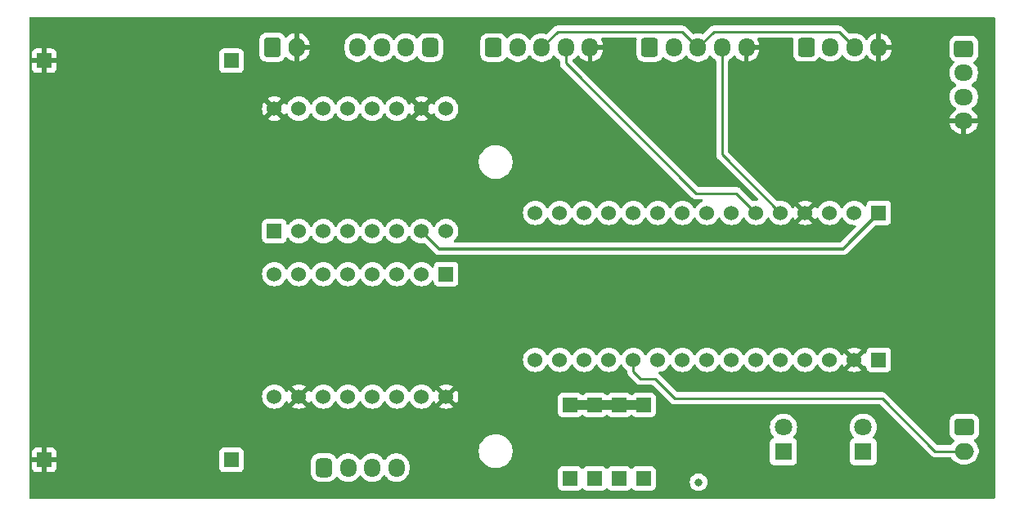
<source format=gbr>
%TF.GenerationSoftware,KiCad,Pcbnew,8.0.0*%
%TF.CreationDate,2024-03-29T21:56:35+01:00*%
%TF.ProjectId,carte_generale,63617274-655f-4676-956e-6572616c652e,Cyril_ Eliott*%
%TF.SameCoordinates,Original*%
%TF.FileFunction,Copper,L2,Bot*%
%TF.FilePolarity,Positive*%
%FSLAX46Y46*%
G04 Gerber Fmt 4.6, Leading zero omitted, Abs format (unit mm)*
G04 Created by KiCad (PCBNEW 8.0.0) date 2024-03-29 21:56:35*
%MOMM*%
%LPD*%
G01*
G04 APERTURE LIST*
G04 Aperture macros list*
%AMRoundRect*
0 Rectangle with rounded corners*
0 $1 Rounding radius*
0 $2 $3 $4 $5 $6 $7 $8 $9 X,Y pos of 4 corners*
0 Add a 4 corners polygon primitive as box body*
4,1,4,$2,$3,$4,$5,$6,$7,$8,$9,$2,$3,0*
0 Add four circle primitives for the rounded corners*
1,1,$1+$1,$2,$3*
1,1,$1+$1,$4,$5*
1,1,$1+$1,$6,$7*
1,1,$1+$1,$8,$9*
0 Add four rect primitives between the rounded corners*
20,1,$1+$1,$2,$3,$4,$5,0*
20,1,$1+$1,$4,$5,$6,$7,0*
20,1,$1+$1,$6,$7,$8,$9,0*
20,1,$1+$1,$8,$9,$2,$3,0*%
G04 Aperture macros list end*
%TA.AperFunction,ComponentPad*%
%ADD10R,1.524000X1.524000*%
%TD*%
%TA.AperFunction,ComponentPad*%
%ADD11R,1.530000X1.530000*%
%TD*%
%TA.AperFunction,ComponentPad*%
%ADD12C,1.530000*%
%TD*%
%TA.AperFunction,ComponentPad*%
%ADD13O,2.000000X1.700000*%
%TD*%
%TA.AperFunction,ComponentPad*%
%ADD14RoundRect,0.250000X-0.750000X0.600000X-0.750000X-0.600000X0.750000X-0.600000X0.750000X0.600000X0*%
%TD*%
%TA.AperFunction,ComponentPad*%
%ADD15RoundRect,0.250000X-0.600000X-0.750000X0.600000X-0.750000X0.600000X0.750000X-0.600000X0.750000X0*%
%TD*%
%TA.AperFunction,ComponentPad*%
%ADD16O,1.700000X2.000000*%
%TD*%
%TA.AperFunction,ComponentPad*%
%ADD17RoundRect,0.250000X-0.725000X0.600000X-0.725000X-0.600000X0.725000X-0.600000X0.725000X0.600000X0*%
%TD*%
%TA.AperFunction,ComponentPad*%
%ADD18O,1.950000X1.700000*%
%TD*%
%TA.AperFunction,ComponentPad*%
%ADD19RoundRect,0.250000X-0.600000X-0.725000X0.600000X-0.725000X0.600000X0.725000X-0.600000X0.725000X0*%
%TD*%
%TA.AperFunction,ComponentPad*%
%ADD20O,1.700000X1.950000*%
%TD*%
%TA.AperFunction,ComponentPad*%
%ADD21R,1.800000X1.800000*%
%TD*%
%TA.AperFunction,ComponentPad*%
%ADD22C,1.800000*%
%TD*%
%TA.AperFunction,ComponentPad*%
%ADD23RoundRect,0.425000X-0.425000X-0.550000X0.425000X-0.550000X0.425000X0.550000X-0.425000X0.550000X0*%
%TD*%
%TA.AperFunction,ComponentPad*%
%ADD24RoundRect,0.425000X0.425000X0.550000X-0.425000X0.550000X-0.425000X-0.550000X0.425000X-0.550000X0*%
%TD*%
%TA.AperFunction,ViaPad*%
%ADD25C,0.800000*%
%TD*%
%TA.AperFunction,Conductor*%
%ADD26C,0.250000*%
%TD*%
%TA.AperFunction,Conductor*%
%ADD27C,0.300000*%
%TD*%
%TA.AperFunction,Conductor*%
%ADD28C,1.000000*%
%TD*%
G04 APERTURE END LIST*
D10*
%TO.P,U5,1*%
%TO.N,BINARY_1*%
X202692000Y-108839000D03*
%TO.P,U5,2*%
%TO.N,BINARY_2*%
X205232000Y-108839000D03*
%TO.P,U5,3*%
%TO.N,BINARY_3*%
X207772000Y-108839000D03*
%TO.P,U5,4*%
%TO.N,SELECT_EQUIPE*%
X210312000Y-108839000D03*
%TO.P,U5,5*%
%TO.N,Net-(R2-Pad1)*%
X210312000Y-101219000D03*
%TO.P,U5,6*%
X207772000Y-101219000D03*
%TO.P,U5,7*%
X205232000Y-101219000D03*
%TO.P,U5,8*%
X202692000Y-101219000D03*
%TD*%
D11*
%TO.P,U4,1,D1/TX*%
%TO.N,STEP2*%
X234655000Y-81280000D03*
D12*
%TO.P,U4,2,D0/RX*%
%TO.N,STEP1*%
X232115000Y-81280000D03*
%TO.P,U4,3,RST*%
%TO.N,unconnected-(U4-RST-Pad3)*%
X229575000Y-81280000D03*
%TO.P,U4,4,GND*%
%TO.N,GND*%
X227035000Y-81280000D03*
%TO.P,U4,5,D2*%
%TO.N,XSDN1*%
X224495000Y-81280000D03*
%TO.P,U4,6,D3*%
%TO.N,XSDN2*%
X221955000Y-81280000D03*
%TO.P,U4,7,D4*%
%TO.N,I2C1_SDA*%
X219415000Y-81280000D03*
%TO.P,U4,8,D5*%
%TO.N,I2C1_SCL*%
X216875000Y-81280000D03*
%TO.P,U4,9,D6*%
%TO.N,unconnected-(U4-D6-Pad9)*%
X214335000Y-81280000D03*
%TO.P,U4,10,D7*%
%TO.N,unconnected-(U4-D7-Pad10)*%
X211795000Y-81280000D03*
%TO.P,U4,11,D8*%
%TO.N,unconnected-(U4-D8-Pad11)*%
X209255000Y-81280000D03*
%TO.P,U4,12,D9*%
%TO.N,DIR1*%
X206715000Y-81280000D03*
%TO.P,U4,13,D10*%
%TO.N,DIR2*%
X204175000Y-81280000D03*
%TO.P,U4,14,D11*%
%TO.N,unconnected-(U4-D11-Pad14)*%
X201635000Y-81280000D03*
%TO.P,U4,15,D12*%
%TO.N,unconnected-(U4-D12-Pad15)*%
X199095000Y-81280000D03*
%TO.P,U4,16,D13*%
%TO.N,unconnected-(U4-D13-Pad16)*%
X199095000Y-96520000D03*
%TO.P,U4,17,3V3*%
%TO.N,V_3.3V*%
X201635000Y-96520000D03*
%TO.P,U4,18,REF*%
%TO.N,unconnected-(U4-REF-Pad18)*%
X204175000Y-96520000D03*
%TO.P,U4,19,A0*%
%TO.N,unconnected-(U4-A0-Pad19)*%
X206715000Y-96520000D03*
%TO.P,U4,20,A1*%
%TO.N,TIRETTE*%
X209255000Y-96520000D03*
%TO.P,U4,21,A2*%
%TO.N,UART2_RX*%
X211795000Y-96520000D03*
%TO.P,U4,22,A3*%
%TO.N,BINARY_1*%
X214335000Y-96520000D03*
%TO.P,U4,23,A4*%
%TO.N,BINARY_2*%
X216875000Y-96520000D03*
%TO.P,U4,24,A5*%
%TO.N,BINARY_3*%
X219415000Y-96520000D03*
%TO.P,U4,25,A6*%
%TO.N,SELECT_EQUIPE*%
X221955000Y-96520000D03*
%TO.P,U4,26,A7*%
%TO.N,UART2_TX*%
X224495000Y-96520000D03*
%TO.P,U4,27,5V*%
%TO.N,unconnected-(U4-5V-Pad27)*%
X227035000Y-96520000D03*
%TO.P,U4,28,RST*%
%TO.N,unconnected-(U4-RST-Pad28)*%
X229575000Y-96520000D03*
%TO.P,U4,29,GND*%
%TO.N,GND*%
X232115000Y-96520000D03*
D11*
%TO.P,U4,30,VIN*%
%TO.N,V_5V*%
X234655000Y-96520000D03*
%TD*%
D13*
%TO.P,J8,2,Pin_2*%
%TO.N,TIRETTE*%
X243500000Y-106000000D03*
D14*
%TO.P,J8,1,Pin_1*%
%TO.N,V_5V*%
X243500000Y-103500000D03*
%TD*%
D10*
%TO.P,U1,1,IN+*%
%TO.N,V_5V*%
X167640000Y-65507600D03*
%TO.P,U1,2,IN-*%
%TO.N,GND*%
X148240000Y-65507600D03*
%TO.P,U1,3,OUT+*%
%TO.N,V_9V*%
X167640000Y-106907600D03*
%TO.P,U1,4,OUT-*%
%TO.N,GND*%
X148240000Y-106907600D03*
%TD*%
D15*
%TO.P,J1,1,Pin_1*%
%TO.N,V_5V*%
X171896400Y-64109600D03*
D16*
%TO.P,J1,2,Pin_2*%
%TO.N,GND*%
X174396400Y-64109600D03*
%TD*%
D11*
%TO.P,U3,1,~ENABLE*%
%TO.N,unconnected-(U3-~ENABLE-Pad1)*%
X172085000Y-83185000D03*
D12*
%TO.P,U3,2,MS1*%
%TO.N,unconnected-(U3-MS1-Pad2)*%
X174625000Y-83185000D03*
%TO.P,U3,3,MS2*%
%TO.N,unconnected-(U3-MS2-Pad3)*%
X177165000Y-83185000D03*
%TO.P,U3,4,MS3*%
%TO.N,unconnected-(U3-MS3-Pad4)*%
X179705000Y-83185000D03*
%TO.P,U3,5,~RESET*%
%TO.N,Net-(U3-~RESET)*%
X182245000Y-83185000D03*
%TO.P,U3,6,~SLEEP*%
X184785000Y-83185000D03*
%TO.P,U3,7,STEP*%
%TO.N,STEP2*%
X187325000Y-83185000D03*
%TO.P,U3,8,DIRECTION*%
%TO.N,DIR2*%
X189865000Y-83185000D03*
%TO.P,U3,9,VMOT*%
%TO.N,V_9V*%
X189865000Y-70485000D03*
%TO.P,U3,10,GND*%
%TO.N,GND*%
X187325000Y-70485000D03*
%TO.P,U3,11,2B*%
%TO.N,M2_B-*%
X184785000Y-70485000D03*
%TO.P,U3,12,2A*%
%TO.N,M2_B+*%
X182245000Y-70485000D03*
%TO.P,U3,13,1A*%
%TO.N,M2_A+*%
X179705000Y-70485000D03*
%TO.P,U3,14,1B*%
%TO.N,M2_A-*%
X177165000Y-70485000D03*
%TO.P,U3,15,VDD*%
%TO.N,V_5V*%
X174625000Y-70485000D03*
%TO.P,U3,16,GND*%
%TO.N,GND*%
X172085000Y-70485000D03*
%TD*%
D17*
%TO.P,J7,1,Pin_1*%
%TO.N,V_5V*%
X243459000Y-64262000D03*
D18*
%TO.P,J7,2,Pin_2*%
%TO.N,UART2_RX*%
X243459000Y-66762000D03*
%TO.P,J7,3,Pin_3*%
%TO.N,UART2_TX*%
X243459000Y-69262000D03*
%TO.P,J7,4,Pin_4*%
%TO.N,GND*%
X243459000Y-71762000D03*
%TD*%
D19*
%TO.P,J2,1,Pin_1*%
%TO.N,V_5V*%
X210947000Y-64135000D03*
D20*
%TO.P,J2,2,Pin_2*%
%TO.N,I2C1_SCL*%
X213447000Y-64135000D03*
%TO.P,J2,3,Pin_3*%
%TO.N,I2C1_SDA*%
X215947000Y-64135000D03*
%TO.P,J2,4,Pin_4*%
%TO.N,XSDN1*%
X218447000Y-64135000D03*
%TO.P,J2,5,Pin_5*%
%TO.N,GND*%
X220947000Y-64135000D03*
%TD*%
D21*
%TO.P,D2,1,K*%
%TO.N,MUX_INPUT_2*%
X233045000Y-106045000D03*
D22*
%TO.P,D2,2,A*%
%TO.N,V_5V*%
X233045000Y-103505000D03*
%TD*%
D11*
%TO.P,U2,1,~ENABLE*%
%TO.N,unconnected-(U2-~ENABLE-Pad1)*%
X189865000Y-87630000D03*
D12*
%TO.P,U2,2,MS1*%
%TO.N,unconnected-(U2-MS1-Pad2)*%
X187325000Y-87630000D03*
%TO.P,U2,3,MS2*%
%TO.N,unconnected-(U2-MS2-Pad3)*%
X184785000Y-87630000D03*
%TO.P,U2,4,MS3*%
%TO.N,unconnected-(U2-MS3-Pad4)*%
X182245000Y-87630000D03*
%TO.P,U2,5,~RESET*%
%TO.N,Net-(U2-~RESET)*%
X179705000Y-87630000D03*
%TO.P,U2,6,~SLEEP*%
X177165000Y-87630000D03*
%TO.P,U2,7,STEP*%
%TO.N,STEP1*%
X174625000Y-87630000D03*
%TO.P,U2,8,DIRECTION*%
%TO.N,DIR1*%
X172085000Y-87630000D03*
%TO.P,U2,9,VMOT*%
%TO.N,V_9V*%
X172085000Y-100330000D03*
%TO.P,U2,10,GND*%
%TO.N,GND*%
X174625000Y-100330000D03*
%TO.P,U2,11,2B*%
%TO.N,M1_B-*%
X177165000Y-100330000D03*
%TO.P,U2,12,2A*%
%TO.N,M1_B+*%
X179705000Y-100330000D03*
%TO.P,U2,13,1A*%
%TO.N,M1_A+*%
X182245000Y-100330000D03*
%TO.P,U2,14,1B*%
%TO.N,M1_A-*%
X184785000Y-100330000D03*
%TO.P,U2,15,VDD*%
%TO.N,V_5V*%
X187325000Y-100330000D03*
%TO.P,U2,16,GND*%
%TO.N,GND*%
X189865000Y-100330000D03*
%TD*%
D21*
%TO.P,D1,1,K*%
%TO.N,MUX_INPUT_1*%
X224790000Y-106045000D03*
D22*
%TO.P,D1,2,A*%
%TO.N,V_5V*%
X224790000Y-103505000D03*
%TD*%
D23*
%TO.P,J6,1,Pin_1*%
%TO.N,M2_B-*%
X188195600Y-64135000D03*
D20*
%TO.P,J6,2,Pin_2*%
%TO.N,M2_B+*%
X185695600Y-64135000D03*
%TO.P,J6,3,Pin_3*%
%TO.N,M2_A+*%
X183195600Y-64135000D03*
%TO.P,J6,4,Pin_4*%
%TO.N,M2_A-*%
X180695600Y-64135000D03*
%TD*%
D19*
%TO.P,J4,1,Pin_1*%
%TO.N,V_5V*%
X194771000Y-64135000D03*
D20*
%TO.P,J4,2,Pin_2*%
%TO.N,I2C1_SCL*%
X197271000Y-64135000D03*
%TO.P,J4,3,Pin_3*%
%TO.N,I2C1_SDA*%
X199771000Y-64135000D03*
%TO.P,J4,4,Pin_4*%
%TO.N,XSDN2*%
X202271000Y-64135000D03*
%TO.P,J4,5,Pin_5*%
%TO.N,GND*%
X204771000Y-64135000D03*
%TD*%
D24*
%TO.P,J5,1,Pin_1*%
%TO.N,M1_B-*%
X177225000Y-107696000D03*
D20*
%TO.P,J5,2,Pin_2*%
%TO.N,M1_B+*%
X179725000Y-107696000D03*
%TO.P,J5,3,Pin_3*%
%TO.N,M1_A+*%
X182225000Y-107696000D03*
%TO.P,J5,4,Pin_4*%
%TO.N,M1_A-*%
X184725000Y-107696000D03*
%TD*%
D19*
%TO.P,J3,1,Pin_1*%
%TO.N,V_5V*%
X227136000Y-64118000D03*
D20*
%TO.P,J3,2,Pin_2*%
%TO.N,I2C1_SCL*%
X229636000Y-64118000D03*
%TO.P,J3,3,Pin_3*%
%TO.N,I2C1_SDA*%
X232136000Y-64118000D03*
%TO.P,J3,4,Pin_4*%
%TO.N,GND*%
X234636000Y-64118000D03*
%TD*%
D25*
%TO.N,GND*%
X226000000Y-108500000D03*
%TO.N,V_5V*%
X216000000Y-109220000D03*
%TO.N,GND*%
X195834000Y-101346000D03*
%TD*%
D26*
%TO.N,XSDN2*%
X215748000Y-79248000D02*
X219923000Y-79248000D01*
X202271000Y-65771000D02*
X215748000Y-79248000D01*
X219923000Y-79248000D02*
X221955000Y-81280000D01*
X202271000Y-64135000D02*
X202271000Y-65771000D01*
%TO.N,I2C1_SDA*%
X230518000Y-62500000D02*
X232136000Y-64118000D01*
X217582000Y-62500000D02*
X230518000Y-62500000D01*
X215947000Y-64135000D02*
X217582000Y-62500000D01*
X201406000Y-62500000D02*
X199771000Y-64135000D01*
X215947000Y-64135000D02*
X214312000Y-62500000D01*
X214312000Y-62500000D02*
X201406000Y-62500000D01*
D27*
%TO.N,STEP2*%
X230935000Y-85000000D02*
X234655000Y-81280000D01*
X189140000Y-85000000D02*
X230935000Y-85000000D01*
X187325000Y-83185000D02*
X189140000Y-85000000D01*
D26*
%TO.N,TIRETTE*%
X210000000Y-98500000D02*
X209255000Y-97755000D01*
X211500000Y-98500000D02*
X210000000Y-98500000D01*
X213500000Y-100500000D02*
X211500000Y-98500000D01*
X235000000Y-100500000D02*
X213500000Y-100500000D01*
X240500000Y-106000000D02*
X235000000Y-100500000D01*
X243500000Y-106000000D02*
X240500000Y-106000000D01*
X209255000Y-97755000D02*
X209255000Y-96520000D01*
%TO.N,XSDN1*%
X218447000Y-64135000D02*
X218447000Y-75232000D01*
X218447000Y-75232000D02*
X224495000Y-81280000D01*
D28*
%TO.N,Net-(R2-Pad1)*%
X210312000Y-101219000D02*
X202692000Y-101219000D01*
%TD*%
%TA.AperFunction,Conductor*%
%TO.N,GND*%
G36*
X209550181Y-63145185D02*
G01*
X209595936Y-63197989D01*
X209606500Y-63262102D01*
X209596500Y-63359981D01*
X209596500Y-64910001D01*
X209596501Y-64910018D01*
X209607000Y-65012796D01*
X209607001Y-65012799D01*
X209662185Y-65179331D01*
X209662187Y-65179336D01*
X209663421Y-65181336D01*
X209754288Y-65328656D01*
X209878344Y-65452712D01*
X210027666Y-65544814D01*
X210194203Y-65599999D01*
X210296991Y-65610500D01*
X211597008Y-65610499D01*
X211699797Y-65599999D01*
X211866334Y-65544814D01*
X212015656Y-65452712D01*
X212139712Y-65328656D01*
X212231814Y-65179334D01*
X212231814Y-65179331D01*
X212235178Y-65173879D01*
X212287126Y-65127154D01*
X212356088Y-65115931D01*
X212420170Y-65143774D01*
X212428398Y-65151294D01*
X212567213Y-65290109D01*
X212739179Y-65415048D01*
X212739181Y-65415049D01*
X212739184Y-65415051D01*
X212928588Y-65511557D01*
X213130757Y-65577246D01*
X213340713Y-65610500D01*
X213340714Y-65610500D01*
X213553286Y-65610500D01*
X213553287Y-65610500D01*
X213763243Y-65577246D01*
X213965412Y-65511557D01*
X214154816Y-65415051D01*
X214229846Y-65360539D01*
X214326786Y-65290109D01*
X214326788Y-65290106D01*
X214326792Y-65290104D01*
X214477104Y-65139792D01*
X214596683Y-64975204D01*
X214652011Y-64932540D01*
X214721624Y-64926561D01*
X214783420Y-64959166D01*
X214797313Y-64975199D01*
X214916363Y-65139059D01*
X214916896Y-65139792D01*
X215067213Y-65290109D01*
X215239179Y-65415048D01*
X215239181Y-65415049D01*
X215239184Y-65415051D01*
X215428588Y-65511557D01*
X215630757Y-65577246D01*
X215840713Y-65610500D01*
X215840714Y-65610500D01*
X216053286Y-65610500D01*
X216053287Y-65610500D01*
X216263243Y-65577246D01*
X216465412Y-65511557D01*
X216654816Y-65415051D01*
X216729846Y-65360539D01*
X216826786Y-65290109D01*
X216826788Y-65290106D01*
X216826792Y-65290104D01*
X216977104Y-65139792D01*
X217096683Y-64975204D01*
X217152011Y-64932540D01*
X217221624Y-64926561D01*
X217283420Y-64959166D01*
X217297313Y-64975199D01*
X217416363Y-65139059D01*
X217416896Y-65139792D01*
X217567213Y-65290109D01*
X217739181Y-65415050D01*
X217753792Y-65422494D01*
X217804589Y-65470467D01*
X217821500Y-65532980D01*
X217821500Y-75293610D01*
X217845535Y-75414444D01*
X217845538Y-75414454D01*
X217859347Y-75447792D01*
X217859347Y-75447793D01*
X217892685Y-75528280D01*
X217892690Y-75528289D01*
X217926914Y-75579507D01*
X217926915Y-75579509D01*
X217961140Y-75630731D01*
X217961141Y-75630732D01*
X217961142Y-75630733D01*
X218048267Y-75717858D01*
X218048268Y-75717858D01*
X218055335Y-75724925D01*
X218055334Y-75724925D01*
X218055338Y-75724928D01*
X222136093Y-79805683D01*
X222169578Y-79867006D01*
X222164594Y-79936698D01*
X222122722Y-79992631D01*
X222057258Y-80017048D01*
X222037606Y-80016892D01*
X221955004Y-80009666D01*
X221954998Y-80009666D01*
X221807939Y-80022532D01*
X221734409Y-80028965D01*
X221734407Y-80028965D01*
X221734403Y-80028966D01*
X221688527Y-80041258D01*
X221618677Y-80039594D01*
X221568754Y-80009164D01*
X220413198Y-78853608D01*
X220413178Y-78853586D01*
X220321733Y-78762141D01*
X220270509Y-78727915D01*
X220219287Y-78693689D01*
X220219286Y-78693688D01*
X220219283Y-78693686D01*
X220219280Y-78693685D01*
X220138792Y-78660347D01*
X220105453Y-78646537D01*
X220095427Y-78644543D01*
X220045029Y-78634518D01*
X219984610Y-78622500D01*
X219984607Y-78622500D01*
X219984606Y-78622500D01*
X216058452Y-78622500D01*
X215991413Y-78602815D01*
X215970771Y-78586181D01*
X202977700Y-65593110D01*
X202944215Y-65531787D01*
X202949199Y-65462095D01*
X202991071Y-65406162D01*
X202992386Y-65405191D01*
X203150792Y-65290104D01*
X203301104Y-65139792D01*
X203420991Y-64974779D01*
X203476320Y-64932115D01*
X203545933Y-64926136D01*
X203607729Y-64958741D01*
X203621627Y-64974781D01*
X203741272Y-65139459D01*
X203741276Y-65139464D01*
X203891535Y-65289723D01*
X203891540Y-65289727D01*
X204063442Y-65414620D01*
X204252782Y-65511095D01*
X204454871Y-65576757D01*
X204521000Y-65587231D01*
X204521000Y-64539145D01*
X204587657Y-64577630D01*
X204708465Y-64610000D01*
X204833535Y-64610000D01*
X204954343Y-64577630D01*
X205021000Y-64539145D01*
X205021000Y-65587230D01*
X205087126Y-65576757D01*
X205087129Y-65576757D01*
X205289217Y-65511095D01*
X205478557Y-65414620D01*
X205650459Y-65289727D01*
X205650464Y-65289723D01*
X205800723Y-65139464D01*
X205800727Y-65139459D01*
X205925620Y-64967557D01*
X206022095Y-64778217D01*
X206087757Y-64576130D01*
X206087757Y-64576127D01*
X206118030Y-64385000D01*
X205175146Y-64385000D01*
X205213630Y-64318343D01*
X205246000Y-64197535D01*
X205246000Y-64072465D01*
X205213630Y-63951657D01*
X205175146Y-63885000D01*
X206118030Y-63885000D01*
X206087757Y-63693872D01*
X206087757Y-63693869D01*
X206022095Y-63491782D01*
X205927329Y-63305795D01*
X205914433Y-63237126D01*
X205940709Y-63172386D01*
X205997815Y-63132128D01*
X206037814Y-63125500D01*
X209483142Y-63125500D01*
X209550181Y-63145185D01*
G37*
%TD.AperFunction*%
%TA.AperFunction,Conductor*%
G36*
X246627839Y-60979685D02*
G01*
X246673594Y-61032489D01*
X246684800Y-61084000D01*
X246684800Y-110823200D01*
X246665115Y-110890239D01*
X246612311Y-110935994D01*
X246560800Y-110947200D01*
X146834400Y-110947200D01*
X146767361Y-110927515D01*
X146721606Y-110874711D01*
X146710400Y-110823200D01*
X146710400Y-109648870D01*
X201429500Y-109648870D01*
X201429501Y-109648876D01*
X201435908Y-109708483D01*
X201486202Y-109843328D01*
X201486206Y-109843335D01*
X201572452Y-109958544D01*
X201572455Y-109958547D01*
X201687664Y-110044793D01*
X201687671Y-110044797D01*
X201822517Y-110095091D01*
X201822516Y-110095091D01*
X201829444Y-110095835D01*
X201882127Y-110101500D01*
X203501872Y-110101499D01*
X203561483Y-110095091D01*
X203696331Y-110044796D01*
X203811546Y-109958546D01*
X203862734Y-109890166D01*
X203918667Y-109848297D01*
X203988359Y-109843313D01*
X204049682Y-109876798D01*
X204061261Y-109890161D01*
X204112454Y-109958546D01*
X204158643Y-109993123D01*
X204227664Y-110044793D01*
X204227671Y-110044797D01*
X204362517Y-110095091D01*
X204362516Y-110095091D01*
X204369444Y-110095835D01*
X204422127Y-110101500D01*
X206041872Y-110101499D01*
X206101483Y-110095091D01*
X206236331Y-110044796D01*
X206351546Y-109958546D01*
X206402734Y-109890166D01*
X206458667Y-109848297D01*
X206528359Y-109843313D01*
X206589682Y-109876798D01*
X206601261Y-109890161D01*
X206652454Y-109958546D01*
X206698643Y-109993123D01*
X206767664Y-110044793D01*
X206767671Y-110044797D01*
X206902517Y-110095091D01*
X206902516Y-110095091D01*
X206909444Y-110095835D01*
X206962127Y-110101500D01*
X208581872Y-110101499D01*
X208641483Y-110095091D01*
X208776331Y-110044796D01*
X208891546Y-109958546D01*
X208942734Y-109890166D01*
X208998667Y-109848297D01*
X209068359Y-109843313D01*
X209129682Y-109876798D01*
X209141261Y-109890161D01*
X209192454Y-109958546D01*
X209238643Y-109993123D01*
X209307664Y-110044793D01*
X209307671Y-110044797D01*
X209442517Y-110095091D01*
X209442516Y-110095091D01*
X209449444Y-110095835D01*
X209502127Y-110101500D01*
X211121872Y-110101499D01*
X211181483Y-110095091D01*
X211316331Y-110044796D01*
X211431546Y-109958546D01*
X211517796Y-109843331D01*
X211568091Y-109708483D01*
X211574500Y-109648873D01*
X211574500Y-109220000D01*
X215094540Y-109220000D01*
X215114326Y-109408256D01*
X215114327Y-109408259D01*
X215172818Y-109588277D01*
X215172821Y-109588284D01*
X215267467Y-109752216D01*
X215391680Y-109890168D01*
X215394129Y-109892888D01*
X215547265Y-110004148D01*
X215547270Y-110004151D01*
X215720192Y-110081142D01*
X215720197Y-110081144D01*
X215905354Y-110120500D01*
X215905355Y-110120500D01*
X216094644Y-110120500D01*
X216094646Y-110120500D01*
X216279803Y-110081144D01*
X216452730Y-110004151D01*
X216605871Y-109892888D01*
X216732533Y-109752216D01*
X216827179Y-109588284D01*
X216885674Y-109408256D01*
X216905460Y-109220000D01*
X216885674Y-109031744D01*
X216827179Y-108851716D01*
X216732533Y-108687784D01*
X216605871Y-108547112D01*
X216605870Y-108547111D01*
X216452734Y-108435851D01*
X216452729Y-108435848D01*
X216279807Y-108358857D01*
X216279802Y-108358855D01*
X216134001Y-108327865D01*
X216094646Y-108319500D01*
X215905354Y-108319500D01*
X215872897Y-108326398D01*
X215720197Y-108358855D01*
X215720192Y-108358857D01*
X215547270Y-108435848D01*
X215547265Y-108435851D01*
X215394129Y-108547111D01*
X215267466Y-108687785D01*
X215172821Y-108851715D01*
X215172818Y-108851722D01*
X215116041Y-109026465D01*
X215114326Y-109031744D01*
X215094540Y-109220000D01*
X211574500Y-109220000D01*
X211574499Y-108029128D01*
X211568091Y-107969517D01*
X211552340Y-107927287D01*
X211517797Y-107834671D01*
X211517793Y-107834664D01*
X211431547Y-107719455D01*
X211431544Y-107719452D01*
X211316335Y-107633206D01*
X211316328Y-107633202D01*
X211181482Y-107582908D01*
X211181483Y-107582908D01*
X211121883Y-107576501D01*
X211121881Y-107576500D01*
X211121873Y-107576500D01*
X211121864Y-107576500D01*
X209502129Y-107576500D01*
X209502123Y-107576501D01*
X209442516Y-107582908D01*
X209307671Y-107633202D01*
X209307664Y-107633206D01*
X209192455Y-107719452D01*
X209141266Y-107787832D01*
X209085332Y-107829702D01*
X209015640Y-107834686D01*
X208954318Y-107801200D01*
X208942734Y-107787832D01*
X208914786Y-107750499D01*
X208891546Y-107719454D01*
X208891544Y-107719453D01*
X208891544Y-107719452D01*
X208776335Y-107633206D01*
X208776328Y-107633202D01*
X208641482Y-107582908D01*
X208641483Y-107582908D01*
X208581883Y-107576501D01*
X208581881Y-107576500D01*
X208581873Y-107576500D01*
X208581864Y-107576500D01*
X206962129Y-107576500D01*
X206962123Y-107576501D01*
X206902516Y-107582908D01*
X206767671Y-107633202D01*
X206767664Y-107633206D01*
X206652455Y-107719452D01*
X206601266Y-107787832D01*
X206545332Y-107829702D01*
X206475640Y-107834686D01*
X206414318Y-107801200D01*
X206402734Y-107787832D01*
X206374786Y-107750499D01*
X206351546Y-107719454D01*
X206351544Y-107719453D01*
X206351544Y-107719452D01*
X206236335Y-107633206D01*
X206236328Y-107633202D01*
X206101482Y-107582908D01*
X206101483Y-107582908D01*
X206041883Y-107576501D01*
X206041881Y-107576500D01*
X206041873Y-107576500D01*
X206041864Y-107576500D01*
X204422129Y-107576500D01*
X204422123Y-107576501D01*
X204362516Y-107582908D01*
X204227671Y-107633202D01*
X204227664Y-107633206D01*
X204112455Y-107719452D01*
X204061266Y-107787832D01*
X204005332Y-107829702D01*
X203935640Y-107834686D01*
X203874318Y-107801200D01*
X203862734Y-107787832D01*
X203834786Y-107750499D01*
X203811546Y-107719454D01*
X203811544Y-107719453D01*
X203811544Y-107719452D01*
X203696335Y-107633206D01*
X203696328Y-107633202D01*
X203561482Y-107582908D01*
X203561483Y-107582908D01*
X203501883Y-107576501D01*
X203501881Y-107576500D01*
X203501873Y-107576500D01*
X203501864Y-107576500D01*
X201882129Y-107576500D01*
X201882123Y-107576501D01*
X201822516Y-107582908D01*
X201687671Y-107633202D01*
X201687664Y-107633206D01*
X201572455Y-107719452D01*
X201572452Y-107719455D01*
X201486206Y-107834664D01*
X201486202Y-107834671D01*
X201435908Y-107969517D01*
X201429751Y-108026790D01*
X201429501Y-108029123D01*
X201429500Y-108029135D01*
X201429500Y-109648870D01*
X146710400Y-109648870D01*
X146710400Y-108310783D01*
X175874500Y-108310783D01*
X175880858Y-108391574D01*
X175880858Y-108391577D01*
X175880859Y-108391578D01*
X175931212Y-108579496D01*
X176019535Y-108752840D01*
X176141968Y-108904032D01*
X176293160Y-109026465D01*
X176466504Y-109114788D01*
X176654422Y-109165141D01*
X176735222Y-109171500D01*
X176735230Y-109171500D01*
X177714770Y-109171500D01*
X177714778Y-109171500D01*
X177795578Y-109165141D01*
X177983496Y-109114788D01*
X178156840Y-109026465D01*
X178308032Y-108904032D01*
X178430465Y-108752840D01*
X178463190Y-108688612D01*
X178511163Y-108637817D01*
X178578984Y-108621021D01*
X178645119Y-108643558D01*
X178673994Y-108672023D01*
X178694892Y-108700788D01*
X178845213Y-108851109D01*
X179017179Y-108976048D01*
X179017181Y-108976049D01*
X179017184Y-108976051D01*
X179206588Y-109072557D01*
X179408757Y-109138246D01*
X179618713Y-109171500D01*
X179618714Y-109171500D01*
X179831286Y-109171500D01*
X179831287Y-109171500D01*
X180041243Y-109138246D01*
X180243412Y-109072557D01*
X180432816Y-108976051D01*
X180454789Y-108960086D01*
X180604786Y-108851109D01*
X180604788Y-108851106D01*
X180604792Y-108851104D01*
X180755104Y-108700792D01*
X180874683Y-108536204D01*
X180930011Y-108493540D01*
X180999624Y-108487561D01*
X181061420Y-108520166D01*
X181075313Y-108536199D01*
X181173994Y-108672023D01*
X181194896Y-108700792D01*
X181345213Y-108851109D01*
X181517179Y-108976048D01*
X181517181Y-108976049D01*
X181517184Y-108976051D01*
X181706588Y-109072557D01*
X181908757Y-109138246D01*
X182118713Y-109171500D01*
X182118714Y-109171500D01*
X182331286Y-109171500D01*
X182331287Y-109171500D01*
X182541243Y-109138246D01*
X182743412Y-109072557D01*
X182932816Y-108976051D01*
X182954789Y-108960086D01*
X183104786Y-108851109D01*
X183104788Y-108851106D01*
X183104792Y-108851104D01*
X183255104Y-108700792D01*
X183374683Y-108536204D01*
X183430011Y-108493540D01*
X183499624Y-108487561D01*
X183561420Y-108520166D01*
X183575313Y-108536199D01*
X183673994Y-108672023D01*
X183694896Y-108700792D01*
X183845213Y-108851109D01*
X184017179Y-108976048D01*
X184017181Y-108976049D01*
X184017184Y-108976051D01*
X184206588Y-109072557D01*
X184408757Y-109138246D01*
X184618713Y-109171500D01*
X184618714Y-109171500D01*
X184831286Y-109171500D01*
X184831287Y-109171500D01*
X185041243Y-109138246D01*
X185243412Y-109072557D01*
X185432816Y-108976051D01*
X185454789Y-108960086D01*
X185604786Y-108851109D01*
X185604788Y-108851106D01*
X185604792Y-108851104D01*
X185755104Y-108700792D01*
X185755106Y-108700788D01*
X185755109Y-108700786D01*
X185880048Y-108528820D01*
X185880047Y-108528820D01*
X185880051Y-108528816D01*
X185976557Y-108339412D01*
X186042246Y-108137243D01*
X186075500Y-107927287D01*
X186075500Y-107464713D01*
X186042246Y-107254757D01*
X185976557Y-107052588D01*
X185880051Y-106863184D01*
X185880049Y-106863181D01*
X185880048Y-106863179D01*
X185755109Y-106691213D01*
X185604786Y-106540890D01*
X185432820Y-106415951D01*
X185243414Y-106319444D01*
X185243413Y-106319443D01*
X185243412Y-106319443D01*
X185041243Y-106253754D01*
X185041241Y-106253753D01*
X185041240Y-106253753D01*
X184871436Y-106226859D01*
X184831287Y-106220500D01*
X184618713Y-106220500D01*
X184578564Y-106226859D01*
X184408760Y-106253753D01*
X184206585Y-106319444D01*
X184017179Y-106415951D01*
X183845213Y-106540890D01*
X183694894Y-106691209D01*
X183694890Y-106691214D01*
X183575318Y-106855793D01*
X183519989Y-106898459D01*
X183450375Y-106904438D01*
X183388580Y-106871833D01*
X183374682Y-106855793D01*
X183255109Y-106691214D01*
X183255105Y-106691209D01*
X183104786Y-106540890D01*
X182932820Y-106415951D01*
X182743414Y-106319444D01*
X182743413Y-106319443D01*
X182743412Y-106319443D01*
X182541243Y-106253754D01*
X182541241Y-106253753D01*
X182541240Y-106253753D01*
X182371436Y-106226859D01*
X182331287Y-106220500D01*
X182118713Y-106220500D01*
X182078564Y-106226859D01*
X181908760Y-106253753D01*
X181706585Y-106319444D01*
X181517179Y-106415951D01*
X181345213Y-106540890D01*
X181194894Y-106691209D01*
X181194890Y-106691214D01*
X181075318Y-106855793D01*
X181019989Y-106898459D01*
X180950375Y-106904438D01*
X180888580Y-106871833D01*
X180874682Y-106855793D01*
X180755109Y-106691214D01*
X180755105Y-106691209D01*
X180604786Y-106540890D01*
X180432820Y-106415951D01*
X180243414Y-106319444D01*
X180243413Y-106319443D01*
X180243412Y-106319443D01*
X180041243Y-106253754D01*
X180041241Y-106253753D01*
X180041240Y-106253753D01*
X179871436Y-106226859D01*
X179831287Y-106220500D01*
X179618713Y-106220500D01*
X179578564Y-106226859D01*
X179408760Y-106253753D01*
X179206585Y-106319444D01*
X179017179Y-106415951D01*
X178845213Y-106540890D01*
X178694894Y-106691209D01*
X178673993Y-106719978D01*
X178618663Y-106762643D01*
X178549050Y-106768622D01*
X178487255Y-106736016D01*
X178463190Y-106703386D01*
X178430467Y-106639162D01*
X178384123Y-106581933D01*
X178308032Y-106487968D01*
X178156840Y-106365535D01*
X177983496Y-106277212D01*
X177795578Y-106226859D01*
X177795577Y-106226858D01*
X177795574Y-106226858D01*
X177714783Y-106220500D01*
X177714778Y-106220500D01*
X176735222Y-106220500D01*
X176735216Y-106220500D01*
X176654425Y-106226858D01*
X176466504Y-106277212D01*
X176293161Y-106365534D01*
X176141968Y-106487968D01*
X176019534Y-106639161D01*
X175931212Y-106812504D01*
X175880858Y-107000425D01*
X175874500Y-107081216D01*
X175874500Y-108310783D01*
X146710400Y-108310783D01*
X146710400Y-107717444D01*
X146978000Y-107717444D01*
X146984401Y-107776972D01*
X146984403Y-107776979D01*
X147034645Y-107911686D01*
X147034649Y-107911693D01*
X147120809Y-108026787D01*
X147120812Y-108026790D01*
X147235906Y-108112950D01*
X147235913Y-108112954D01*
X147370620Y-108163196D01*
X147370627Y-108163198D01*
X147430155Y-108169599D01*
X147430172Y-108169600D01*
X147990000Y-108169600D01*
X147990000Y-107196416D01*
X148006060Y-107212476D01*
X148092939Y-107262636D01*
X148189840Y-107288600D01*
X148290160Y-107288600D01*
X148387061Y-107262636D01*
X148473940Y-107212476D01*
X148490000Y-107196416D01*
X148490000Y-108169600D01*
X149049828Y-108169600D01*
X149049844Y-108169599D01*
X149109372Y-108163198D01*
X149109379Y-108163196D01*
X149244086Y-108112954D01*
X149244093Y-108112950D01*
X149359187Y-108026790D01*
X149359190Y-108026787D01*
X149445350Y-107911693D01*
X149445354Y-107911686D01*
X149495596Y-107776979D01*
X149495598Y-107776972D01*
X149501996Y-107717470D01*
X166377500Y-107717470D01*
X166377501Y-107717476D01*
X166383908Y-107777083D01*
X166434202Y-107911928D01*
X166434206Y-107911935D01*
X166520452Y-108027144D01*
X166520455Y-108027147D01*
X166635664Y-108113393D01*
X166635671Y-108113397D01*
X166770517Y-108163691D01*
X166770516Y-108163691D01*
X166777444Y-108164435D01*
X166830127Y-108170100D01*
X168449872Y-108170099D01*
X168509483Y-108163691D01*
X168644331Y-108113396D01*
X168759546Y-108027146D01*
X168845796Y-107911931D01*
X168896091Y-107777083D01*
X168902500Y-107717473D01*
X168902499Y-106114741D01*
X193249500Y-106114741D01*
X193270891Y-106277212D01*
X193279452Y-106342238D01*
X193318500Y-106487968D01*
X193338842Y-106563887D01*
X193426650Y-106775876D01*
X193426657Y-106775890D01*
X193541392Y-106974617D01*
X193681081Y-107156661D01*
X193681089Y-107156670D01*
X193843330Y-107318911D01*
X193843338Y-107318918D01*
X194025382Y-107458607D01*
X194025385Y-107458608D01*
X194025388Y-107458611D01*
X194224112Y-107573344D01*
X194224117Y-107573346D01*
X194224123Y-107573349D01*
X194315480Y-107611190D01*
X194436113Y-107661158D01*
X194657762Y-107720548D01*
X194885266Y-107750500D01*
X194885273Y-107750500D01*
X195114727Y-107750500D01*
X195114734Y-107750500D01*
X195342238Y-107720548D01*
X195563887Y-107661158D01*
X195775888Y-107573344D01*
X195974612Y-107458611D01*
X196156661Y-107318919D01*
X196156665Y-107318914D01*
X196156670Y-107318911D01*
X196318911Y-107156670D01*
X196318914Y-107156665D01*
X196318919Y-107156661D01*
X196458611Y-106974612D01*
X196573344Y-106775888D01*
X196661158Y-106563887D01*
X196720548Y-106342238D01*
X196750500Y-106114734D01*
X196750500Y-105885266D01*
X196720548Y-105657762D01*
X196661158Y-105436113D01*
X196607593Y-105306797D01*
X196573349Y-105224123D01*
X196573346Y-105224117D01*
X196573344Y-105224112D01*
X196458611Y-105025388D01*
X196458608Y-105025385D01*
X196458607Y-105025382D01*
X196318918Y-104843338D01*
X196318911Y-104843330D01*
X196156670Y-104681089D01*
X196156661Y-104681081D01*
X195974617Y-104541392D01*
X195775890Y-104426657D01*
X195775876Y-104426650D01*
X195563887Y-104338842D01*
X195342238Y-104279452D01*
X195304215Y-104274446D01*
X195114741Y-104249500D01*
X195114734Y-104249500D01*
X194885266Y-104249500D01*
X194885258Y-104249500D01*
X194668715Y-104278009D01*
X194657762Y-104279452D01*
X194564076Y-104304554D01*
X194436112Y-104338842D01*
X194224123Y-104426650D01*
X194224109Y-104426657D01*
X194025382Y-104541392D01*
X193843338Y-104681081D01*
X193681081Y-104843338D01*
X193541392Y-105025382D01*
X193426657Y-105224109D01*
X193426650Y-105224123D01*
X193338842Y-105436112D01*
X193338842Y-105436113D01*
X193281128Y-105651509D01*
X193279453Y-105657759D01*
X193279451Y-105657770D01*
X193249500Y-105885258D01*
X193249500Y-106114741D01*
X168902499Y-106114741D01*
X168902499Y-106097728D01*
X168896091Y-106038117D01*
X168845884Y-105903506D01*
X168845797Y-105903271D01*
X168845793Y-105903264D01*
X168759547Y-105788055D01*
X168759544Y-105788052D01*
X168644335Y-105701806D01*
X168644328Y-105701802D01*
X168509482Y-105651508D01*
X168509483Y-105651508D01*
X168449883Y-105645101D01*
X168449881Y-105645100D01*
X168449873Y-105645100D01*
X168449864Y-105645100D01*
X166830129Y-105645100D01*
X166830123Y-105645101D01*
X166770516Y-105651508D01*
X166635671Y-105701802D01*
X166635664Y-105701806D01*
X166520455Y-105788052D01*
X166520452Y-105788055D01*
X166434206Y-105903264D01*
X166434202Y-105903271D01*
X166383908Y-106038117D01*
X166377501Y-106097716D01*
X166377501Y-106097723D01*
X166377500Y-106097735D01*
X166377500Y-107717470D01*
X149501996Y-107717470D01*
X149501999Y-107717444D01*
X149502000Y-107717427D01*
X149502000Y-107157600D01*
X148528816Y-107157600D01*
X148544876Y-107141540D01*
X148595036Y-107054661D01*
X148621000Y-106957760D01*
X148621000Y-106857440D01*
X148595036Y-106760539D01*
X148544876Y-106673660D01*
X148528816Y-106657600D01*
X149502000Y-106657600D01*
X149502000Y-106097772D01*
X149501999Y-106097755D01*
X149495598Y-106038227D01*
X149495596Y-106038220D01*
X149445354Y-105903513D01*
X149445350Y-105903506D01*
X149359190Y-105788412D01*
X149359187Y-105788409D01*
X149244093Y-105702249D01*
X149244086Y-105702245D01*
X149109379Y-105652003D01*
X149109372Y-105652001D01*
X149049844Y-105645600D01*
X148490000Y-105645600D01*
X148490000Y-106618784D01*
X148473940Y-106602724D01*
X148387061Y-106552564D01*
X148290160Y-106526600D01*
X148189840Y-106526600D01*
X148092939Y-106552564D01*
X148006060Y-106602724D01*
X147990000Y-106618784D01*
X147990000Y-105645600D01*
X147430155Y-105645600D01*
X147370627Y-105652001D01*
X147370620Y-105652003D01*
X147235913Y-105702245D01*
X147235906Y-105702249D01*
X147120812Y-105788409D01*
X147120809Y-105788412D01*
X147034649Y-105903506D01*
X147034645Y-105903513D01*
X146984403Y-106038220D01*
X146984401Y-106038227D01*
X146978000Y-106097755D01*
X146978000Y-106657600D01*
X147951184Y-106657600D01*
X147935124Y-106673660D01*
X147884964Y-106760539D01*
X147859000Y-106857440D01*
X147859000Y-106957760D01*
X147884964Y-107054661D01*
X147935124Y-107141540D01*
X147951184Y-107157600D01*
X146978000Y-107157600D01*
X146978000Y-107717444D01*
X146710400Y-107717444D01*
X146710400Y-103505006D01*
X223384700Y-103505006D01*
X223403864Y-103736297D01*
X223403866Y-103736308D01*
X223460842Y-103961300D01*
X223554075Y-104173848D01*
X223681016Y-104368147D01*
X223681019Y-104368151D01*
X223681021Y-104368153D01*
X223775803Y-104471114D01*
X223806724Y-104533767D01*
X223798864Y-104603193D01*
X223754716Y-104657348D01*
X223727906Y-104671277D01*
X223647669Y-104701203D01*
X223647664Y-104701206D01*
X223532455Y-104787452D01*
X223532452Y-104787455D01*
X223446206Y-104902664D01*
X223446202Y-104902671D01*
X223395908Y-105037517D01*
X223389501Y-105097116D01*
X223389501Y-105097123D01*
X223389500Y-105097135D01*
X223389500Y-106992870D01*
X223389501Y-106992876D01*
X223395908Y-107052483D01*
X223446202Y-107187328D01*
X223446206Y-107187335D01*
X223532452Y-107302544D01*
X223532455Y-107302547D01*
X223647664Y-107388793D01*
X223647671Y-107388797D01*
X223782517Y-107439091D01*
X223782516Y-107439091D01*
X223789444Y-107439835D01*
X223842127Y-107445500D01*
X225737872Y-107445499D01*
X225797483Y-107439091D01*
X225932331Y-107388796D01*
X226047546Y-107302546D01*
X226133796Y-107187331D01*
X226184091Y-107052483D01*
X226190500Y-106992873D01*
X226190499Y-105097128D01*
X226184091Y-105037517D01*
X226179567Y-105025388D01*
X226133797Y-104902671D01*
X226133793Y-104902664D01*
X226047547Y-104787455D01*
X226047544Y-104787452D01*
X225932335Y-104701206D01*
X225932328Y-104701202D01*
X225852094Y-104671277D01*
X225796160Y-104629406D01*
X225771743Y-104563941D01*
X225786595Y-104495668D01*
X225804190Y-104471121D01*
X225898979Y-104368153D01*
X226025924Y-104173849D01*
X226119157Y-103961300D01*
X226176134Y-103736305D01*
X226195300Y-103505006D01*
X231639700Y-103505006D01*
X231658864Y-103736297D01*
X231658866Y-103736308D01*
X231715842Y-103961300D01*
X231809075Y-104173848D01*
X231936016Y-104368147D01*
X231936019Y-104368151D01*
X231936021Y-104368153D01*
X232030803Y-104471114D01*
X232061724Y-104533767D01*
X232053864Y-104603193D01*
X232009716Y-104657348D01*
X231982906Y-104671277D01*
X231902669Y-104701203D01*
X231902664Y-104701206D01*
X231787455Y-104787452D01*
X231787452Y-104787455D01*
X231701206Y-104902664D01*
X231701202Y-104902671D01*
X231650908Y-105037517D01*
X231644501Y-105097116D01*
X231644501Y-105097123D01*
X231644500Y-105097135D01*
X231644500Y-106992870D01*
X231644501Y-106992876D01*
X231650908Y-107052483D01*
X231701202Y-107187328D01*
X231701206Y-107187335D01*
X231787452Y-107302544D01*
X231787455Y-107302547D01*
X231902664Y-107388793D01*
X231902671Y-107388797D01*
X232037517Y-107439091D01*
X232037516Y-107439091D01*
X232044444Y-107439835D01*
X232097127Y-107445500D01*
X233992872Y-107445499D01*
X234052483Y-107439091D01*
X234187331Y-107388796D01*
X234302546Y-107302546D01*
X234388796Y-107187331D01*
X234439091Y-107052483D01*
X234445500Y-106992873D01*
X234445499Y-105097128D01*
X234439091Y-105037517D01*
X234434567Y-105025388D01*
X234388797Y-104902671D01*
X234388793Y-104902664D01*
X234302547Y-104787455D01*
X234302544Y-104787452D01*
X234187335Y-104701206D01*
X234187328Y-104701202D01*
X234107094Y-104671277D01*
X234051160Y-104629406D01*
X234026743Y-104563941D01*
X234041595Y-104495668D01*
X234059190Y-104471121D01*
X234153979Y-104368153D01*
X234280924Y-104173849D01*
X234374157Y-103961300D01*
X234431134Y-103736305D01*
X234450300Y-103505000D01*
X234450300Y-103504993D01*
X234431135Y-103273702D01*
X234431133Y-103273691D01*
X234374157Y-103048699D01*
X234280924Y-102836151D01*
X234153983Y-102641852D01*
X234153980Y-102641849D01*
X234153979Y-102641847D01*
X233996784Y-102471087D01*
X233996779Y-102471083D01*
X233996777Y-102471081D01*
X233813634Y-102328535D01*
X233813628Y-102328531D01*
X233609504Y-102218064D01*
X233609495Y-102218061D01*
X233389984Y-102142702D01*
X233218282Y-102114050D01*
X233161049Y-102104500D01*
X232928951Y-102104500D01*
X232883164Y-102112140D01*
X232700015Y-102142702D01*
X232480504Y-102218061D01*
X232480495Y-102218064D01*
X232276371Y-102328531D01*
X232276365Y-102328535D01*
X232093222Y-102471081D01*
X232093219Y-102471084D01*
X231936016Y-102641852D01*
X231809075Y-102836151D01*
X231715842Y-103048699D01*
X231658866Y-103273691D01*
X231658864Y-103273702D01*
X231639700Y-103504993D01*
X231639700Y-103505006D01*
X226195300Y-103505006D01*
X226195300Y-103505000D01*
X226195300Y-103504993D01*
X226176135Y-103273702D01*
X226176133Y-103273691D01*
X226119157Y-103048699D01*
X226025924Y-102836151D01*
X225898983Y-102641852D01*
X225898980Y-102641849D01*
X225898979Y-102641847D01*
X225741784Y-102471087D01*
X225741779Y-102471083D01*
X225741777Y-102471081D01*
X225558634Y-102328535D01*
X225558628Y-102328531D01*
X225354504Y-102218064D01*
X225354495Y-102218061D01*
X225134984Y-102142702D01*
X224963282Y-102114050D01*
X224906049Y-102104500D01*
X224673951Y-102104500D01*
X224628164Y-102112140D01*
X224445015Y-102142702D01*
X224225504Y-102218061D01*
X224225495Y-102218064D01*
X224021371Y-102328531D01*
X224021365Y-102328535D01*
X223838222Y-102471081D01*
X223838219Y-102471084D01*
X223681016Y-102641852D01*
X223554075Y-102836151D01*
X223460842Y-103048699D01*
X223403866Y-103273691D01*
X223403864Y-103273702D01*
X223384700Y-103504993D01*
X223384700Y-103505006D01*
X146710400Y-103505006D01*
X146710400Y-102028870D01*
X201429500Y-102028870D01*
X201429501Y-102028876D01*
X201435908Y-102088483D01*
X201486202Y-102223328D01*
X201486206Y-102223335D01*
X201572452Y-102338544D01*
X201572455Y-102338547D01*
X201687664Y-102424793D01*
X201687671Y-102424797D01*
X201822517Y-102475091D01*
X201822516Y-102475091D01*
X201829444Y-102475835D01*
X201882127Y-102481500D01*
X203501872Y-102481499D01*
X203561483Y-102475091D01*
X203696331Y-102424796D01*
X203811546Y-102338546D01*
X203862734Y-102270166D01*
X203918667Y-102228297D01*
X203988359Y-102223313D01*
X204049682Y-102256798D01*
X204061261Y-102270161D01*
X204112454Y-102338546D01*
X204158643Y-102373123D01*
X204227664Y-102424793D01*
X204227671Y-102424797D01*
X204362517Y-102475091D01*
X204362516Y-102475091D01*
X204369444Y-102475835D01*
X204422127Y-102481500D01*
X206041872Y-102481499D01*
X206101483Y-102475091D01*
X206236331Y-102424796D01*
X206351546Y-102338546D01*
X206402734Y-102270166D01*
X206458667Y-102228297D01*
X206528359Y-102223313D01*
X206589682Y-102256798D01*
X206601261Y-102270161D01*
X206652454Y-102338546D01*
X206698643Y-102373123D01*
X206767664Y-102424793D01*
X206767671Y-102424797D01*
X206902517Y-102475091D01*
X206902516Y-102475091D01*
X206909444Y-102475835D01*
X206962127Y-102481500D01*
X208581872Y-102481499D01*
X208641483Y-102475091D01*
X208776331Y-102424796D01*
X208891546Y-102338546D01*
X208942734Y-102270166D01*
X208998667Y-102228297D01*
X209068359Y-102223313D01*
X209129682Y-102256798D01*
X209141261Y-102270161D01*
X209192454Y-102338546D01*
X209238643Y-102373123D01*
X209307664Y-102424793D01*
X209307671Y-102424797D01*
X209442517Y-102475091D01*
X209442516Y-102475091D01*
X209449444Y-102475835D01*
X209502127Y-102481500D01*
X211121872Y-102481499D01*
X211181483Y-102475091D01*
X211316331Y-102424796D01*
X211431546Y-102338546D01*
X211517796Y-102223331D01*
X211568091Y-102088483D01*
X211574500Y-102028873D01*
X211574499Y-100409128D01*
X211568091Y-100349517D01*
X211562235Y-100333817D01*
X211517797Y-100214671D01*
X211517793Y-100214664D01*
X211431547Y-100099455D01*
X211431544Y-100099452D01*
X211316335Y-100013206D01*
X211316328Y-100013202D01*
X211181482Y-99962908D01*
X211181483Y-99962908D01*
X211121883Y-99956501D01*
X211121881Y-99956500D01*
X211121873Y-99956500D01*
X211121864Y-99956500D01*
X209502129Y-99956500D01*
X209502123Y-99956501D01*
X209442516Y-99962908D01*
X209307671Y-100013202D01*
X209307664Y-100013206D01*
X209192455Y-100099452D01*
X209141266Y-100167832D01*
X209085332Y-100209702D01*
X209015640Y-100214686D01*
X208954318Y-100181200D01*
X208942734Y-100167832D01*
X208928222Y-100148447D01*
X208891546Y-100099454D01*
X208891544Y-100099453D01*
X208891544Y-100099452D01*
X208776335Y-100013206D01*
X208776328Y-100013202D01*
X208641482Y-99962908D01*
X208641483Y-99962908D01*
X208581883Y-99956501D01*
X208581881Y-99956500D01*
X208581873Y-99956500D01*
X208581864Y-99956500D01*
X206962129Y-99956500D01*
X206962123Y-99956501D01*
X206902516Y-99962908D01*
X206767671Y-100013202D01*
X206767664Y-100013206D01*
X206652455Y-100099452D01*
X206601266Y-100167832D01*
X206545332Y-100209702D01*
X206475640Y-100214686D01*
X206414318Y-100181200D01*
X206402734Y-100167832D01*
X206388222Y-100148447D01*
X206351546Y-100099454D01*
X206351544Y-100099453D01*
X206351544Y-100099452D01*
X206236335Y-100013206D01*
X206236328Y-100013202D01*
X206101482Y-99962908D01*
X206101483Y-99962908D01*
X206041883Y-99956501D01*
X206041881Y-99956500D01*
X206041873Y-99956500D01*
X206041864Y-99956500D01*
X204422129Y-99956500D01*
X204422123Y-99956501D01*
X204362516Y-99962908D01*
X204227671Y-100013202D01*
X204227664Y-100013206D01*
X204112455Y-100099452D01*
X204061266Y-100167832D01*
X204005332Y-100209702D01*
X203935640Y-100214686D01*
X203874318Y-100181200D01*
X203862734Y-100167832D01*
X203848222Y-100148447D01*
X203811546Y-100099454D01*
X203811544Y-100099453D01*
X203811544Y-100099452D01*
X203696335Y-100013206D01*
X203696328Y-100013202D01*
X203561482Y-99962908D01*
X203561483Y-99962908D01*
X203501883Y-99956501D01*
X203501881Y-99956500D01*
X203501873Y-99956500D01*
X203501864Y-99956500D01*
X201882129Y-99956500D01*
X201882123Y-99956501D01*
X201822516Y-99962908D01*
X201687671Y-100013202D01*
X201687664Y-100013206D01*
X201572455Y-100099452D01*
X201572452Y-100099455D01*
X201486206Y-100214664D01*
X201486202Y-100214671D01*
X201435908Y-100349517D01*
X201430788Y-100397143D01*
X201429501Y-100409123D01*
X201429500Y-100409135D01*
X201429500Y-102028870D01*
X146710400Y-102028870D01*
X146710400Y-100330001D01*
X170814666Y-100330001D01*
X170833964Y-100550585D01*
X170833965Y-100550592D01*
X170891275Y-100764475D01*
X170891279Y-100764486D01*
X170984739Y-100964912D01*
X170984858Y-100965167D01*
X171111868Y-101146555D01*
X171268445Y-101303132D01*
X171449833Y-101430142D01*
X171570572Y-101486443D01*
X171650513Y-101523720D01*
X171650515Y-101523720D01*
X171650520Y-101523723D01*
X171864409Y-101581035D01*
X172021974Y-101594820D01*
X172084998Y-101600334D01*
X172085000Y-101600334D01*
X172085002Y-101600334D01*
X172140147Y-101595509D01*
X172305591Y-101581035D01*
X172519480Y-101523723D01*
X172720167Y-101430142D01*
X172901555Y-101303132D01*
X173058132Y-101146555D01*
X173185142Y-100965167D01*
X173242895Y-100841312D01*
X173289064Y-100788878D01*
X173356258Y-100769725D01*
X173423139Y-100789940D01*
X173467657Y-100841316D01*
X173525295Y-100964919D01*
X173571103Y-101030341D01*
X173571105Y-101030342D01*
X174133871Y-100467575D01*
X174149755Y-100526853D01*
X174216898Y-100643147D01*
X174311853Y-100738102D01*
X174428147Y-100805245D01*
X174487424Y-100821128D01*
X173924656Y-101383894D01*
X173990083Y-101429706D01*
X173990085Y-101429707D01*
X174190690Y-101523250D01*
X174190699Y-101523254D01*
X174404490Y-101580538D01*
X174404500Y-101580540D01*
X174624999Y-101599832D01*
X174625001Y-101599832D01*
X174845499Y-101580540D01*
X174845509Y-101580538D01*
X175059300Y-101523254D01*
X175059309Y-101523250D01*
X175259915Y-101429706D01*
X175325342Y-101383894D01*
X174762575Y-100821127D01*
X174821853Y-100805245D01*
X174938147Y-100738102D01*
X175033102Y-100643147D01*
X175100245Y-100526853D01*
X175116128Y-100467575D01*
X175678894Y-101030342D01*
X175724707Y-100964914D01*
X175724708Y-100964912D01*
X175782342Y-100841317D01*
X175828514Y-100788877D01*
X175895707Y-100769725D01*
X175962589Y-100789941D01*
X176007106Y-100841317D01*
X176064739Y-100964912D01*
X176064858Y-100965167D01*
X176191868Y-101146555D01*
X176348445Y-101303132D01*
X176529833Y-101430142D01*
X176650572Y-101486443D01*
X176730513Y-101523720D01*
X176730515Y-101523720D01*
X176730520Y-101523723D01*
X176944409Y-101581035D01*
X177101974Y-101594820D01*
X177164998Y-101600334D01*
X177165000Y-101600334D01*
X177165002Y-101600334D01*
X177220147Y-101595509D01*
X177385591Y-101581035D01*
X177599480Y-101523723D01*
X177800167Y-101430142D01*
X177981555Y-101303132D01*
X178138132Y-101146555D01*
X178265142Y-100965167D01*
X178322618Y-100841907D01*
X178368790Y-100789468D01*
X178435983Y-100770316D01*
X178502864Y-100790531D01*
X178547381Y-100841907D01*
X178604858Y-100965167D01*
X178731868Y-101146555D01*
X178888445Y-101303132D01*
X179069833Y-101430142D01*
X179190572Y-101486443D01*
X179270513Y-101523720D01*
X179270515Y-101523720D01*
X179270520Y-101523723D01*
X179484409Y-101581035D01*
X179641974Y-101594820D01*
X179704998Y-101600334D01*
X179705000Y-101600334D01*
X179705002Y-101600334D01*
X179760147Y-101595509D01*
X179925591Y-101581035D01*
X180139480Y-101523723D01*
X180340167Y-101430142D01*
X180521555Y-101303132D01*
X180678132Y-101146555D01*
X180805142Y-100965167D01*
X180862618Y-100841907D01*
X180908790Y-100789468D01*
X180975983Y-100770316D01*
X181042864Y-100790531D01*
X181087381Y-100841907D01*
X181144858Y-100965167D01*
X181271868Y-101146555D01*
X181428445Y-101303132D01*
X181609833Y-101430142D01*
X181730572Y-101486443D01*
X181810513Y-101523720D01*
X181810515Y-101523720D01*
X181810520Y-101523723D01*
X182024409Y-101581035D01*
X182181974Y-101594820D01*
X182244998Y-101600334D01*
X182245000Y-101600334D01*
X182245002Y-101600334D01*
X182300147Y-101595509D01*
X182465591Y-101581035D01*
X182679480Y-101523723D01*
X182880167Y-101430142D01*
X183061555Y-101303132D01*
X183218132Y-101146555D01*
X183345142Y-100965167D01*
X183402618Y-100841907D01*
X183448790Y-100789468D01*
X183515983Y-100770316D01*
X183582864Y-100790531D01*
X183627381Y-100841907D01*
X183684858Y-100965167D01*
X183811868Y-101146555D01*
X183968445Y-101303132D01*
X184149833Y-101430142D01*
X184270572Y-101486443D01*
X184350513Y-101523720D01*
X184350515Y-101523720D01*
X184350520Y-101523723D01*
X184564409Y-101581035D01*
X184721974Y-101594820D01*
X184784998Y-101600334D01*
X184785000Y-101600334D01*
X184785002Y-101600334D01*
X184840147Y-101595509D01*
X185005591Y-101581035D01*
X185219480Y-101523723D01*
X185420167Y-101430142D01*
X185601555Y-101303132D01*
X185758132Y-101146555D01*
X185885142Y-100965167D01*
X185942618Y-100841907D01*
X185988790Y-100789468D01*
X186055983Y-100770316D01*
X186122864Y-100790531D01*
X186167381Y-100841907D01*
X186224858Y-100965167D01*
X186351868Y-101146555D01*
X186508445Y-101303132D01*
X186689833Y-101430142D01*
X186810572Y-101486443D01*
X186890513Y-101523720D01*
X186890515Y-101523720D01*
X186890520Y-101523723D01*
X187104409Y-101581035D01*
X187261974Y-101594820D01*
X187324998Y-101600334D01*
X187325000Y-101600334D01*
X187325002Y-101600334D01*
X187380147Y-101595509D01*
X187545591Y-101581035D01*
X187759480Y-101523723D01*
X187960167Y-101430142D01*
X188141555Y-101303132D01*
X188298132Y-101146555D01*
X188425142Y-100965167D01*
X188482895Y-100841312D01*
X188529064Y-100788878D01*
X188596258Y-100769725D01*
X188663139Y-100789940D01*
X188707657Y-100841316D01*
X188765295Y-100964919D01*
X188811103Y-101030341D01*
X188811105Y-101030342D01*
X189373871Y-100467575D01*
X189389755Y-100526853D01*
X189456898Y-100643147D01*
X189551853Y-100738102D01*
X189668147Y-100805245D01*
X189727424Y-100821128D01*
X189164656Y-101383894D01*
X189230083Y-101429706D01*
X189230085Y-101429707D01*
X189430690Y-101523250D01*
X189430699Y-101523254D01*
X189644490Y-101580538D01*
X189644500Y-101580540D01*
X189864999Y-101599832D01*
X189865001Y-101599832D01*
X190085499Y-101580540D01*
X190085509Y-101580538D01*
X190299300Y-101523254D01*
X190299309Y-101523250D01*
X190499915Y-101429706D01*
X190565342Y-101383894D01*
X190002575Y-100821127D01*
X190061853Y-100805245D01*
X190178147Y-100738102D01*
X190273102Y-100643147D01*
X190340245Y-100526853D01*
X190356128Y-100467575D01*
X190918894Y-101030342D01*
X190964706Y-100964915D01*
X191058250Y-100764309D01*
X191058254Y-100764300D01*
X191115538Y-100550509D01*
X191115540Y-100550499D01*
X191134832Y-100330000D01*
X191134832Y-100329999D01*
X191115540Y-100109500D01*
X191115538Y-100109490D01*
X191058254Y-99895699D01*
X191058250Y-99895690D01*
X190964707Y-99695085D01*
X190964706Y-99695083D01*
X190918894Y-99629657D01*
X190918894Y-99629656D01*
X190356127Y-100192423D01*
X190340245Y-100133147D01*
X190273102Y-100016853D01*
X190178147Y-99921898D01*
X190061853Y-99854755D01*
X190002575Y-99838872D01*
X190565342Y-99276105D01*
X190565341Y-99276103D01*
X190499919Y-99230295D01*
X190299309Y-99136749D01*
X190299300Y-99136745D01*
X190085509Y-99079461D01*
X190085499Y-99079459D01*
X189865001Y-99060168D01*
X189864999Y-99060168D01*
X189644500Y-99079459D01*
X189644490Y-99079461D01*
X189430699Y-99136745D01*
X189430690Y-99136749D01*
X189230084Y-99230293D01*
X189164657Y-99276104D01*
X189727424Y-99838871D01*
X189668147Y-99854755D01*
X189551853Y-99921898D01*
X189456898Y-100016853D01*
X189389755Y-100133147D01*
X189373871Y-100192424D01*
X188811104Y-99629657D01*
X188765293Y-99695084D01*
X188707657Y-99818683D01*
X188661484Y-99871122D01*
X188594290Y-99890274D01*
X188527409Y-99870058D01*
X188482893Y-99818682D01*
X188425142Y-99694833D01*
X188298132Y-99513445D01*
X188141555Y-99356868D01*
X187960167Y-99229858D01*
X187960163Y-99229856D01*
X187759486Y-99136279D01*
X187759475Y-99136275D01*
X187545592Y-99078965D01*
X187545585Y-99078964D01*
X187325002Y-99059666D01*
X187324998Y-99059666D01*
X187104414Y-99078964D01*
X187104407Y-99078965D01*
X186890524Y-99136275D01*
X186890513Y-99136279D01*
X186689836Y-99229856D01*
X186689834Y-99229857D01*
X186508444Y-99356868D01*
X186351868Y-99513444D01*
X186224857Y-99694834D01*
X186224856Y-99694836D01*
X186167382Y-99818091D01*
X186121210Y-99870531D01*
X186054017Y-99889683D01*
X185987135Y-99869467D01*
X185942618Y-99818091D01*
X185914050Y-99756828D01*
X185885142Y-99694833D01*
X185758132Y-99513445D01*
X185601555Y-99356868D01*
X185420167Y-99229858D01*
X185420163Y-99229856D01*
X185219486Y-99136279D01*
X185219475Y-99136275D01*
X185005592Y-99078965D01*
X185005585Y-99078964D01*
X184785002Y-99059666D01*
X184784998Y-99059666D01*
X184564414Y-99078964D01*
X184564407Y-99078965D01*
X184350524Y-99136275D01*
X184350513Y-99136279D01*
X184149836Y-99229856D01*
X184149834Y-99229857D01*
X183968444Y-99356868D01*
X183811868Y-99513444D01*
X183684857Y-99694834D01*
X183684856Y-99694836D01*
X183627382Y-99818091D01*
X183581210Y-99870531D01*
X183514017Y-99889683D01*
X183447135Y-99869467D01*
X183402618Y-99818091D01*
X183374050Y-99756828D01*
X183345142Y-99694833D01*
X183218132Y-99513445D01*
X183061555Y-99356868D01*
X182880167Y-99229858D01*
X182880163Y-99229856D01*
X182679486Y-99136279D01*
X182679475Y-99136275D01*
X182465592Y-99078965D01*
X182465585Y-99078964D01*
X182245002Y-99059666D01*
X182244998Y-99059666D01*
X182024414Y-99078964D01*
X182024407Y-99078965D01*
X181810524Y-99136275D01*
X181810513Y-99136279D01*
X181609836Y-99229856D01*
X181609834Y-99229857D01*
X181428444Y-99356868D01*
X181271868Y-99513444D01*
X181144857Y-99694834D01*
X181144856Y-99694836D01*
X181087382Y-99818091D01*
X181041210Y-99870531D01*
X180974017Y-99889683D01*
X180907135Y-99869467D01*
X180862618Y-99818091D01*
X180834050Y-99756828D01*
X180805142Y-99694833D01*
X180678132Y-99513445D01*
X180521555Y-99356868D01*
X180340167Y-99229858D01*
X180340163Y-99229856D01*
X180139486Y-99136279D01*
X180139475Y-99136275D01*
X179925592Y-99078965D01*
X179925585Y-99078964D01*
X179705002Y-99059666D01*
X179704998Y-99059666D01*
X179484414Y-99078964D01*
X179484407Y-99078965D01*
X179270524Y-99136275D01*
X179270513Y-99136279D01*
X179069836Y-99229856D01*
X179069834Y-99229857D01*
X178888444Y-99356868D01*
X178731868Y-99513444D01*
X178604857Y-99694834D01*
X178604856Y-99694836D01*
X178547382Y-99818091D01*
X178501210Y-99870531D01*
X178434017Y-99889683D01*
X178367135Y-99869467D01*
X178322618Y-99818091D01*
X178294050Y-99756828D01*
X178265142Y-99694833D01*
X178138132Y-99513445D01*
X177981555Y-99356868D01*
X177800167Y-99229858D01*
X177800163Y-99229856D01*
X177599486Y-99136279D01*
X177599475Y-99136275D01*
X177385592Y-99078965D01*
X177385585Y-99078964D01*
X177165002Y-99059666D01*
X177164998Y-99059666D01*
X176944414Y-99078964D01*
X176944407Y-99078965D01*
X176730524Y-99136275D01*
X176730513Y-99136279D01*
X176529836Y-99229856D01*
X176529834Y-99229857D01*
X176348444Y-99356868D01*
X176191868Y-99513444D01*
X176064857Y-99694833D01*
X176007106Y-99818683D01*
X175960934Y-99871122D01*
X175893740Y-99890274D01*
X175826859Y-99870058D01*
X175782342Y-99818683D01*
X175724707Y-99695085D01*
X175724706Y-99695083D01*
X175678894Y-99629657D01*
X175678894Y-99629656D01*
X175116127Y-100192423D01*
X175100245Y-100133147D01*
X175033102Y-100016853D01*
X174938147Y-99921898D01*
X174821853Y-99854755D01*
X174762575Y-99838872D01*
X175325342Y-99276105D01*
X175325341Y-99276103D01*
X175259919Y-99230295D01*
X175059309Y-99136749D01*
X175059300Y-99136745D01*
X174845509Y-99079461D01*
X174845499Y-99079459D01*
X174625001Y-99060168D01*
X174624999Y-99060168D01*
X174404500Y-99079459D01*
X174404490Y-99079461D01*
X174190699Y-99136745D01*
X174190690Y-99136749D01*
X173990084Y-99230293D01*
X173924657Y-99276104D01*
X174487424Y-99838871D01*
X174428147Y-99854755D01*
X174311853Y-99921898D01*
X174216898Y-100016853D01*
X174149755Y-100133147D01*
X174133871Y-100192424D01*
X173571104Y-99629657D01*
X173525293Y-99695084D01*
X173467657Y-99818683D01*
X173421484Y-99871122D01*
X173354290Y-99890274D01*
X173287409Y-99870058D01*
X173242893Y-99818682D01*
X173185142Y-99694833D01*
X173058132Y-99513445D01*
X172901555Y-99356868D01*
X172720167Y-99229858D01*
X172720163Y-99229856D01*
X172519486Y-99136279D01*
X172519475Y-99136275D01*
X172305592Y-99078965D01*
X172305585Y-99078964D01*
X172085002Y-99059666D01*
X172084998Y-99059666D01*
X171864414Y-99078964D01*
X171864407Y-99078965D01*
X171650524Y-99136275D01*
X171650513Y-99136279D01*
X171449836Y-99229856D01*
X171449834Y-99229857D01*
X171268444Y-99356868D01*
X171111868Y-99513444D01*
X170984857Y-99694834D01*
X170984856Y-99694836D01*
X170891279Y-99895513D01*
X170891275Y-99895524D01*
X170833965Y-100109407D01*
X170833964Y-100109414D01*
X170814666Y-100329998D01*
X170814666Y-100330001D01*
X146710400Y-100330001D01*
X146710400Y-96520001D01*
X197824666Y-96520001D01*
X197843964Y-96740585D01*
X197843965Y-96740592D01*
X197901275Y-96954475D01*
X197901279Y-96954486D01*
X197994742Y-97154919D01*
X197994858Y-97155167D01*
X198121868Y-97336555D01*
X198278445Y-97493132D01*
X198459833Y-97620142D01*
X198511988Y-97644462D01*
X198660513Y-97713720D01*
X198660515Y-97713720D01*
X198660520Y-97713723D01*
X198874409Y-97771035D01*
X199031974Y-97784820D01*
X199094998Y-97790334D01*
X199095000Y-97790334D01*
X199095002Y-97790334D01*
X199150276Y-97785498D01*
X199315591Y-97771035D01*
X199529480Y-97713723D01*
X199730167Y-97620142D01*
X199911555Y-97493132D01*
X200068132Y-97336555D01*
X200195142Y-97155167D01*
X200252618Y-97031907D01*
X200298790Y-96979468D01*
X200365983Y-96960316D01*
X200432864Y-96980531D01*
X200477381Y-97031907D01*
X200534858Y-97155167D01*
X200661868Y-97336555D01*
X200818445Y-97493132D01*
X200999833Y-97620142D01*
X201051988Y-97644462D01*
X201200513Y-97713720D01*
X201200515Y-97713720D01*
X201200520Y-97713723D01*
X201414409Y-97771035D01*
X201571974Y-97784820D01*
X201634998Y-97790334D01*
X201635000Y-97790334D01*
X201635002Y-97790334D01*
X201690276Y-97785498D01*
X201855591Y-97771035D01*
X202069480Y-97713723D01*
X202270167Y-97620142D01*
X202451555Y-97493132D01*
X202608132Y-97336555D01*
X202735142Y-97155167D01*
X202792618Y-97031907D01*
X202838790Y-96979468D01*
X202905983Y-96960316D01*
X202972864Y-96980531D01*
X203017381Y-97031907D01*
X203074858Y-97155167D01*
X203201868Y-97336555D01*
X203358445Y-97493132D01*
X203539833Y-97620142D01*
X203591988Y-97644462D01*
X203740513Y-97713720D01*
X203740515Y-97713720D01*
X203740520Y-97713723D01*
X203954409Y-97771035D01*
X204111974Y-97784820D01*
X204174998Y-97790334D01*
X204175000Y-97790334D01*
X204175002Y-97790334D01*
X204230276Y-97785498D01*
X204395591Y-97771035D01*
X204609480Y-97713723D01*
X204810167Y-97620142D01*
X204991555Y-97493132D01*
X205148132Y-97336555D01*
X205275142Y-97155167D01*
X205332618Y-97031907D01*
X205378790Y-96979468D01*
X205445983Y-96960316D01*
X205512864Y-96980531D01*
X205557381Y-97031907D01*
X205614858Y-97155167D01*
X205741868Y-97336555D01*
X205898445Y-97493132D01*
X206079833Y-97620142D01*
X206131988Y-97644462D01*
X206280513Y-97713720D01*
X206280515Y-97713720D01*
X206280520Y-97713723D01*
X206494409Y-97771035D01*
X206651974Y-97784820D01*
X206714998Y-97790334D01*
X206715000Y-97790334D01*
X206715002Y-97790334D01*
X206770276Y-97785498D01*
X206935591Y-97771035D01*
X207149480Y-97713723D01*
X207350167Y-97620142D01*
X207531555Y-97493132D01*
X207688132Y-97336555D01*
X207815142Y-97155167D01*
X207872618Y-97031907D01*
X207918790Y-96979468D01*
X207985983Y-96960316D01*
X208052864Y-96980531D01*
X208097381Y-97031907D01*
X208154858Y-97155167D01*
X208281868Y-97336555D01*
X208438445Y-97493132D01*
X208438447Y-97493134D01*
X208438449Y-97493135D01*
X208464617Y-97511458D01*
X208576624Y-97589886D01*
X208620248Y-97644462D01*
X208629500Y-97691460D01*
X208629500Y-97816606D01*
X208653537Y-97937452D01*
X208656947Y-97945684D01*
X208656948Y-97945689D01*
X208656949Y-97945689D01*
X208671126Y-97979915D01*
X208700689Y-98051289D01*
X208734079Y-98101260D01*
X208734085Y-98101267D01*
X208769141Y-98153732D01*
X208769144Y-98153736D01*
X208860586Y-98245178D01*
X208860608Y-98245198D01*
X209511016Y-98895606D01*
X209511045Y-98895637D01*
X209601264Y-98985856D01*
X209601267Y-98985858D01*
X209652490Y-99020084D01*
X209703714Y-99054312D01*
X209763231Y-99078964D01*
X209763232Y-99078965D01*
X209792936Y-99091268D01*
X209817548Y-99101463D01*
X209877971Y-99113481D01*
X209938393Y-99125500D01*
X209938394Y-99125500D01*
X211189548Y-99125500D01*
X211256587Y-99145185D01*
X211277229Y-99161819D01*
X213011016Y-100895606D01*
X213011045Y-100895637D01*
X213101264Y-100985856D01*
X213101267Y-100985858D01*
X213152490Y-101020084D01*
X213203714Y-101054312D01*
X213284207Y-101087652D01*
X213317548Y-101101463D01*
X213377971Y-101113481D01*
X213438393Y-101125500D01*
X213438394Y-101125500D01*
X234689548Y-101125500D01*
X234756587Y-101145185D01*
X234777229Y-101161819D01*
X240101263Y-106485855D01*
X240101267Y-106485858D01*
X240203710Y-106554309D01*
X240203711Y-106554309D01*
X240203715Y-106554312D01*
X240270396Y-106581931D01*
X240270398Y-106581933D01*
X240317543Y-106601461D01*
X240317548Y-106601463D01*
X240337597Y-106605451D01*
X240371196Y-106612134D01*
X240438392Y-106625501D01*
X240438394Y-106625501D01*
X240567721Y-106625501D01*
X240567741Y-106625500D01*
X242077019Y-106625500D01*
X242144058Y-106645185D01*
X242187503Y-106693203D01*
X242194950Y-106707819D01*
X242319890Y-106879786D01*
X242470213Y-107030109D01*
X242642179Y-107155048D01*
X242642181Y-107155049D01*
X242642184Y-107155051D01*
X242831588Y-107251557D01*
X243033757Y-107317246D01*
X243243713Y-107350500D01*
X243243714Y-107350500D01*
X243756286Y-107350500D01*
X243756287Y-107350500D01*
X243966243Y-107317246D01*
X244168412Y-107251557D01*
X244357816Y-107155051D01*
X244459442Y-107081216D01*
X244529786Y-107030109D01*
X244529788Y-107030106D01*
X244529792Y-107030104D01*
X244680104Y-106879792D01*
X244680106Y-106879788D01*
X244680109Y-106879786D01*
X244805048Y-106707820D01*
X244805049Y-106707819D01*
X244805051Y-106707816D01*
X244901557Y-106518412D01*
X244967246Y-106316243D01*
X245000500Y-106106287D01*
X245000500Y-105893713D01*
X244967246Y-105683757D01*
X244901557Y-105481588D01*
X244805051Y-105292184D01*
X244805049Y-105292181D01*
X244805048Y-105292179D01*
X244680109Y-105120213D01*
X244541294Y-104981398D01*
X244507809Y-104920075D01*
X244512793Y-104850383D01*
X244554665Y-104794450D01*
X244563879Y-104788178D01*
X244569331Y-104784814D01*
X244569334Y-104784814D01*
X244718656Y-104692712D01*
X244842712Y-104568656D01*
X244934814Y-104419334D01*
X244989999Y-104252797D01*
X245000500Y-104150009D01*
X245000499Y-102849992D01*
X244989999Y-102747203D01*
X244934814Y-102580666D01*
X244842712Y-102431344D01*
X244718656Y-102307288D01*
X244625888Y-102250069D01*
X244569336Y-102215187D01*
X244569331Y-102215185D01*
X244567862Y-102214698D01*
X244402797Y-102160001D01*
X244402795Y-102160000D01*
X244300010Y-102149500D01*
X242699998Y-102149500D01*
X242699981Y-102149501D01*
X242597203Y-102160000D01*
X242597200Y-102160001D01*
X242430668Y-102215185D01*
X242430663Y-102215187D01*
X242281342Y-102307289D01*
X242157289Y-102431342D01*
X242065187Y-102580663D01*
X242065185Y-102580668D01*
X242044911Y-102641852D01*
X242010001Y-102747203D01*
X242010001Y-102747204D01*
X242010000Y-102747204D01*
X241999500Y-102849983D01*
X241999500Y-104150001D01*
X241999501Y-104150018D01*
X242010000Y-104252796D01*
X242010001Y-104252799D01*
X242065185Y-104419331D01*
X242065187Y-104419336D01*
X242069702Y-104426656D01*
X242138942Y-104538913D01*
X242157289Y-104568657D01*
X242281344Y-104692712D01*
X242436120Y-104788178D01*
X242482845Y-104840126D01*
X242494068Y-104909088D01*
X242466224Y-104973171D01*
X242458706Y-104981398D01*
X242319889Y-105120215D01*
X242194950Y-105292180D01*
X242187503Y-105306797D01*
X242139527Y-105357592D01*
X242077019Y-105374500D01*
X240810453Y-105374500D01*
X240743414Y-105354815D01*
X240722772Y-105338181D01*
X235492928Y-100108338D01*
X235492925Y-100108334D01*
X235492925Y-100108335D01*
X235485859Y-100101269D01*
X235485858Y-100101267D01*
X235398733Y-100014142D01*
X235398729Y-100014139D01*
X235398728Y-100014138D01*
X235322060Y-99962910D01*
X235322059Y-99962909D01*
X235296290Y-99945690D01*
X235296286Y-99945688D01*
X235215792Y-99912347D01*
X235182453Y-99898537D01*
X235172427Y-99896543D01*
X235122029Y-99886518D01*
X235061610Y-99874500D01*
X235061607Y-99874500D01*
X235061606Y-99874500D01*
X213810452Y-99874500D01*
X213743413Y-99854815D01*
X213722771Y-99838181D01*
X211990198Y-98105608D01*
X211990178Y-98105586D01*
X211898736Y-98014144D01*
X211898732Y-98014141D01*
X211883733Y-98004119D01*
X211838928Y-97950507D01*
X211830221Y-97881182D01*
X211860375Y-97818155D01*
X211919818Y-97781435D01*
X211941813Y-97777489D01*
X212015591Y-97771035D01*
X212229480Y-97713723D01*
X212430167Y-97620142D01*
X212611555Y-97493132D01*
X212768132Y-97336555D01*
X212895142Y-97155167D01*
X212952618Y-97031907D01*
X212998790Y-96979468D01*
X213065983Y-96960316D01*
X213132864Y-96980531D01*
X213177381Y-97031907D01*
X213234858Y-97155167D01*
X213361868Y-97336555D01*
X213518445Y-97493132D01*
X213699833Y-97620142D01*
X213751988Y-97644462D01*
X213900513Y-97713720D01*
X213900515Y-97713720D01*
X213900520Y-97713723D01*
X214114409Y-97771035D01*
X214271974Y-97784820D01*
X214334998Y-97790334D01*
X214335000Y-97790334D01*
X214335002Y-97790334D01*
X214390276Y-97785498D01*
X214555591Y-97771035D01*
X214769480Y-97713723D01*
X214970167Y-97620142D01*
X215151555Y-97493132D01*
X215308132Y-97336555D01*
X215435142Y-97155167D01*
X215492618Y-97031907D01*
X215538790Y-96979468D01*
X215605983Y-96960316D01*
X215672864Y-96980531D01*
X215717381Y-97031907D01*
X215774858Y-97155167D01*
X215901868Y-97336555D01*
X216058445Y-97493132D01*
X216239833Y-97620142D01*
X216291988Y-97644462D01*
X216440513Y-97713720D01*
X216440515Y-97713720D01*
X216440520Y-97713723D01*
X216654409Y-97771035D01*
X216811974Y-97784820D01*
X216874998Y-97790334D01*
X216875000Y-97790334D01*
X216875002Y-97790334D01*
X216930276Y-97785498D01*
X217095591Y-97771035D01*
X217309480Y-97713723D01*
X217510167Y-97620142D01*
X217691555Y-97493132D01*
X217848132Y-97336555D01*
X217975142Y-97155167D01*
X218032618Y-97031907D01*
X218078790Y-96979468D01*
X218145983Y-96960316D01*
X218212864Y-96980531D01*
X218257381Y-97031907D01*
X218314858Y-97155167D01*
X218441868Y-97336555D01*
X218598445Y-97493132D01*
X218779833Y-97620142D01*
X218831988Y-97644462D01*
X218980513Y-97713720D01*
X218980515Y-97713720D01*
X218980520Y-97713723D01*
X219194409Y-97771035D01*
X219351974Y-97784820D01*
X219414998Y-97790334D01*
X219415000Y-97790334D01*
X219415002Y-97790334D01*
X219470276Y-97785498D01*
X219635591Y-97771035D01*
X219849480Y-97713723D01*
X220050167Y-97620142D01*
X220231555Y-97493132D01*
X220388132Y-97336555D01*
X220515142Y-97155167D01*
X220572618Y-97031907D01*
X220618790Y-96979468D01*
X220685983Y-96960316D01*
X220752864Y-96980531D01*
X220797381Y-97031907D01*
X220854858Y-97155167D01*
X220981868Y-97336555D01*
X221138445Y-97493132D01*
X221319833Y-97620142D01*
X221371988Y-97644462D01*
X221520513Y-97713720D01*
X221520515Y-97713720D01*
X221520520Y-97713723D01*
X221734409Y-97771035D01*
X221891974Y-97784820D01*
X221954998Y-97790334D01*
X221955000Y-97790334D01*
X221955002Y-97790334D01*
X222010276Y-97785498D01*
X222175591Y-97771035D01*
X222389480Y-97713723D01*
X222590167Y-97620142D01*
X222771555Y-97493132D01*
X222928132Y-97336555D01*
X223055142Y-97155167D01*
X223112618Y-97031907D01*
X223158790Y-96979468D01*
X223225983Y-96960316D01*
X223292864Y-96980531D01*
X223337381Y-97031907D01*
X223394858Y-97155167D01*
X223521868Y-97336555D01*
X223678445Y-97493132D01*
X223859833Y-97620142D01*
X223911988Y-97644462D01*
X224060513Y-97713720D01*
X224060515Y-97713720D01*
X224060520Y-97713723D01*
X224274409Y-97771035D01*
X224431974Y-97784820D01*
X224494998Y-97790334D01*
X224495000Y-97790334D01*
X224495002Y-97790334D01*
X224550276Y-97785498D01*
X224715591Y-97771035D01*
X224929480Y-97713723D01*
X225130167Y-97620142D01*
X225311555Y-97493132D01*
X225468132Y-97336555D01*
X225595142Y-97155167D01*
X225652618Y-97031907D01*
X225698790Y-96979468D01*
X225765983Y-96960316D01*
X225832864Y-96980531D01*
X225877381Y-97031907D01*
X225934858Y-97155167D01*
X226061868Y-97336555D01*
X226218445Y-97493132D01*
X226399833Y-97620142D01*
X226451988Y-97644462D01*
X226600513Y-97713720D01*
X226600515Y-97713720D01*
X226600520Y-97713723D01*
X226814409Y-97771035D01*
X226971974Y-97784820D01*
X227034998Y-97790334D01*
X227035000Y-97790334D01*
X227035002Y-97790334D01*
X227090276Y-97785498D01*
X227255591Y-97771035D01*
X227469480Y-97713723D01*
X227670167Y-97620142D01*
X227851555Y-97493132D01*
X228008132Y-97336555D01*
X228135142Y-97155167D01*
X228192618Y-97031907D01*
X228238790Y-96979468D01*
X228305983Y-96960316D01*
X228372864Y-96980531D01*
X228417381Y-97031907D01*
X228474858Y-97155167D01*
X228601868Y-97336555D01*
X228758445Y-97493132D01*
X228939833Y-97620142D01*
X228991988Y-97644462D01*
X229140513Y-97713720D01*
X229140515Y-97713720D01*
X229140520Y-97713723D01*
X229354409Y-97771035D01*
X229511974Y-97784820D01*
X229574998Y-97790334D01*
X229575000Y-97790334D01*
X229575002Y-97790334D01*
X229630276Y-97785498D01*
X229795591Y-97771035D01*
X230009480Y-97713723D01*
X230210167Y-97620142D01*
X230391555Y-97493132D01*
X230548132Y-97336555D01*
X230675142Y-97155167D01*
X230732895Y-97031312D01*
X230779064Y-96978878D01*
X230846258Y-96959725D01*
X230913139Y-96979940D01*
X230957657Y-97031316D01*
X231015295Y-97154919D01*
X231061103Y-97220341D01*
X231061105Y-97220342D01*
X231623871Y-96657575D01*
X231639755Y-96716853D01*
X231706898Y-96833147D01*
X231801853Y-96928102D01*
X231918147Y-96995245D01*
X231977424Y-97011128D01*
X231414656Y-97573894D01*
X231480083Y-97619706D01*
X231480085Y-97619707D01*
X231680690Y-97713250D01*
X231680699Y-97713254D01*
X231894490Y-97770538D01*
X231894500Y-97770540D01*
X232114999Y-97789832D01*
X232115001Y-97789832D01*
X232335499Y-97770540D01*
X232335509Y-97770538D01*
X232549300Y-97713254D01*
X232549309Y-97713250D01*
X232749915Y-97619706D01*
X232815342Y-97573894D01*
X232252575Y-97011127D01*
X232311853Y-96995245D01*
X232428147Y-96928102D01*
X232523102Y-96833147D01*
X232590245Y-96716853D01*
X232606128Y-96657575D01*
X233168894Y-97220342D01*
X233173283Y-97219958D01*
X233218499Y-97183814D01*
X233287998Y-97176619D01*
X233350353Y-97208140D01*
X233385768Y-97268369D01*
X233389500Y-97298558D01*
X233389500Y-97332868D01*
X233389501Y-97332876D01*
X233395908Y-97392483D01*
X233446202Y-97527328D01*
X233446206Y-97527335D01*
X233532452Y-97642544D01*
X233532455Y-97642547D01*
X233647664Y-97728793D01*
X233647671Y-97728797D01*
X233782517Y-97779091D01*
X233782516Y-97779091D01*
X233789444Y-97779835D01*
X233842127Y-97785500D01*
X235467872Y-97785499D01*
X235527483Y-97779091D01*
X235662331Y-97728796D01*
X235777546Y-97642546D01*
X235863796Y-97527331D01*
X235914091Y-97392483D01*
X235920500Y-97332873D01*
X235920499Y-95707128D01*
X235914091Y-95647517D01*
X235876551Y-95546868D01*
X235863797Y-95512671D01*
X235863793Y-95512664D01*
X235777547Y-95397455D01*
X235777544Y-95397452D01*
X235662335Y-95311206D01*
X235662328Y-95311202D01*
X235527482Y-95260908D01*
X235527483Y-95260908D01*
X235467883Y-95254501D01*
X235467881Y-95254500D01*
X235467873Y-95254500D01*
X235467864Y-95254500D01*
X233842129Y-95254500D01*
X233842123Y-95254501D01*
X233782516Y-95260908D01*
X233647671Y-95311202D01*
X233647664Y-95311206D01*
X233532455Y-95397452D01*
X233532452Y-95397455D01*
X233446206Y-95512664D01*
X233446202Y-95512671D01*
X233395908Y-95647517D01*
X233389896Y-95703444D01*
X233389501Y-95707123D01*
X233389500Y-95707135D01*
X233389500Y-95741436D01*
X233369815Y-95808475D01*
X233317011Y-95854230D01*
X233247853Y-95864174D01*
X233184297Y-95835149D01*
X233170448Y-95819792D01*
X233168894Y-95819656D01*
X232606127Y-96382423D01*
X232590245Y-96323147D01*
X232523102Y-96206853D01*
X232428147Y-96111898D01*
X232311853Y-96044755D01*
X232252575Y-96028872D01*
X232815342Y-95466105D01*
X232815341Y-95466103D01*
X232749919Y-95420295D01*
X232549309Y-95326749D01*
X232549300Y-95326745D01*
X232335509Y-95269461D01*
X232335499Y-95269459D01*
X232115001Y-95250168D01*
X232114999Y-95250168D01*
X231894500Y-95269459D01*
X231894490Y-95269461D01*
X231680699Y-95326745D01*
X231680690Y-95326749D01*
X231480084Y-95420293D01*
X231414657Y-95466104D01*
X231977424Y-96028871D01*
X231918147Y-96044755D01*
X231801853Y-96111898D01*
X231706898Y-96206853D01*
X231639755Y-96323147D01*
X231623871Y-96382424D01*
X231061104Y-95819657D01*
X231015293Y-95885084D01*
X230957657Y-96008683D01*
X230911484Y-96061122D01*
X230844290Y-96080274D01*
X230777409Y-96060058D01*
X230732893Y-96008682D01*
X230675142Y-95884833D01*
X230548132Y-95703445D01*
X230391555Y-95546868D01*
X230210167Y-95419858D01*
X230210163Y-95419856D01*
X230009486Y-95326279D01*
X230009475Y-95326275D01*
X229795592Y-95268965D01*
X229795585Y-95268964D01*
X229575002Y-95249666D01*
X229574998Y-95249666D01*
X229354414Y-95268964D01*
X229354407Y-95268965D01*
X229140524Y-95326275D01*
X229140513Y-95326279D01*
X228939836Y-95419856D01*
X228939834Y-95419857D01*
X228758444Y-95546868D01*
X228601868Y-95703444D01*
X228474857Y-95884834D01*
X228474856Y-95884836D01*
X228417382Y-96008091D01*
X228371210Y-96060531D01*
X228304017Y-96079683D01*
X228237135Y-96059467D01*
X228192618Y-96008091D01*
X228135143Y-95884836D01*
X228135142Y-95884834D01*
X228135142Y-95884833D01*
X228008132Y-95703445D01*
X227851555Y-95546868D01*
X227670167Y-95419858D01*
X227670163Y-95419856D01*
X227469486Y-95326279D01*
X227469475Y-95326275D01*
X227255592Y-95268965D01*
X227255585Y-95268964D01*
X227035002Y-95249666D01*
X227034998Y-95249666D01*
X226814414Y-95268964D01*
X226814407Y-95268965D01*
X226600524Y-95326275D01*
X226600513Y-95326279D01*
X226399836Y-95419856D01*
X226399834Y-95419857D01*
X226218444Y-95546868D01*
X226061868Y-95703444D01*
X225934857Y-95884834D01*
X225934856Y-95884836D01*
X225877382Y-96008091D01*
X225831210Y-96060531D01*
X225764017Y-96079683D01*
X225697135Y-96059467D01*
X225652618Y-96008091D01*
X225595143Y-95884836D01*
X225595142Y-95884834D01*
X225595142Y-95884833D01*
X225468132Y-95703445D01*
X225311555Y-95546868D01*
X225130167Y-95419858D01*
X225130163Y-95419856D01*
X224929486Y-95326279D01*
X224929475Y-95326275D01*
X224715592Y-95268965D01*
X224715585Y-95268964D01*
X224495002Y-95249666D01*
X224494998Y-95249666D01*
X224274414Y-95268964D01*
X224274407Y-95268965D01*
X224060524Y-95326275D01*
X224060513Y-95326279D01*
X223859836Y-95419856D01*
X223859834Y-95419857D01*
X223678444Y-95546868D01*
X223521868Y-95703444D01*
X223394857Y-95884834D01*
X223394856Y-95884836D01*
X223337382Y-96008091D01*
X223291210Y-96060531D01*
X223224017Y-96079683D01*
X223157135Y-96059467D01*
X223112618Y-96008091D01*
X223055143Y-95884836D01*
X223055142Y-95884834D01*
X223055142Y-95884833D01*
X222928132Y-95703445D01*
X222771555Y-95546868D01*
X222590167Y-95419858D01*
X222590163Y-95419856D01*
X222389486Y-95326279D01*
X222389475Y-95326275D01*
X222175592Y-95268965D01*
X222175585Y-95268964D01*
X221955002Y-95249666D01*
X221954998Y-95249666D01*
X221734414Y-95268964D01*
X221734407Y-95268965D01*
X221520524Y-95326275D01*
X221520513Y-95326279D01*
X221319836Y-95419856D01*
X221319834Y-95419857D01*
X221138444Y-95546868D01*
X220981868Y-95703444D01*
X220854857Y-95884834D01*
X220854856Y-95884836D01*
X220797382Y-96008091D01*
X220751210Y-96060531D01*
X220684017Y-96079683D01*
X220617135Y-96059467D01*
X220572618Y-96008091D01*
X220515143Y-95884836D01*
X220515142Y-95884834D01*
X220515142Y-95884833D01*
X220388132Y-95703445D01*
X220231555Y-95546868D01*
X220050167Y-95419858D01*
X220050163Y-95419856D01*
X219849486Y-95326279D01*
X219849475Y-95326275D01*
X219635592Y-95268965D01*
X219635585Y-95268964D01*
X219415002Y-95249666D01*
X219414998Y-95249666D01*
X219194414Y-95268964D01*
X219194407Y-95268965D01*
X218980524Y-95326275D01*
X218980513Y-95326279D01*
X218779836Y-95419856D01*
X218779834Y-95419857D01*
X218598444Y-95546868D01*
X218441868Y-95703444D01*
X218314857Y-95884834D01*
X218314856Y-95884836D01*
X218257382Y-96008091D01*
X218211210Y-96060531D01*
X218144017Y-96079683D01*
X218077135Y-96059467D01*
X218032618Y-96008091D01*
X217975143Y-95884836D01*
X217975142Y-95884834D01*
X217975142Y-95884833D01*
X217848132Y-95703445D01*
X217691555Y-95546868D01*
X217510167Y-95419858D01*
X217510163Y-95419856D01*
X217309486Y-95326279D01*
X217309475Y-95326275D01*
X217095592Y-95268965D01*
X217095585Y-95268964D01*
X216875002Y-95249666D01*
X216874998Y-95249666D01*
X216654414Y-95268964D01*
X216654407Y-95268965D01*
X216440524Y-95326275D01*
X216440513Y-95326279D01*
X216239836Y-95419856D01*
X216239834Y-95419857D01*
X216058444Y-95546868D01*
X215901868Y-95703444D01*
X215774857Y-95884834D01*
X215774856Y-95884836D01*
X215717382Y-96008091D01*
X215671210Y-96060531D01*
X215604017Y-96079683D01*
X215537135Y-96059467D01*
X215492618Y-96008091D01*
X215435143Y-95884836D01*
X215435142Y-95884834D01*
X215435142Y-95884833D01*
X215308132Y-95703445D01*
X215151555Y-95546868D01*
X214970167Y-95419858D01*
X214970163Y-95419856D01*
X214769486Y-95326279D01*
X214769475Y-95326275D01*
X214555592Y-95268965D01*
X214555585Y-95268964D01*
X214335002Y-95249666D01*
X214334998Y-95249666D01*
X214114414Y-95268964D01*
X214114407Y-95268965D01*
X213900524Y-95326275D01*
X213900513Y-95326279D01*
X213699836Y-95419856D01*
X213699834Y-95419857D01*
X213518444Y-95546868D01*
X213361868Y-95703444D01*
X213234857Y-95884834D01*
X213234856Y-95884836D01*
X213177382Y-96008091D01*
X213131210Y-96060531D01*
X213064017Y-96079683D01*
X212997135Y-96059467D01*
X212952618Y-96008091D01*
X212895143Y-95884836D01*
X212895142Y-95884834D01*
X212895142Y-95884833D01*
X212768132Y-95703445D01*
X212611555Y-95546868D01*
X212430167Y-95419858D01*
X212430163Y-95419856D01*
X212229486Y-95326279D01*
X212229475Y-95326275D01*
X212015592Y-95268965D01*
X212015585Y-95268964D01*
X211795002Y-95249666D01*
X211794998Y-95249666D01*
X211574414Y-95268964D01*
X211574407Y-95268965D01*
X211360524Y-95326275D01*
X211360513Y-95326279D01*
X211159836Y-95419856D01*
X211159834Y-95419857D01*
X210978444Y-95546868D01*
X210821868Y-95703444D01*
X210694857Y-95884834D01*
X210694856Y-95884836D01*
X210637382Y-96008091D01*
X210591210Y-96060531D01*
X210524017Y-96079683D01*
X210457135Y-96059467D01*
X210412618Y-96008091D01*
X210355143Y-95884836D01*
X210355142Y-95884834D01*
X210355142Y-95884833D01*
X210228132Y-95703445D01*
X210071555Y-95546868D01*
X209890167Y-95419858D01*
X209890163Y-95419856D01*
X209689486Y-95326279D01*
X209689475Y-95326275D01*
X209475592Y-95268965D01*
X209475585Y-95268964D01*
X209255002Y-95249666D01*
X209254998Y-95249666D01*
X209034414Y-95268964D01*
X209034407Y-95268965D01*
X208820524Y-95326275D01*
X208820513Y-95326279D01*
X208619836Y-95419856D01*
X208619834Y-95419857D01*
X208438444Y-95546868D01*
X208281868Y-95703444D01*
X208154857Y-95884834D01*
X208154856Y-95884836D01*
X208097382Y-96008091D01*
X208051210Y-96060531D01*
X207984017Y-96079683D01*
X207917135Y-96059467D01*
X207872618Y-96008091D01*
X207815143Y-95884836D01*
X207815142Y-95884834D01*
X207815142Y-95884833D01*
X207688132Y-95703445D01*
X207531555Y-95546868D01*
X207350167Y-95419858D01*
X207350163Y-95419856D01*
X207149486Y-95326279D01*
X207149475Y-95326275D01*
X206935592Y-95268965D01*
X206935585Y-95268964D01*
X206715002Y-95249666D01*
X206714998Y-95249666D01*
X206494414Y-95268964D01*
X206494407Y-95268965D01*
X206280524Y-95326275D01*
X206280513Y-95326279D01*
X206079836Y-95419856D01*
X206079834Y-95419857D01*
X205898444Y-95546868D01*
X205741868Y-95703444D01*
X205614857Y-95884834D01*
X205614856Y-95884836D01*
X205557382Y-96008091D01*
X205511210Y-96060531D01*
X205444017Y-96079683D01*
X205377135Y-96059467D01*
X205332618Y-96008091D01*
X205275143Y-95884836D01*
X205275142Y-95884834D01*
X205275142Y-95884833D01*
X205148132Y-95703445D01*
X204991555Y-95546868D01*
X204810167Y-95419858D01*
X204810163Y-95419856D01*
X204609486Y-95326279D01*
X204609475Y-95326275D01*
X204395592Y-95268965D01*
X204395585Y-95268964D01*
X204175002Y-95249666D01*
X204174998Y-95249666D01*
X203954414Y-95268964D01*
X203954407Y-95268965D01*
X203740524Y-95326275D01*
X203740513Y-95326279D01*
X203539836Y-95419856D01*
X203539834Y-95419857D01*
X203358444Y-95546868D01*
X203201868Y-95703444D01*
X203074857Y-95884834D01*
X203074856Y-95884836D01*
X203017382Y-96008091D01*
X202971210Y-96060531D01*
X202904017Y-96079683D01*
X202837135Y-96059467D01*
X202792618Y-96008091D01*
X202735143Y-95884836D01*
X202735142Y-95884834D01*
X202735142Y-95884833D01*
X202608132Y-95703445D01*
X202451555Y-95546868D01*
X202270167Y-95419858D01*
X202270163Y-95419856D01*
X202069486Y-95326279D01*
X202069475Y-95326275D01*
X201855592Y-95268965D01*
X201855585Y-95268964D01*
X201635002Y-95249666D01*
X201634998Y-95249666D01*
X201414414Y-95268964D01*
X201414407Y-95268965D01*
X201200524Y-95326275D01*
X201200513Y-95326279D01*
X200999836Y-95419856D01*
X200999834Y-95419857D01*
X200818444Y-95546868D01*
X200661868Y-95703444D01*
X200534857Y-95884834D01*
X200534856Y-95884836D01*
X200477382Y-96008091D01*
X200431210Y-96060531D01*
X200364017Y-96079683D01*
X200297135Y-96059467D01*
X200252618Y-96008091D01*
X200195143Y-95884836D01*
X200195142Y-95884834D01*
X200195142Y-95884833D01*
X200068132Y-95703445D01*
X199911555Y-95546868D01*
X199730167Y-95419858D01*
X199730163Y-95419856D01*
X199529486Y-95326279D01*
X199529475Y-95326275D01*
X199315592Y-95268965D01*
X199315585Y-95268964D01*
X199095002Y-95249666D01*
X199094998Y-95249666D01*
X198874414Y-95268964D01*
X198874407Y-95268965D01*
X198660524Y-95326275D01*
X198660513Y-95326279D01*
X198459836Y-95419856D01*
X198459834Y-95419857D01*
X198278444Y-95546868D01*
X198121868Y-95703444D01*
X197994857Y-95884834D01*
X197994856Y-95884836D01*
X197901279Y-96085513D01*
X197901275Y-96085524D01*
X197843965Y-96299407D01*
X197843964Y-96299414D01*
X197824666Y-96519998D01*
X197824666Y-96520001D01*
X146710400Y-96520001D01*
X146710400Y-87630001D01*
X170814666Y-87630001D01*
X170833964Y-87850585D01*
X170833965Y-87850592D01*
X170891275Y-88064475D01*
X170891279Y-88064486D01*
X170984856Y-88265163D01*
X170984858Y-88265167D01*
X171111868Y-88446555D01*
X171268445Y-88603132D01*
X171449833Y-88730142D01*
X171570572Y-88786443D01*
X171650513Y-88823720D01*
X171650515Y-88823720D01*
X171650520Y-88823723D01*
X171864409Y-88881035D01*
X172021974Y-88894820D01*
X172084998Y-88900334D01*
X172085000Y-88900334D01*
X172085002Y-88900334D01*
X172140276Y-88895498D01*
X172305591Y-88881035D01*
X172519480Y-88823723D01*
X172720167Y-88730142D01*
X172901555Y-88603132D01*
X173058132Y-88446555D01*
X173185142Y-88265167D01*
X173242618Y-88141907D01*
X173288790Y-88089468D01*
X173355983Y-88070316D01*
X173422864Y-88090531D01*
X173467381Y-88141907D01*
X173524858Y-88265167D01*
X173651868Y-88446555D01*
X173808445Y-88603132D01*
X173989833Y-88730142D01*
X174110572Y-88786443D01*
X174190513Y-88823720D01*
X174190515Y-88823720D01*
X174190520Y-88823723D01*
X174404409Y-88881035D01*
X174561974Y-88894820D01*
X174624998Y-88900334D01*
X174625000Y-88900334D01*
X174625002Y-88900334D01*
X174680276Y-88895498D01*
X174845591Y-88881035D01*
X175059480Y-88823723D01*
X175260167Y-88730142D01*
X175441555Y-88603132D01*
X175598132Y-88446555D01*
X175725142Y-88265167D01*
X175782618Y-88141907D01*
X175828790Y-88089468D01*
X175895983Y-88070316D01*
X175962864Y-88090531D01*
X176007381Y-88141907D01*
X176064858Y-88265167D01*
X176191868Y-88446555D01*
X176348445Y-88603132D01*
X176529833Y-88730142D01*
X176650572Y-88786443D01*
X176730513Y-88823720D01*
X176730515Y-88823720D01*
X176730520Y-88823723D01*
X176944409Y-88881035D01*
X177101974Y-88894820D01*
X177164998Y-88900334D01*
X177165000Y-88900334D01*
X177165002Y-88900334D01*
X177220276Y-88895498D01*
X177385591Y-88881035D01*
X177599480Y-88823723D01*
X177800167Y-88730142D01*
X177981555Y-88603132D01*
X178138132Y-88446555D01*
X178265142Y-88265167D01*
X178322618Y-88141907D01*
X178368790Y-88089468D01*
X178435983Y-88070316D01*
X178502864Y-88090531D01*
X178547381Y-88141907D01*
X178604858Y-88265167D01*
X178731868Y-88446555D01*
X178888445Y-88603132D01*
X179069833Y-88730142D01*
X179190572Y-88786443D01*
X179270513Y-88823720D01*
X179270515Y-88823720D01*
X179270520Y-88823723D01*
X179484409Y-88881035D01*
X179641974Y-88894820D01*
X179704998Y-88900334D01*
X179705000Y-88900334D01*
X179705002Y-88900334D01*
X179760276Y-88895498D01*
X179925591Y-88881035D01*
X180139480Y-88823723D01*
X180340167Y-88730142D01*
X180521555Y-88603132D01*
X180678132Y-88446555D01*
X180805142Y-88265167D01*
X180862618Y-88141907D01*
X180908790Y-88089468D01*
X180975983Y-88070316D01*
X181042864Y-88090531D01*
X181087381Y-88141907D01*
X181144858Y-88265167D01*
X181271868Y-88446555D01*
X181428445Y-88603132D01*
X181609833Y-88730142D01*
X181730572Y-88786443D01*
X181810513Y-88823720D01*
X181810515Y-88823720D01*
X181810520Y-88823723D01*
X182024409Y-88881035D01*
X182181974Y-88894820D01*
X182244998Y-88900334D01*
X182245000Y-88900334D01*
X182245002Y-88900334D01*
X182300276Y-88895498D01*
X182465591Y-88881035D01*
X182679480Y-88823723D01*
X182880167Y-88730142D01*
X183061555Y-88603132D01*
X183218132Y-88446555D01*
X183345142Y-88265167D01*
X183402618Y-88141907D01*
X183448790Y-88089468D01*
X183515983Y-88070316D01*
X183582864Y-88090531D01*
X183627381Y-88141907D01*
X183684858Y-88265167D01*
X183811868Y-88446555D01*
X183968445Y-88603132D01*
X184149833Y-88730142D01*
X184270572Y-88786443D01*
X184350513Y-88823720D01*
X184350515Y-88823720D01*
X184350520Y-88823723D01*
X184564409Y-88881035D01*
X184721974Y-88894820D01*
X184784998Y-88900334D01*
X184785000Y-88900334D01*
X184785002Y-88900334D01*
X184840276Y-88895498D01*
X185005591Y-88881035D01*
X185219480Y-88823723D01*
X185420167Y-88730142D01*
X185601555Y-88603132D01*
X185758132Y-88446555D01*
X185885142Y-88265167D01*
X185942618Y-88141907D01*
X185988790Y-88089468D01*
X186055983Y-88070316D01*
X186122864Y-88090531D01*
X186167381Y-88141907D01*
X186224858Y-88265167D01*
X186351868Y-88446555D01*
X186508445Y-88603132D01*
X186689833Y-88730142D01*
X186810572Y-88786443D01*
X186890513Y-88823720D01*
X186890515Y-88823720D01*
X186890520Y-88823723D01*
X187104409Y-88881035D01*
X187261974Y-88894820D01*
X187324998Y-88900334D01*
X187325000Y-88900334D01*
X187325002Y-88900334D01*
X187380276Y-88895498D01*
X187545591Y-88881035D01*
X187759480Y-88823723D01*
X187960167Y-88730142D01*
X188141555Y-88603132D01*
X188298132Y-88446555D01*
X188373928Y-88338307D01*
X188428501Y-88294685D01*
X188498000Y-88287491D01*
X188560355Y-88319013D01*
X188595769Y-88379243D01*
X188599500Y-88409430D01*
X188599500Y-88442868D01*
X188599501Y-88442876D01*
X188605908Y-88502483D01*
X188656202Y-88637328D01*
X188656206Y-88637335D01*
X188742452Y-88752544D01*
X188742455Y-88752547D01*
X188857664Y-88838793D01*
X188857671Y-88838797D01*
X188992517Y-88889091D01*
X188992516Y-88889091D01*
X188999444Y-88889835D01*
X189052127Y-88895500D01*
X190677872Y-88895499D01*
X190737483Y-88889091D01*
X190872331Y-88838796D01*
X190987546Y-88752546D01*
X191073796Y-88637331D01*
X191124091Y-88502483D01*
X191130500Y-88442873D01*
X191130499Y-86817128D01*
X191124091Y-86757517D01*
X191086551Y-86656868D01*
X191073797Y-86622671D01*
X191073793Y-86622664D01*
X190987547Y-86507455D01*
X190987544Y-86507452D01*
X190872335Y-86421206D01*
X190872328Y-86421202D01*
X190737482Y-86370908D01*
X190737483Y-86370908D01*
X190677883Y-86364501D01*
X190677881Y-86364500D01*
X190677873Y-86364500D01*
X190677864Y-86364500D01*
X189052129Y-86364500D01*
X189052123Y-86364501D01*
X188992516Y-86370908D01*
X188857671Y-86421202D01*
X188857664Y-86421206D01*
X188742455Y-86507452D01*
X188742452Y-86507455D01*
X188656206Y-86622664D01*
X188656202Y-86622671D01*
X188605908Y-86757517D01*
X188599896Y-86813441D01*
X188599501Y-86817123D01*
X188599500Y-86817135D01*
X188599500Y-86850564D01*
X188579815Y-86917603D01*
X188527011Y-86963358D01*
X188457853Y-86973302D01*
X188394297Y-86944277D01*
X188373926Y-86921688D01*
X188298137Y-86813452D01*
X188298136Y-86813451D01*
X188298132Y-86813445D01*
X188141555Y-86656868D01*
X187960167Y-86529858D01*
X187960163Y-86529856D01*
X187759486Y-86436279D01*
X187759475Y-86436275D01*
X187545592Y-86378965D01*
X187545585Y-86378964D01*
X187325002Y-86359666D01*
X187324998Y-86359666D01*
X187104414Y-86378964D01*
X187104407Y-86378965D01*
X186890524Y-86436275D01*
X186890513Y-86436279D01*
X186689836Y-86529856D01*
X186689834Y-86529857D01*
X186508444Y-86656868D01*
X186351868Y-86813444D01*
X186224857Y-86994834D01*
X186224856Y-86994836D01*
X186167382Y-87118091D01*
X186121210Y-87170531D01*
X186054017Y-87189683D01*
X185987135Y-87169467D01*
X185942618Y-87118091D01*
X185885143Y-86994836D01*
X185885142Y-86994834D01*
X185885142Y-86994833D01*
X185758132Y-86813445D01*
X185601555Y-86656868D01*
X185420167Y-86529858D01*
X185420163Y-86529856D01*
X185219486Y-86436279D01*
X185219475Y-86436275D01*
X185005592Y-86378965D01*
X185005585Y-86378964D01*
X184785002Y-86359666D01*
X184784998Y-86359666D01*
X184564414Y-86378964D01*
X184564407Y-86378965D01*
X184350524Y-86436275D01*
X184350513Y-86436279D01*
X184149836Y-86529856D01*
X184149834Y-86529857D01*
X183968444Y-86656868D01*
X183811868Y-86813444D01*
X183684857Y-86994834D01*
X183684856Y-86994836D01*
X183627382Y-87118091D01*
X183581210Y-87170531D01*
X183514017Y-87189683D01*
X183447135Y-87169467D01*
X183402618Y-87118091D01*
X183345143Y-86994836D01*
X183345142Y-86994834D01*
X183345142Y-86994833D01*
X183218132Y-86813445D01*
X183061555Y-86656868D01*
X182880167Y-86529858D01*
X182880163Y-86529856D01*
X182679486Y-86436279D01*
X182679475Y-86436275D01*
X182465592Y-86378965D01*
X182465585Y-86378964D01*
X182245002Y-86359666D01*
X182244998Y-86359666D01*
X182024414Y-86378964D01*
X182024407Y-86378965D01*
X181810524Y-86436275D01*
X181810513Y-86436279D01*
X181609836Y-86529856D01*
X181609834Y-86529857D01*
X181428444Y-86656868D01*
X181271868Y-86813444D01*
X181144857Y-86994834D01*
X181144856Y-86994836D01*
X181087382Y-87118091D01*
X181041210Y-87170531D01*
X180974017Y-87189683D01*
X180907135Y-87169467D01*
X180862618Y-87118091D01*
X180805143Y-86994836D01*
X180805142Y-86994834D01*
X180805142Y-86994833D01*
X180678132Y-86813445D01*
X180521555Y-86656868D01*
X180340167Y-86529858D01*
X180340163Y-86529856D01*
X180139486Y-86436279D01*
X180139475Y-86436275D01*
X179925592Y-86378965D01*
X179925585Y-86378964D01*
X179705002Y-86359666D01*
X179704998Y-86359666D01*
X179484414Y-86378964D01*
X179484407Y-86378965D01*
X179270524Y-86436275D01*
X179270513Y-86436279D01*
X179069836Y-86529856D01*
X179069834Y-86529857D01*
X178888444Y-86656868D01*
X178731868Y-86813444D01*
X178604857Y-86994834D01*
X178604856Y-86994836D01*
X178547382Y-87118091D01*
X178501210Y-87170531D01*
X178434017Y-87189683D01*
X178367135Y-87169467D01*
X178322618Y-87118091D01*
X178265143Y-86994836D01*
X178265142Y-86994834D01*
X178265142Y-86994833D01*
X178138132Y-86813445D01*
X177981555Y-86656868D01*
X177800167Y-86529858D01*
X177800163Y-86529856D01*
X177599486Y-86436279D01*
X177599475Y-86436275D01*
X177385592Y-86378965D01*
X177385585Y-86378964D01*
X177165002Y-86359666D01*
X177164998Y-86359666D01*
X176944414Y-86378964D01*
X176944407Y-86378965D01*
X176730524Y-86436275D01*
X176730513Y-86436279D01*
X176529836Y-86529856D01*
X176529834Y-86529857D01*
X176348444Y-86656868D01*
X176191868Y-86813444D01*
X176064857Y-86994834D01*
X176064856Y-86994836D01*
X176007382Y-87118091D01*
X175961210Y-87170531D01*
X175894017Y-87189683D01*
X175827135Y-87169467D01*
X175782618Y-87118091D01*
X175725143Y-86994836D01*
X175725142Y-86994834D01*
X175725142Y-86994833D01*
X175598132Y-86813445D01*
X175441555Y-86656868D01*
X175260167Y-86529858D01*
X175260163Y-86529856D01*
X175059486Y-86436279D01*
X175059475Y-86436275D01*
X174845592Y-86378965D01*
X174845585Y-86378964D01*
X174625002Y-86359666D01*
X174624998Y-86359666D01*
X174404414Y-86378964D01*
X174404407Y-86378965D01*
X174190524Y-86436275D01*
X174190513Y-86436279D01*
X173989836Y-86529856D01*
X173989834Y-86529857D01*
X173808444Y-86656868D01*
X173651868Y-86813444D01*
X173524857Y-86994834D01*
X173524856Y-86994836D01*
X173467382Y-87118091D01*
X173421210Y-87170531D01*
X173354017Y-87189683D01*
X173287135Y-87169467D01*
X173242618Y-87118091D01*
X173185143Y-86994836D01*
X173185142Y-86994834D01*
X173185142Y-86994833D01*
X173058132Y-86813445D01*
X172901555Y-86656868D01*
X172720167Y-86529858D01*
X172720163Y-86529856D01*
X172519486Y-86436279D01*
X172519475Y-86436275D01*
X172305592Y-86378965D01*
X172305585Y-86378964D01*
X172085002Y-86359666D01*
X172084998Y-86359666D01*
X171864414Y-86378964D01*
X171864407Y-86378965D01*
X171650524Y-86436275D01*
X171650513Y-86436279D01*
X171449836Y-86529856D01*
X171449834Y-86529857D01*
X171268444Y-86656868D01*
X171111868Y-86813444D01*
X170984857Y-86994834D01*
X170984856Y-86994836D01*
X170891279Y-87195513D01*
X170891275Y-87195524D01*
X170833965Y-87409407D01*
X170833964Y-87409414D01*
X170814666Y-87629998D01*
X170814666Y-87630001D01*
X146710400Y-87630001D01*
X146710400Y-83997870D01*
X170819500Y-83997870D01*
X170819501Y-83997876D01*
X170825908Y-84057483D01*
X170876202Y-84192328D01*
X170876206Y-84192335D01*
X170962452Y-84307544D01*
X170962455Y-84307547D01*
X171077664Y-84393793D01*
X171077671Y-84393797D01*
X171212517Y-84444091D01*
X171212516Y-84444091D01*
X171219444Y-84444835D01*
X171272127Y-84450500D01*
X172897872Y-84450499D01*
X172957483Y-84444091D01*
X173092331Y-84393796D01*
X173207546Y-84307546D01*
X173293796Y-84192331D01*
X173344091Y-84057483D01*
X173350500Y-83997873D01*
X173350499Y-83964434D01*
X173370182Y-83897398D01*
X173422984Y-83851642D01*
X173492143Y-83841697D01*
X173555699Y-83870720D01*
X173576073Y-83893311D01*
X173651862Y-84001547D01*
X173651868Y-84001555D01*
X173808445Y-84158132D01*
X173989833Y-84285142D01*
X174110572Y-84341443D01*
X174190513Y-84378720D01*
X174190515Y-84378720D01*
X174190520Y-84378723D01*
X174404409Y-84436035D01*
X174561974Y-84449820D01*
X174624998Y-84455334D01*
X174625000Y-84455334D01*
X174625002Y-84455334D01*
X174680276Y-84450498D01*
X174845591Y-84436035D01*
X175059480Y-84378723D01*
X175260167Y-84285142D01*
X175441555Y-84158132D01*
X175598132Y-84001555D01*
X175725142Y-83820167D01*
X175782618Y-83696907D01*
X175828790Y-83644468D01*
X175895983Y-83625316D01*
X175962864Y-83645531D01*
X176007381Y-83696907D01*
X176064858Y-83820167D01*
X176191868Y-84001555D01*
X176348445Y-84158132D01*
X176529833Y-84285142D01*
X176650572Y-84341443D01*
X176730513Y-84378720D01*
X176730515Y-84378720D01*
X176730520Y-84378723D01*
X176944409Y-84436035D01*
X177101974Y-84449820D01*
X177164998Y-84455334D01*
X177165000Y-84455334D01*
X177165002Y-84455334D01*
X177220276Y-84450498D01*
X177385591Y-84436035D01*
X177599480Y-84378723D01*
X177800167Y-84285142D01*
X177981555Y-84158132D01*
X178138132Y-84001555D01*
X178265142Y-83820167D01*
X178322618Y-83696907D01*
X178368790Y-83644468D01*
X178435983Y-83625316D01*
X178502864Y-83645531D01*
X178547381Y-83696907D01*
X178604858Y-83820167D01*
X178731868Y-84001555D01*
X178888445Y-84158132D01*
X179069833Y-84285142D01*
X179190572Y-84341443D01*
X179270513Y-84378720D01*
X179270515Y-84378720D01*
X179270520Y-84378723D01*
X179484409Y-84436035D01*
X179641974Y-84449820D01*
X179704998Y-84455334D01*
X179705000Y-84455334D01*
X179705002Y-84455334D01*
X179760276Y-84450498D01*
X179925591Y-84436035D01*
X180139480Y-84378723D01*
X180340167Y-84285142D01*
X180521555Y-84158132D01*
X180678132Y-84001555D01*
X180805142Y-83820167D01*
X180862618Y-83696907D01*
X180908790Y-83644468D01*
X180975983Y-83625316D01*
X181042864Y-83645531D01*
X181087381Y-83696907D01*
X181144858Y-83820167D01*
X181271868Y-84001555D01*
X181428445Y-84158132D01*
X181609833Y-84285142D01*
X181730572Y-84341443D01*
X181810513Y-84378720D01*
X181810515Y-84378720D01*
X181810520Y-84378723D01*
X182024409Y-84436035D01*
X182181974Y-84449820D01*
X182244998Y-84455334D01*
X182245000Y-84455334D01*
X182245002Y-84455334D01*
X182300276Y-84450498D01*
X182465591Y-84436035D01*
X182679480Y-84378723D01*
X182880167Y-84285142D01*
X183061555Y-84158132D01*
X183218132Y-84001555D01*
X183345142Y-83820167D01*
X183402618Y-83696907D01*
X183448790Y-83644468D01*
X183515983Y-83625316D01*
X183582864Y-83645531D01*
X183627381Y-83696907D01*
X183684858Y-83820167D01*
X183811868Y-84001555D01*
X183968445Y-84158132D01*
X184149833Y-84285142D01*
X184270572Y-84341443D01*
X184350513Y-84378720D01*
X184350515Y-84378720D01*
X184350520Y-84378723D01*
X184564409Y-84436035D01*
X184721974Y-84449820D01*
X184784998Y-84455334D01*
X184785000Y-84455334D01*
X184785002Y-84455334D01*
X184840276Y-84450498D01*
X185005591Y-84436035D01*
X185219480Y-84378723D01*
X185420167Y-84285142D01*
X185601555Y-84158132D01*
X185758132Y-84001555D01*
X185885142Y-83820167D01*
X185942618Y-83696907D01*
X185988790Y-83644468D01*
X186055983Y-83625316D01*
X186122864Y-83645531D01*
X186167381Y-83696907D01*
X186224858Y-83820167D01*
X186351868Y-84001555D01*
X186508445Y-84158132D01*
X186689833Y-84285142D01*
X186810572Y-84341443D01*
X186890513Y-84378720D01*
X186890515Y-84378720D01*
X186890520Y-84378723D01*
X187104409Y-84436035D01*
X187261974Y-84449820D01*
X187324998Y-84455334D01*
X187325000Y-84455334D01*
X187325002Y-84455334D01*
X187355575Y-84452659D01*
X187545591Y-84436035D01*
X187563581Y-84431214D01*
X187633429Y-84432873D01*
X187683360Y-84463306D01*
X188725325Y-85505272D01*
X188725331Y-85505277D01*
X188831874Y-85576466D01*
X188901221Y-85605189D01*
X188950256Y-85625501D01*
X188950259Y-85625501D01*
X188950260Y-85625502D01*
X189075928Y-85650500D01*
X189075931Y-85650500D01*
X230999071Y-85650500D01*
X231083615Y-85633682D01*
X231124744Y-85625501D01*
X231243127Y-85576465D01*
X231349669Y-85505277D01*
X234273127Y-82581817D01*
X234334450Y-82548333D01*
X234360808Y-82545499D01*
X235467871Y-82545499D01*
X235467872Y-82545499D01*
X235527483Y-82539091D01*
X235662331Y-82488796D01*
X235777546Y-82402546D01*
X235863796Y-82287331D01*
X235914091Y-82152483D01*
X235920500Y-82092873D01*
X235920499Y-80467128D01*
X235914091Y-80407517D01*
X235876551Y-80306868D01*
X235863797Y-80272671D01*
X235863793Y-80272664D01*
X235777547Y-80157455D01*
X235777544Y-80157452D01*
X235662335Y-80071206D01*
X235662328Y-80071202D01*
X235527482Y-80020908D01*
X235527483Y-80020908D01*
X235467883Y-80014501D01*
X235467881Y-80014500D01*
X235467873Y-80014500D01*
X235467864Y-80014500D01*
X233842129Y-80014500D01*
X233842123Y-80014501D01*
X233782516Y-80020908D01*
X233647671Y-80071202D01*
X233647664Y-80071206D01*
X233532455Y-80157452D01*
X233532452Y-80157455D01*
X233446206Y-80272664D01*
X233446202Y-80272671D01*
X233395908Y-80407517D01*
X233389896Y-80463441D01*
X233389501Y-80467123D01*
X233389500Y-80467135D01*
X233389500Y-80500564D01*
X233369815Y-80567603D01*
X233317011Y-80613358D01*
X233247853Y-80623302D01*
X233184297Y-80594277D01*
X233163926Y-80571688D01*
X233088137Y-80463452D01*
X233088136Y-80463451D01*
X233088132Y-80463445D01*
X232931555Y-80306868D01*
X232750167Y-80179858D01*
X232750163Y-80179856D01*
X232549486Y-80086279D01*
X232549475Y-80086275D01*
X232335592Y-80028965D01*
X232335585Y-80028964D01*
X232115002Y-80009666D01*
X232114998Y-80009666D01*
X231894414Y-80028964D01*
X231894407Y-80028965D01*
X231680524Y-80086275D01*
X231680513Y-80086279D01*
X231479836Y-80179856D01*
X231479834Y-80179857D01*
X231298444Y-80306868D01*
X231141868Y-80463444D01*
X231014857Y-80644834D01*
X231014856Y-80644836D01*
X230957382Y-80768091D01*
X230911210Y-80820531D01*
X230844017Y-80839683D01*
X230777135Y-80819467D01*
X230732618Y-80768091D01*
X230704050Y-80706828D01*
X230675142Y-80644833D01*
X230548132Y-80463445D01*
X230391555Y-80306868D01*
X230210167Y-80179858D01*
X230210163Y-80179856D01*
X230009486Y-80086279D01*
X230009475Y-80086275D01*
X229795592Y-80028965D01*
X229795585Y-80028964D01*
X229575002Y-80009666D01*
X229574998Y-80009666D01*
X229354414Y-80028964D01*
X229354407Y-80028965D01*
X229140524Y-80086275D01*
X229140513Y-80086279D01*
X228939836Y-80179856D01*
X228939834Y-80179857D01*
X228758444Y-80306868D01*
X228601868Y-80463444D01*
X228474857Y-80644833D01*
X228417106Y-80768683D01*
X228370934Y-80821122D01*
X228303740Y-80840274D01*
X228236859Y-80820058D01*
X228192342Y-80768683D01*
X228134707Y-80645085D01*
X228134706Y-80645083D01*
X228088894Y-80579657D01*
X228088894Y-80579656D01*
X227526127Y-81142423D01*
X227510245Y-81083147D01*
X227443102Y-80966853D01*
X227348147Y-80871898D01*
X227231853Y-80804755D01*
X227172575Y-80788872D01*
X227735342Y-80226105D01*
X227735341Y-80226103D01*
X227669919Y-80180295D01*
X227469309Y-80086749D01*
X227469300Y-80086745D01*
X227255509Y-80029461D01*
X227255499Y-80029459D01*
X227035001Y-80010168D01*
X227034999Y-80010168D01*
X226814500Y-80029459D01*
X226814490Y-80029461D01*
X226600699Y-80086745D01*
X226600690Y-80086749D01*
X226400084Y-80180293D01*
X226334657Y-80226104D01*
X226897424Y-80788871D01*
X226838147Y-80804755D01*
X226721853Y-80871898D01*
X226626898Y-80966853D01*
X226559755Y-81083147D01*
X226543871Y-81142424D01*
X225981104Y-80579657D01*
X225935293Y-80645084D01*
X225877657Y-80768683D01*
X225831484Y-80821122D01*
X225764290Y-80840274D01*
X225697409Y-80820058D01*
X225652893Y-80768682D01*
X225595142Y-80644833D01*
X225468132Y-80463445D01*
X225311555Y-80306868D01*
X225130167Y-80179858D01*
X225130163Y-80179856D01*
X224929486Y-80086279D01*
X224929475Y-80086275D01*
X224715592Y-80028965D01*
X224715585Y-80028964D01*
X224495002Y-80009666D01*
X224494998Y-80009666D01*
X224347939Y-80022532D01*
X224274409Y-80028965D01*
X224274407Y-80028965D01*
X224274403Y-80028966D01*
X224228528Y-80041258D01*
X224158678Y-80039595D01*
X224108755Y-80009164D01*
X219108819Y-75009228D01*
X219075334Y-74947905D01*
X219072500Y-74921547D01*
X219072500Y-69368287D01*
X241983500Y-69368287D01*
X242016754Y-69578243D01*
X242046062Y-69668444D01*
X242082444Y-69780414D01*
X242178951Y-69969820D01*
X242303890Y-70141786D01*
X242454209Y-70292105D01*
X242454214Y-70292109D01*
X242619218Y-70411991D01*
X242661884Y-70467320D01*
X242667863Y-70536934D01*
X242635258Y-70598729D01*
X242619218Y-70612627D01*
X242454540Y-70732272D01*
X242454535Y-70732276D01*
X242304276Y-70882535D01*
X242304272Y-70882540D01*
X242179379Y-71054442D01*
X242082904Y-71243782D01*
X242017242Y-71445870D01*
X242017242Y-71445873D01*
X242006769Y-71512000D01*
X243054854Y-71512000D01*
X243016370Y-71578657D01*
X242984000Y-71699465D01*
X242984000Y-71824535D01*
X243016370Y-71945343D01*
X243054854Y-72012000D01*
X242006769Y-72012000D01*
X242017242Y-72078126D01*
X242017242Y-72078129D01*
X242082904Y-72280217D01*
X242179379Y-72469557D01*
X242304272Y-72641459D01*
X242304276Y-72641464D01*
X242454535Y-72791723D01*
X242454540Y-72791727D01*
X242626442Y-72916620D01*
X242815782Y-73013095D01*
X243017872Y-73078757D01*
X243209000Y-73109029D01*
X243209000Y-72166145D01*
X243275657Y-72204630D01*
X243396465Y-72237000D01*
X243521535Y-72237000D01*
X243642343Y-72204630D01*
X243709000Y-72166145D01*
X243709000Y-73109028D01*
X243900127Y-73078757D01*
X244102217Y-73013095D01*
X244291557Y-72916620D01*
X244463459Y-72791727D01*
X244463464Y-72791723D01*
X244613723Y-72641464D01*
X244613727Y-72641459D01*
X244738620Y-72469557D01*
X244835095Y-72280217D01*
X244900757Y-72078129D01*
X244900757Y-72078126D01*
X244911231Y-72012000D01*
X243863146Y-72012000D01*
X243901630Y-71945343D01*
X243934000Y-71824535D01*
X243934000Y-71699465D01*
X243901630Y-71578657D01*
X243863146Y-71512000D01*
X244911231Y-71512000D01*
X244900757Y-71445873D01*
X244900757Y-71445870D01*
X244835095Y-71243782D01*
X244738620Y-71054442D01*
X244613727Y-70882540D01*
X244613723Y-70882535D01*
X244463464Y-70732276D01*
X244463459Y-70732272D01*
X244298781Y-70612627D01*
X244256115Y-70557297D01*
X244250136Y-70487684D01*
X244282741Y-70425889D01*
X244298776Y-70411994D01*
X244463792Y-70292104D01*
X244614104Y-70141792D01*
X244614106Y-70141788D01*
X244614109Y-70141786D01*
X244739048Y-69969820D01*
X244739047Y-69969820D01*
X244739051Y-69969816D01*
X244835557Y-69780412D01*
X244901246Y-69578243D01*
X244934500Y-69368287D01*
X244934500Y-69155713D01*
X244901246Y-68945757D01*
X244835557Y-68743588D01*
X244739051Y-68554184D01*
X244739049Y-68554181D01*
X244739048Y-68554179D01*
X244614109Y-68382213D01*
X244463792Y-68231896D01*
X244463784Y-68231890D01*
X244299204Y-68112316D01*
X244256540Y-68056989D01*
X244250561Y-67987376D01*
X244283166Y-67925580D01*
X244299199Y-67911686D01*
X244463792Y-67792104D01*
X244614104Y-67641792D01*
X244614106Y-67641788D01*
X244614109Y-67641786D01*
X244739048Y-67469820D01*
X244739047Y-67469820D01*
X244739051Y-67469816D01*
X244835557Y-67280412D01*
X244901246Y-67078243D01*
X244934500Y-66868287D01*
X244934500Y-66655713D01*
X244901246Y-66445757D01*
X244835557Y-66243588D01*
X244739051Y-66054184D01*
X244739049Y-66054181D01*
X244739048Y-66054179D01*
X244614109Y-65882213D01*
X244475294Y-65743398D01*
X244441809Y-65682075D01*
X244446793Y-65612383D01*
X244488665Y-65556450D01*
X244497879Y-65550178D01*
X244503331Y-65546814D01*
X244503334Y-65546814D01*
X244652656Y-65454712D01*
X244776712Y-65330656D01*
X244868814Y-65181334D01*
X244923999Y-65014797D01*
X244934500Y-64912009D01*
X244934499Y-63611992D01*
X244923999Y-63509203D01*
X244868814Y-63342666D01*
X244776712Y-63193344D01*
X244652656Y-63069288D01*
X244507718Y-62979890D01*
X244503336Y-62977187D01*
X244503331Y-62977185D01*
X244461344Y-62963272D01*
X244336797Y-62922001D01*
X244336795Y-62922000D01*
X244234010Y-62911500D01*
X242683998Y-62911500D01*
X242683981Y-62911501D01*
X242581203Y-62922000D01*
X242581200Y-62922001D01*
X242414668Y-62977185D01*
X242414663Y-62977187D01*
X242265342Y-63069289D01*
X242141289Y-63193342D01*
X242049187Y-63342663D01*
X242049185Y-63342668D01*
X242043445Y-63359991D01*
X241994001Y-63509203D01*
X241994001Y-63509204D01*
X241994000Y-63509204D01*
X241983500Y-63611983D01*
X241983500Y-64912001D01*
X241983501Y-64912018D01*
X241994000Y-65014796D01*
X241994001Y-65014799D01*
X242041082Y-65156879D01*
X242049186Y-65181334D01*
X242141288Y-65330656D01*
X242265344Y-65454712D01*
X242411423Y-65544814D01*
X242420120Y-65550178D01*
X242466845Y-65602126D01*
X242478068Y-65671088D01*
X242450224Y-65735171D01*
X242442706Y-65743398D01*
X242303889Y-65882215D01*
X242178951Y-66054179D01*
X242082444Y-66243585D01*
X242016753Y-66445760D01*
X241983500Y-66655713D01*
X241983500Y-66868286D01*
X242016753Y-67078239D01*
X242082444Y-67280414D01*
X242178951Y-67469820D01*
X242303890Y-67641786D01*
X242454209Y-67792105D01*
X242454214Y-67792109D01*
X242618793Y-67911682D01*
X242661459Y-67967011D01*
X242667438Y-68036625D01*
X242634833Y-68098420D01*
X242618793Y-68112318D01*
X242454214Y-68231890D01*
X242454209Y-68231894D01*
X242303890Y-68382213D01*
X242178951Y-68554179D01*
X242082444Y-68743585D01*
X242016753Y-68945760D01*
X241983500Y-69155713D01*
X241983500Y-69368287D01*
X219072500Y-69368287D01*
X219072500Y-65532980D01*
X219092185Y-65465941D01*
X219140208Y-65422494D01*
X219154818Y-65415050D01*
X219326786Y-65290109D01*
X219326788Y-65290106D01*
X219326792Y-65290104D01*
X219477104Y-65139792D01*
X219596991Y-64974779D01*
X219652320Y-64932115D01*
X219721933Y-64926136D01*
X219783729Y-64958741D01*
X219797627Y-64974781D01*
X219917272Y-65139459D01*
X219917276Y-65139464D01*
X220067535Y-65289723D01*
X220067540Y-65289727D01*
X220239442Y-65414620D01*
X220428782Y-65511095D01*
X220630871Y-65576757D01*
X220697000Y-65587231D01*
X220697000Y-64539145D01*
X220763657Y-64577630D01*
X220884465Y-64610000D01*
X221009535Y-64610000D01*
X221130343Y-64577630D01*
X221197000Y-64539145D01*
X221197000Y-65587230D01*
X221263126Y-65576757D01*
X221263129Y-65576757D01*
X221465217Y-65511095D01*
X221654557Y-65414620D01*
X221826459Y-65289727D01*
X221826464Y-65289723D01*
X221976723Y-65139464D01*
X221976727Y-65139459D01*
X222101620Y-64967557D01*
X222198095Y-64778217D01*
X222263757Y-64576130D01*
X222263757Y-64576127D01*
X222294030Y-64385000D01*
X221351146Y-64385000D01*
X221389630Y-64318343D01*
X221422000Y-64197535D01*
X221422000Y-64072465D01*
X221389630Y-63951657D01*
X221351146Y-63885000D01*
X222294030Y-63885000D01*
X222263757Y-63693872D01*
X222263757Y-63693869D01*
X222198095Y-63491782D01*
X222103329Y-63305795D01*
X222090433Y-63237126D01*
X222116709Y-63172386D01*
X222173815Y-63132128D01*
X222213814Y-63125500D01*
X225670406Y-63125500D01*
X225737445Y-63145185D01*
X225783200Y-63197989D01*
X225793764Y-63262103D01*
X225785500Y-63342983D01*
X225785500Y-64893001D01*
X225785501Y-64893018D01*
X225796000Y-64995796D01*
X225796001Y-64995799D01*
X225851185Y-65162331D01*
X225851187Y-65162336D01*
X225861673Y-65179336D01*
X225943288Y-65311656D01*
X226067344Y-65435712D01*
X226216666Y-65527814D01*
X226383203Y-65582999D01*
X226485991Y-65593500D01*
X227786008Y-65593499D01*
X227888797Y-65582999D01*
X228055334Y-65527814D01*
X228204656Y-65435712D01*
X228328712Y-65311656D01*
X228420814Y-65162334D01*
X228420814Y-65162331D01*
X228424178Y-65156879D01*
X228476126Y-65110154D01*
X228545088Y-65098931D01*
X228609170Y-65126774D01*
X228617398Y-65134294D01*
X228756213Y-65273109D01*
X228928179Y-65398048D01*
X228928181Y-65398049D01*
X228928184Y-65398051D01*
X229117588Y-65494557D01*
X229319757Y-65560246D01*
X229529713Y-65593500D01*
X229529714Y-65593500D01*
X229742286Y-65593500D01*
X229742287Y-65593500D01*
X229952243Y-65560246D01*
X230154412Y-65494557D01*
X230343816Y-65398051D01*
X230436578Y-65330656D01*
X230515786Y-65273109D01*
X230515788Y-65273106D01*
X230515792Y-65273104D01*
X230666104Y-65122792D01*
X230785683Y-64958204D01*
X230841011Y-64915540D01*
X230910624Y-64909561D01*
X230972420Y-64942166D01*
X230986313Y-64958199D01*
X231062002Y-65062376D01*
X231105896Y-65122792D01*
X231256213Y-65273109D01*
X231428179Y-65398048D01*
X231428181Y-65398049D01*
X231428184Y-65398051D01*
X231617588Y-65494557D01*
X231819757Y-65560246D01*
X232029713Y-65593500D01*
X232029714Y-65593500D01*
X232242286Y-65593500D01*
X232242287Y-65593500D01*
X232452243Y-65560246D01*
X232654412Y-65494557D01*
X232843816Y-65398051D01*
X232936578Y-65330656D01*
X233015786Y-65273109D01*
X233015788Y-65273106D01*
X233015792Y-65273104D01*
X233166104Y-65122792D01*
X233285991Y-64957779D01*
X233341320Y-64915115D01*
X233410933Y-64909136D01*
X233472729Y-64941741D01*
X233486627Y-64957781D01*
X233606272Y-65122459D01*
X233606276Y-65122464D01*
X233756535Y-65272723D01*
X233756540Y-65272727D01*
X233928442Y-65397620D01*
X234117782Y-65494095D01*
X234319871Y-65559757D01*
X234386000Y-65570231D01*
X234386000Y-64522145D01*
X234452657Y-64560630D01*
X234573465Y-64593000D01*
X234698535Y-64593000D01*
X234819343Y-64560630D01*
X234886000Y-64522145D01*
X234886000Y-65570230D01*
X234952126Y-65559757D01*
X234952129Y-65559757D01*
X235154217Y-65494095D01*
X235343557Y-65397620D01*
X235515459Y-65272727D01*
X235515464Y-65272723D01*
X235665723Y-65122464D01*
X235665727Y-65122459D01*
X235790620Y-64950557D01*
X235887095Y-64761217D01*
X235952757Y-64559130D01*
X235952757Y-64559127D01*
X235983030Y-64368000D01*
X235040146Y-64368000D01*
X235078630Y-64301343D01*
X235111000Y-64180535D01*
X235111000Y-64055465D01*
X235078630Y-63934657D01*
X235040146Y-63868000D01*
X235983030Y-63868000D01*
X235952757Y-63676872D01*
X235952757Y-63676869D01*
X235887095Y-63474782D01*
X235790620Y-63285442D01*
X235665727Y-63113540D01*
X235665723Y-63113535D01*
X235515464Y-62963276D01*
X235515459Y-62963272D01*
X235343557Y-62838379D01*
X235154215Y-62741903D01*
X234952124Y-62676241D01*
X234886000Y-62665768D01*
X234886000Y-63713854D01*
X234819343Y-63675370D01*
X234698535Y-63643000D01*
X234573465Y-63643000D01*
X234452657Y-63675370D01*
X234386000Y-63713854D01*
X234386000Y-62665768D01*
X234385999Y-62665768D01*
X234319875Y-62676241D01*
X234117784Y-62741903D01*
X233928442Y-62838379D01*
X233756540Y-62963272D01*
X233756535Y-62963276D01*
X233606276Y-63113535D01*
X233606272Y-63113540D01*
X233486627Y-63278218D01*
X233431297Y-63320884D01*
X233361684Y-63326863D01*
X233299889Y-63294257D01*
X233285991Y-63278218D01*
X233166109Y-63113214D01*
X233166105Y-63113209D01*
X233015786Y-62962890D01*
X232843820Y-62837951D01*
X232654414Y-62741444D01*
X232654413Y-62741443D01*
X232654412Y-62741443D01*
X232452243Y-62675754D01*
X232452241Y-62675753D01*
X232452240Y-62675753D01*
X232290957Y-62650208D01*
X232242287Y-62642500D01*
X232029713Y-62642500D01*
X231987721Y-62649150D01*
X231819753Y-62675754D01*
X231709813Y-62711475D01*
X231639972Y-62713470D01*
X231583815Y-62681225D01*
X231010928Y-62108338D01*
X231010925Y-62108334D01*
X231010925Y-62108335D01*
X231003858Y-62101268D01*
X231003858Y-62101267D01*
X230916733Y-62014142D01*
X230916732Y-62014141D01*
X230916731Y-62014140D01*
X230865509Y-61979915D01*
X230814286Y-61945688D01*
X230814283Y-61945686D01*
X230814280Y-61945685D01*
X230733792Y-61912347D01*
X230700453Y-61898537D01*
X230690427Y-61896543D01*
X230640029Y-61886518D01*
X230579610Y-61874500D01*
X230579607Y-61874500D01*
X230579606Y-61874500D01*
X217643607Y-61874500D01*
X217520393Y-61874500D01*
X217520389Y-61874500D01*
X217459971Y-61886518D01*
X217416743Y-61895116D01*
X217399546Y-61898537D01*
X217285716Y-61945687D01*
X217285707Y-61945692D01*
X217183268Y-62014140D01*
X217139705Y-62057703D01*
X217096142Y-62101267D01*
X217096139Y-62101270D01*
X216499183Y-62698225D01*
X216437860Y-62731710D01*
X216373185Y-62728475D01*
X216263245Y-62692754D01*
X216263246Y-62692754D01*
X216093436Y-62665859D01*
X216053287Y-62659500D01*
X215840713Y-62659500D01*
X215801139Y-62665768D01*
X215630753Y-62692754D01*
X215520813Y-62728475D01*
X215450972Y-62730470D01*
X215394815Y-62698225D01*
X214802198Y-62105608D01*
X214802178Y-62105586D01*
X214710733Y-62014141D01*
X214659509Y-61979915D01*
X214608286Y-61945688D01*
X214608283Y-61945686D01*
X214608280Y-61945685D01*
X214527792Y-61912347D01*
X214494453Y-61898537D01*
X214484427Y-61896543D01*
X214434029Y-61886518D01*
X214373610Y-61874500D01*
X214373607Y-61874500D01*
X214373606Y-61874500D01*
X201467607Y-61874500D01*
X201344393Y-61874500D01*
X201344389Y-61874500D01*
X201283971Y-61886518D01*
X201240743Y-61895116D01*
X201223546Y-61898537D01*
X201109716Y-61945687D01*
X201109707Y-61945692D01*
X201007268Y-62014140D01*
X200963705Y-62057703D01*
X200920142Y-62101267D01*
X200920139Y-62101270D01*
X200323183Y-62698225D01*
X200261860Y-62731710D01*
X200197185Y-62728475D01*
X200087245Y-62692754D01*
X200087246Y-62692754D01*
X199917436Y-62665859D01*
X199877287Y-62659500D01*
X199664713Y-62659500D01*
X199624564Y-62665859D01*
X199454760Y-62692753D01*
X199252585Y-62758444D01*
X199063179Y-62854951D01*
X198891213Y-62979890D01*
X198740894Y-63130209D01*
X198740890Y-63130214D01*
X198621318Y-63294793D01*
X198565989Y-63337459D01*
X198496375Y-63343438D01*
X198434580Y-63310833D01*
X198420682Y-63294793D01*
X198301109Y-63130214D01*
X198301105Y-63130209D01*
X198150786Y-62979890D01*
X197978820Y-62854951D01*
X197789414Y-62758444D01*
X197789413Y-62758443D01*
X197789412Y-62758443D01*
X197587243Y-62692754D01*
X197587241Y-62692753D01*
X197587240Y-62692753D01*
X197417436Y-62665859D01*
X197377287Y-62659500D01*
X197164713Y-62659500D01*
X197124564Y-62665859D01*
X196954760Y-62692753D01*
X196752585Y-62758444D01*
X196563179Y-62854951D01*
X196391215Y-62979889D01*
X196252398Y-63118706D01*
X196191075Y-63152190D01*
X196121383Y-63147206D01*
X196065450Y-63105334D01*
X196059178Y-63096120D01*
X195963712Y-62941344D01*
X195839657Y-62817289D01*
X195839656Y-62817288D01*
X195716691Y-62741443D01*
X195690336Y-62725187D01*
X195690331Y-62725185D01*
X195663252Y-62716212D01*
X195523797Y-62670001D01*
X195523795Y-62670000D01*
X195421010Y-62659500D01*
X194120998Y-62659500D01*
X194120981Y-62659501D01*
X194018203Y-62670000D01*
X194018200Y-62670001D01*
X193851668Y-62725185D01*
X193851663Y-62725187D01*
X193702342Y-62817289D01*
X193578289Y-62941342D01*
X193486187Y-63090663D01*
X193486185Y-63090668D01*
X193481325Y-63105334D01*
X193431001Y-63257203D01*
X193431001Y-63257204D01*
X193431000Y-63257204D01*
X193420500Y-63359983D01*
X193420500Y-64910001D01*
X193420501Y-64910018D01*
X193431000Y-65012796D01*
X193431001Y-65012799D01*
X193486185Y-65179331D01*
X193486187Y-65179336D01*
X193487421Y-65181336D01*
X193578288Y-65328656D01*
X193702344Y-65452712D01*
X193851666Y-65544814D01*
X194018203Y-65599999D01*
X194120991Y-65610500D01*
X195421008Y-65610499D01*
X195523797Y-65599999D01*
X195690334Y-65544814D01*
X195839656Y-65452712D01*
X195963712Y-65328656D01*
X196055814Y-65179334D01*
X196055814Y-65179331D01*
X196059178Y-65173879D01*
X196111126Y-65127154D01*
X196180088Y-65115931D01*
X196244170Y-65143774D01*
X196252398Y-65151294D01*
X196391213Y-65290109D01*
X196563179Y-65415048D01*
X196563181Y-65415049D01*
X196563184Y-65415051D01*
X196752588Y-65511557D01*
X196954757Y-65577246D01*
X197164713Y-65610500D01*
X197164714Y-65610500D01*
X197377286Y-65610500D01*
X197377287Y-65610500D01*
X197587243Y-65577246D01*
X197789412Y-65511557D01*
X197978816Y-65415051D01*
X198053846Y-65360539D01*
X198150786Y-65290109D01*
X198150788Y-65290106D01*
X198150792Y-65290104D01*
X198301104Y-65139792D01*
X198420683Y-64975204D01*
X198476011Y-64932540D01*
X198545624Y-64926561D01*
X198607420Y-64959166D01*
X198621313Y-64975199D01*
X198740363Y-65139059D01*
X198740896Y-65139792D01*
X198891213Y-65290109D01*
X199063179Y-65415048D01*
X199063181Y-65415049D01*
X199063184Y-65415051D01*
X199252588Y-65511557D01*
X199454757Y-65577246D01*
X199664713Y-65610500D01*
X199664714Y-65610500D01*
X199877286Y-65610500D01*
X199877287Y-65610500D01*
X200087243Y-65577246D01*
X200289412Y-65511557D01*
X200478816Y-65415051D01*
X200553846Y-65360539D01*
X200650786Y-65290109D01*
X200650788Y-65290106D01*
X200650792Y-65290104D01*
X200801104Y-65139792D01*
X200920683Y-64975204D01*
X200976011Y-64932540D01*
X201045624Y-64926561D01*
X201107420Y-64959166D01*
X201121313Y-64975199D01*
X201240363Y-65139059D01*
X201240896Y-65139792D01*
X201391213Y-65290109D01*
X201563181Y-65415050D01*
X201577792Y-65422494D01*
X201628589Y-65470467D01*
X201645500Y-65532980D01*
X201645500Y-65832611D01*
X201669535Y-65953444D01*
X201669540Y-65953461D01*
X201716685Y-66067280D01*
X201716690Y-66067289D01*
X201750914Y-66118507D01*
X201750915Y-66118509D01*
X201785141Y-66169733D01*
X201876586Y-66261178D01*
X201876608Y-66261198D01*
X215259016Y-79643606D01*
X215259045Y-79643637D01*
X215349263Y-79733855D01*
X215349267Y-79733858D01*
X215451707Y-79802307D01*
X215451716Y-79802312D01*
X215472739Y-79811020D01*
X215565548Y-79849463D01*
X215625971Y-79861481D01*
X215686393Y-79873500D01*
X215686394Y-79873500D01*
X216337494Y-79873500D01*
X216404533Y-79893185D01*
X216450288Y-79945989D01*
X216460232Y-80015147D01*
X216431207Y-80078703D01*
X216389898Y-80109882D01*
X216239836Y-80179856D01*
X216239834Y-80179857D01*
X216058444Y-80306868D01*
X215901868Y-80463444D01*
X215774857Y-80644834D01*
X215774856Y-80644836D01*
X215717382Y-80768091D01*
X215671210Y-80820531D01*
X215604017Y-80839683D01*
X215537135Y-80819467D01*
X215492618Y-80768091D01*
X215464050Y-80706828D01*
X215435142Y-80644833D01*
X215308132Y-80463445D01*
X215151555Y-80306868D01*
X214970167Y-80179858D01*
X214970163Y-80179856D01*
X214769486Y-80086279D01*
X214769475Y-80086275D01*
X214555592Y-80028965D01*
X214555585Y-80028964D01*
X214335002Y-80009666D01*
X214334998Y-80009666D01*
X214114414Y-80028964D01*
X214114407Y-80028965D01*
X213900524Y-80086275D01*
X213900513Y-80086279D01*
X213699836Y-80179856D01*
X213699834Y-80179857D01*
X213518444Y-80306868D01*
X213361868Y-80463444D01*
X213234857Y-80644834D01*
X213234856Y-80644836D01*
X213177382Y-80768091D01*
X213131210Y-80820531D01*
X213064017Y-80839683D01*
X212997135Y-80819467D01*
X212952618Y-80768091D01*
X212924050Y-80706828D01*
X212895142Y-80644833D01*
X212768132Y-80463445D01*
X212611555Y-80306868D01*
X212430167Y-80179858D01*
X212430163Y-80179856D01*
X212229486Y-80086279D01*
X212229475Y-80086275D01*
X212015592Y-80028965D01*
X212015585Y-80028964D01*
X211795002Y-80009666D01*
X211794998Y-80009666D01*
X211574414Y-80028964D01*
X211574407Y-80028965D01*
X211360524Y-80086275D01*
X211360513Y-80086279D01*
X211159836Y-80179856D01*
X211159834Y-80179857D01*
X210978444Y-80306868D01*
X210821868Y-80463444D01*
X210694857Y-80644834D01*
X210694856Y-80644836D01*
X210637382Y-80768091D01*
X210591210Y-80820531D01*
X210524017Y-80839683D01*
X210457135Y-80819467D01*
X210412618Y-80768091D01*
X210384050Y-80706828D01*
X210355142Y-80644833D01*
X210228132Y-80463445D01*
X210071555Y-80306868D01*
X209890167Y-80179858D01*
X209890163Y-80179856D01*
X209689486Y-80086279D01*
X209689475Y-80086275D01*
X209475592Y-80028965D01*
X209475585Y-80028964D01*
X209255002Y-80009666D01*
X209254998Y-80009666D01*
X209034414Y-80028964D01*
X209034407Y-80028965D01*
X208820524Y-80086275D01*
X208820513Y-80086279D01*
X208619836Y-80179856D01*
X208619834Y-80179857D01*
X208438444Y-80306868D01*
X208281868Y-80463444D01*
X208154857Y-80644834D01*
X208154856Y-80644836D01*
X208097382Y-80768091D01*
X208051210Y-80820531D01*
X207984017Y-80839683D01*
X207917135Y-80819467D01*
X207872618Y-80768091D01*
X207844050Y-80706828D01*
X207815142Y-80644833D01*
X207688132Y-80463445D01*
X207531555Y-80306868D01*
X207350167Y-80179858D01*
X207350163Y-80179856D01*
X207149486Y-80086279D01*
X207149475Y-80086275D01*
X206935592Y-80028965D01*
X206935585Y-80028964D01*
X206715002Y-80009666D01*
X206714998Y-80009666D01*
X206494414Y-80028964D01*
X206494407Y-80028965D01*
X206280524Y-80086275D01*
X206280513Y-80086279D01*
X206079836Y-80179856D01*
X206079834Y-80179857D01*
X205898444Y-80306868D01*
X205741868Y-80463444D01*
X205614857Y-80644834D01*
X205614856Y-80644836D01*
X205557382Y-80768091D01*
X205511210Y-80820531D01*
X205444017Y-80839683D01*
X205377135Y-80819467D01*
X205332618Y-80768091D01*
X205304050Y-80706828D01*
X205275142Y-80644833D01*
X205148132Y-80463445D01*
X204991555Y-80306868D01*
X204810167Y-80179858D01*
X204810163Y-80179856D01*
X204609486Y-80086279D01*
X204609475Y-80086275D01*
X204395592Y-80028965D01*
X204395585Y-80028964D01*
X204175002Y-80009666D01*
X204174998Y-80009666D01*
X203954414Y-80028964D01*
X203954407Y-80028965D01*
X203740524Y-80086275D01*
X203740513Y-80086279D01*
X203539836Y-80179856D01*
X203539834Y-80179857D01*
X203358444Y-80306868D01*
X203201868Y-80463444D01*
X203074857Y-80644834D01*
X203074856Y-80644836D01*
X203017382Y-80768091D01*
X202971210Y-80820531D01*
X202904017Y-80839683D01*
X202837135Y-80819467D01*
X202792618Y-80768091D01*
X202764050Y-80706828D01*
X202735142Y-80644833D01*
X202608132Y-80463445D01*
X202451555Y-80306868D01*
X202270167Y-80179858D01*
X202270163Y-80179856D01*
X202069486Y-80086279D01*
X202069475Y-80086275D01*
X201855592Y-80028965D01*
X201855585Y-80028964D01*
X201635002Y-80009666D01*
X201634998Y-80009666D01*
X201414414Y-80028964D01*
X201414407Y-80028965D01*
X201200524Y-80086275D01*
X201200513Y-80086279D01*
X200999836Y-80179856D01*
X200999834Y-80179857D01*
X200818444Y-80306868D01*
X200661868Y-80463444D01*
X200534857Y-80644834D01*
X200534856Y-80644836D01*
X200477382Y-80768091D01*
X200431210Y-80820531D01*
X200364017Y-80839683D01*
X200297135Y-80819467D01*
X200252618Y-80768091D01*
X200224050Y-80706828D01*
X200195142Y-80644833D01*
X200068132Y-80463445D01*
X199911555Y-80306868D01*
X199730167Y-80179858D01*
X199730163Y-80179856D01*
X199529486Y-80086279D01*
X199529475Y-80086275D01*
X199315592Y-80028965D01*
X199315585Y-80028964D01*
X199095002Y-80009666D01*
X199094998Y-80009666D01*
X198874414Y-80028964D01*
X198874407Y-80028965D01*
X198660524Y-80086275D01*
X198660513Y-80086279D01*
X198459836Y-80179856D01*
X198459834Y-80179857D01*
X198278444Y-80306868D01*
X198121868Y-80463444D01*
X197994857Y-80644834D01*
X197994856Y-80644836D01*
X197901279Y-80845513D01*
X197901275Y-80845524D01*
X197843965Y-81059407D01*
X197843964Y-81059414D01*
X197824666Y-81279998D01*
X197824666Y-81280001D01*
X197843964Y-81500585D01*
X197843965Y-81500592D01*
X197901275Y-81714475D01*
X197901279Y-81714486D01*
X197994624Y-81914666D01*
X197994858Y-81915167D01*
X198121868Y-82096555D01*
X198278445Y-82253132D01*
X198459833Y-82380142D01*
X198579097Y-82435755D01*
X198660513Y-82473720D01*
X198660515Y-82473720D01*
X198660520Y-82473723D01*
X198874409Y-82531035D01*
X199031974Y-82544820D01*
X199094998Y-82550334D01*
X199095000Y-82550334D01*
X199095002Y-82550334D01*
X199150276Y-82545498D01*
X199315591Y-82531035D01*
X199529480Y-82473723D01*
X199730167Y-82380142D01*
X199911555Y-82253132D01*
X200068132Y-82096555D01*
X200195142Y-81915167D01*
X200252618Y-81791907D01*
X200298790Y-81739468D01*
X200365983Y-81720316D01*
X200432864Y-81740531D01*
X200477381Y-81791907D01*
X200534858Y-81915167D01*
X200661868Y-82096555D01*
X200818445Y-82253132D01*
X200999833Y-82380142D01*
X201119097Y-82435755D01*
X201200513Y-82473720D01*
X201200515Y-82473720D01*
X201200520Y-82473723D01*
X201414409Y-82531035D01*
X201571974Y-82544820D01*
X201634998Y-82550334D01*
X201635000Y-82550334D01*
X201635002Y-82550334D01*
X201690276Y-82545498D01*
X201855591Y-82531035D01*
X202069480Y-82473723D01*
X202270167Y-82380142D01*
X202451555Y-82253132D01*
X202608132Y-82096555D01*
X202735142Y-81915167D01*
X202792618Y-81791907D01*
X202838790Y-81739468D01*
X202905983Y-81720316D01*
X202972864Y-81740531D01*
X203017381Y-81791907D01*
X203074858Y-81915167D01*
X203201868Y-82096555D01*
X203358445Y-82253132D01*
X203539833Y-82380142D01*
X203659097Y-82435755D01*
X203740513Y-82473720D01*
X203740515Y-82473720D01*
X203740520Y-82473723D01*
X203954409Y-82531035D01*
X204111974Y-82544820D01*
X204174998Y-82550334D01*
X204175000Y-82550334D01*
X204175002Y-82550334D01*
X204230276Y-82545498D01*
X204395591Y-82531035D01*
X204609480Y-82473723D01*
X204810167Y-82380142D01*
X204991555Y-82253132D01*
X205148132Y-82096555D01*
X205275142Y-81915167D01*
X205332618Y-81791907D01*
X205378790Y-81739468D01*
X205445983Y-81720316D01*
X205512864Y-81740531D01*
X205557381Y-81791907D01*
X205614858Y-81915167D01*
X205741868Y-82096555D01*
X205898445Y-82253132D01*
X206079833Y-82380142D01*
X206199097Y-82435755D01*
X206280513Y-82473720D01*
X206280515Y-82473720D01*
X206280520Y-82473723D01*
X206494409Y-82531035D01*
X206651974Y-82544820D01*
X206714998Y-82550334D01*
X206715000Y-82550334D01*
X206715002Y-82550334D01*
X206770276Y-82545498D01*
X206935591Y-82531035D01*
X207149480Y-82473723D01*
X207350167Y-82380142D01*
X207531555Y-82253132D01*
X207688132Y-82096555D01*
X207815142Y-81915167D01*
X207872618Y-81791907D01*
X207918790Y-81739468D01*
X207985983Y-81720316D01*
X208052864Y-81740531D01*
X208097381Y-81791907D01*
X208154858Y-81915167D01*
X208281868Y-82096555D01*
X208438445Y-82253132D01*
X208619833Y-82380142D01*
X208739097Y-82435755D01*
X208820513Y-82473720D01*
X208820515Y-82473720D01*
X208820520Y-82473723D01*
X209034409Y-82531035D01*
X209191974Y-82544820D01*
X209254998Y-82550334D01*
X209255000Y-82550334D01*
X209255002Y-82550334D01*
X209310276Y-82545498D01*
X209475591Y-82531035D01*
X209689480Y-82473723D01*
X209890167Y-82380142D01*
X210071555Y-82253132D01*
X210228132Y-82096555D01*
X210355142Y-81915167D01*
X210412618Y-81791907D01*
X210458790Y-81739468D01*
X210525983Y-81720316D01*
X210592864Y-81740531D01*
X210637381Y-81791907D01*
X210694858Y-81915167D01*
X210821868Y-82096555D01*
X210978445Y-82253132D01*
X211159833Y-82380142D01*
X211279097Y-82435755D01*
X211360513Y-82473720D01*
X211360515Y-82473720D01*
X211360520Y-82473723D01*
X211574409Y-82531035D01*
X211731974Y-82544820D01*
X211794998Y-82550334D01*
X211795000Y-82550334D01*
X211795002Y-82550334D01*
X211850276Y-82545498D01*
X212015591Y-82531035D01*
X212229480Y-82473723D01*
X212430167Y-82380142D01*
X212611555Y-82253132D01*
X212768132Y-82096555D01*
X212895142Y-81915167D01*
X212952618Y-81791907D01*
X212998790Y-81739468D01*
X213065983Y-81720316D01*
X213132864Y-81740531D01*
X213177381Y-81791907D01*
X213234858Y-81915167D01*
X213361868Y-82096555D01*
X213518445Y-82253132D01*
X213699833Y-82380142D01*
X213819097Y-82435755D01*
X213900513Y-82473720D01*
X213900515Y-82473720D01*
X213900520Y-82473723D01*
X214114409Y-82531035D01*
X214271974Y-82544820D01*
X214334998Y-82550334D01*
X214335000Y-82550334D01*
X214335002Y-82550334D01*
X214390276Y-82545498D01*
X214555591Y-82531035D01*
X214769480Y-82473723D01*
X214970167Y-82380142D01*
X215151555Y-82253132D01*
X215308132Y-82096555D01*
X215435142Y-81915167D01*
X215492618Y-81791907D01*
X215538790Y-81739468D01*
X215605983Y-81720316D01*
X215672864Y-81740531D01*
X215717381Y-81791907D01*
X215774858Y-81915167D01*
X215901868Y-82096555D01*
X216058445Y-82253132D01*
X216239833Y-82380142D01*
X216359097Y-82435755D01*
X216440513Y-82473720D01*
X216440515Y-82473720D01*
X216440520Y-82473723D01*
X216654409Y-82531035D01*
X216811974Y-82544820D01*
X216874998Y-82550334D01*
X216875000Y-82550334D01*
X216875002Y-82550334D01*
X216930276Y-82545498D01*
X217095591Y-82531035D01*
X217309480Y-82473723D01*
X217510167Y-82380142D01*
X217691555Y-82253132D01*
X217848132Y-82096555D01*
X217975142Y-81915167D01*
X218032618Y-81791907D01*
X218078790Y-81739468D01*
X218145983Y-81720316D01*
X218212864Y-81740531D01*
X218257381Y-81791907D01*
X218314858Y-81915167D01*
X218441868Y-82096555D01*
X218598445Y-82253132D01*
X218779833Y-82380142D01*
X218899097Y-82435755D01*
X218980513Y-82473720D01*
X218980515Y-82473720D01*
X218980520Y-82473723D01*
X219194409Y-82531035D01*
X219351974Y-82544820D01*
X219414998Y-82550334D01*
X219415000Y-82550334D01*
X219415002Y-82550334D01*
X219470276Y-82545498D01*
X219635591Y-82531035D01*
X219849480Y-82473723D01*
X220050167Y-82380142D01*
X220231555Y-82253132D01*
X220388132Y-82096555D01*
X220515142Y-81915167D01*
X220572618Y-81791907D01*
X220618790Y-81739468D01*
X220685983Y-81720316D01*
X220752864Y-81740531D01*
X220797381Y-81791907D01*
X220854858Y-81915167D01*
X220981868Y-82096555D01*
X221138445Y-82253132D01*
X221319833Y-82380142D01*
X221439097Y-82435755D01*
X221520513Y-82473720D01*
X221520515Y-82473720D01*
X221520520Y-82473723D01*
X221734409Y-82531035D01*
X221891974Y-82544820D01*
X221954998Y-82550334D01*
X221955000Y-82550334D01*
X221955002Y-82550334D01*
X222010276Y-82545498D01*
X222175591Y-82531035D01*
X222389480Y-82473723D01*
X222590167Y-82380142D01*
X222771555Y-82253132D01*
X222928132Y-82096555D01*
X223055142Y-81915167D01*
X223112618Y-81791907D01*
X223158790Y-81739468D01*
X223225983Y-81720316D01*
X223292864Y-81740531D01*
X223337381Y-81791907D01*
X223394858Y-81915167D01*
X223521868Y-82096555D01*
X223678445Y-82253132D01*
X223859833Y-82380142D01*
X223979097Y-82435755D01*
X224060513Y-82473720D01*
X224060515Y-82473720D01*
X224060520Y-82473723D01*
X224274409Y-82531035D01*
X224431974Y-82544820D01*
X224494998Y-82550334D01*
X224495000Y-82550334D01*
X224495002Y-82550334D01*
X224550276Y-82545498D01*
X224715591Y-82531035D01*
X224929480Y-82473723D01*
X225130167Y-82380142D01*
X225311555Y-82253132D01*
X225468132Y-82096555D01*
X225595142Y-81915167D01*
X225652895Y-81791312D01*
X225699064Y-81738878D01*
X225766258Y-81719725D01*
X225833139Y-81739940D01*
X225877657Y-81791316D01*
X225935295Y-81914919D01*
X225981103Y-81980341D01*
X225981105Y-81980342D01*
X226543871Y-81417575D01*
X226559755Y-81476853D01*
X226626898Y-81593147D01*
X226721853Y-81688102D01*
X226838147Y-81755245D01*
X226897424Y-81771128D01*
X226334656Y-82333894D01*
X226400083Y-82379706D01*
X226400085Y-82379707D01*
X226600690Y-82473250D01*
X226600699Y-82473254D01*
X226814490Y-82530538D01*
X226814500Y-82530540D01*
X227034999Y-82549832D01*
X227035001Y-82549832D01*
X227255499Y-82530540D01*
X227255509Y-82530538D01*
X227469300Y-82473254D01*
X227469309Y-82473250D01*
X227669915Y-82379706D01*
X227735342Y-82333894D01*
X227172575Y-81771127D01*
X227231853Y-81755245D01*
X227348147Y-81688102D01*
X227443102Y-81593147D01*
X227510245Y-81476853D01*
X227526128Y-81417575D01*
X228088894Y-81980342D01*
X228134707Y-81914914D01*
X228134708Y-81914912D01*
X228192342Y-81791317D01*
X228238514Y-81738877D01*
X228305707Y-81719725D01*
X228372589Y-81739941D01*
X228417106Y-81791317D01*
X228474858Y-81915167D01*
X228601868Y-82096555D01*
X228758445Y-82253132D01*
X228939833Y-82380142D01*
X229059097Y-82435755D01*
X229140513Y-82473720D01*
X229140515Y-82473720D01*
X229140520Y-82473723D01*
X229354409Y-82531035D01*
X229511974Y-82544820D01*
X229574998Y-82550334D01*
X229575000Y-82550334D01*
X229575002Y-82550334D01*
X229630276Y-82545498D01*
X229795591Y-82531035D01*
X230009480Y-82473723D01*
X230210167Y-82380142D01*
X230391555Y-82253132D01*
X230548132Y-82096555D01*
X230675142Y-81915167D01*
X230732618Y-81791907D01*
X230778790Y-81739468D01*
X230845983Y-81720316D01*
X230912864Y-81740531D01*
X230957381Y-81791907D01*
X231014858Y-81915167D01*
X231141868Y-82096555D01*
X231298445Y-82253132D01*
X231479833Y-82380142D01*
X231599097Y-82435755D01*
X231680513Y-82473720D01*
X231680515Y-82473720D01*
X231680520Y-82473723D01*
X231894409Y-82531035D01*
X232115000Y-82550334D01*
X232158859Y-82546496D01*
X232227356Y-82560261D01*
X232277540Y-82608876D01*
X232293475Y-82676904D01*
X232270101Y-82742748D01*
X232257347Y-82757705D01*
X230701873Y-84313181D01*
X230640550Y-84346666D01*
X230614192Y-84349500D01*
X190789549Y-84349500D01*
X190722510Y-84329815D01*
X190676755Y-84277011D01*
X190666811Y-84207853D01*
X190695836Y-84144297D01*
X190701868Y-84137819D01*
X190838132Y-84001555D01*
X190965142Y-83820167D01*
X191058723Y-83619480D01*
X191116035Y-83405591D01*
X191135334Y-83185000D01*
X191116035Y-82964409D01*
X191058723Y-82750520D01*
X191046574Y-82724467D01*
X190992674Y-82608876D01*
X190965142Y-82549833D01*
X190838132Y-82368445D01*
X190681555Y-82211868D01*
X190500167Y-82084858D01*
X190500163Y-82084856D01*
X190299486Y-81991279D01*
X190299475Y-81991275D01*
X190085592Y-81933965D01*
X190085585Y-81933964D01*
X189865002Y-81914666D01*
X189864998Y-81914666D01*
X189644414Y-81933964D01*
X189644407Y-81933965D01*
X189430524Y-81991275D01*
X189430513Y-81991279D01*
X189229836Y-82084856D01*
X189229834Y-82084857D01*
X189048444Y-82211868D01*
X188891868Y-82368444D01*
X188816063Y-82476705D01*
X188765909Y-82548333D01*
X188764859Y-82549832D01*
X188764856Y-82549836D01*
X188707382Y-82673091D01*
X188661210Y-82725531D01*
X188594017Y-82744683D01*
X188527135Y-82724467D01*
X188482618Y-82673091D01*
X188440057Y-82581818D01*
X188425142Y-82549833D01*
X188298132Y-82368445D01*
X188141555Y-82211868D01*
X187960167Y-82084858D01*
X187960163Y-82084856D01*
X187759486Y-81991279D01*
X187759475Y-81991275D01*
X187545592Y-81933965D01*
X187545585Y-81933964D01*
X187325002Y-81914666D01*
X187324998Y-81914666D01*
X187104414Y-81933964D01*
X187104407Y-81933965D01*
X186890524Y-81991275D01*
X186890513Y-81991279D01*
X186689836Y-82084856D01*
X186689834Y-82084857D01*
X186508444Y-82211868D01*
X186351868Y-82368444D01*
X186276063Y-82476705D01*
X186225909Y-82548333D01*
X186224859Y-82549832D01*
X186224856Y-82549836D01*
X186167382Y-82673091D01*
X186121210Y-82725531D01*
X186054017Y-82744683D01*
X185987135Y-82724467D01*
X185942618Y-82673091D01*
X185900057Y-82581818D01*
X185885142Y-82549833D01*
X185758132Y-82368445D01*
X185601555Y-82211868D01*
X185420167Y-82084858D01*
X185420163Y-82084856D01*
X185219486Y-81991279D01*
X185219475Y-81991275D01*
X185005592Y-81933965D01*
X185005585Y-81933964D01*
X184785002Y-81914666D01*
X184784998Y-81914666D01*
X184564414Y-81933964D01*
X184564407Y-81933965D01*
X184350524Y-81991275D01*
X184350513Y-81991279D01*
X184149836Y-82084856D01*
X184149834Y-82084857D01*
X183968444Y-82211868D01*
X183811868Y-82368444D01*
X183736063Y-82476705D01*
X183685909Y-82548333D01*
X183684859Y-82549832D01*
X183684856Y-82549836D01*
X183627382Y-82673091D01*
X183581210Y-82725531D01*
X183514017Y-82744683D01*
X183447135Y-82724467D01*
X183402618Y-82673091D01*
X183360057Y-82581818D01*
X183345142Y-82549833D01*
X183218132Y-82368445D01*
X183061555Y-82211868D01*
X182880167Y-82084858D01*
X182880163Y-82084856D01*
X182679486Y-81991279D01*
X182679475Y-81991275D01*
X182465592Y-81933965D01*
X182465585Y-81933964D01*
X182245002Y-81914666D01*
X182244998Y-81914666D01*
X182024414Y-81933964D01*
X182024407Y-81933965D01*
X181810524Y-81991275D01*
X181810513Y-81991279D01*
X181609836Y-82084856D01*
X181609834Y-82084857D01*
X181428444Y-82211868D01*
X181271868Y-82368444D01*
X181196063Y-82476705D01*
X181145909Y-82548333D01*
X181144859Y-82549832D01*
X181144856Y-82549836D01*
X181087382Y-82673091D01*
X181041210Y-82725531D01*
X180974017Y-82744683D01*
X180907135Y-82724467D01*
X180862618Y-82673091D01*
X180820057Y-82581818D01*
X180805142Y-82549833D01*
X180678132Y-82368445D01*
X180521555Y-82211868D01*
X180340167Y-82084858D01*
X180340163Y-82084856D01*
X180139486Y-81991279D01*
X180139475Y-81991275D01*
X179925592Y-81933965D01*
X179925585Y-81933964D01*
X179705002Y-81914666D01*
X179704998Y-81914666D01*
X179484414Y-81933964D01*
X179484407Y-81933965D01*
X179270524Y-81991275D01*
X179270513Y-81991279D01*
X179069836Y-82084856D01*
X179069834Y-82084857D01*
X178888444Y-82211868D01*
X178731868Y-82368444D01*
X178656063Y-82476705D01*
X178605909Y-82548333D01*
X178604859Y-82549832D01*
X178604856Y-82549836D01*
X178547382Y-82673091D01*
X178501210Y-82725531D01*
X178434017Y-82744683D01*
X178367135Y-82724467D01*
X178322618Y-82673091D01*
X178280057Y-82581818D01*
X178265142Y-82549833D01*
X178138132Y-82368445D01*
X177981555Y-82211868D01*
X177800167Y-82084858D01*
X177800163Y-82084856D01*
X177599486Y-81991279D01*
X177599475Y-81991275D01*
X177385592Y-81933965D01*
X177385585Y-81933964D01*
X177165002Y-81914666D01*
X177164998Y-81914666D01*
X176944414Y-81933964D01*
X176944407Y-81933965D01*
X176730524Y-81991275D01*
X176730513Y-81991279D01*
X176529836Y-82084856D01*
X176529834Y-82084857D01*
X176348444Y-82211868D01*
X176191868Y-82368444D01*
X176116063Y-82476705D01*
X176065909Y-82548333D01*
X176064859Y-82549832D01*
X176064856Y-82549836D01*
X176007382Y-82673091D01*
X175961210Y-82725531D01*
X175894017Y-82744683D01*
X175827135Y-82724467D01*
X175782618Y-82673091D01*
X175740057Y-82581818D01*
X175725142Y-82549833D01*
X175598132Y-82368445D01*
X175441555Y-82211868D01*
X175260167Y-82084858D01*
X175260163Y-82084856D01*
X175059486Y-81991279D01*
X175059475Y-81991275D01*
X174845592Y-81933965D01*
X174845585Y-81933964D01*
X174625002Y-81914666D01*
X174624998Y-81914666D01*
X174404414Y-81933964D01*
X174404407Y-81933965D01*
X174190524Y-81991275D01*
X174190513Y-81991279D01*
X173989836Y-82084856D01*
X173989834Y-82084857D01*
X173808444Y-82211868D01*
X173651868Y-82368444D01*
X173627991Y-82402544D01*
X173578151Y-82473724D01*
X173576074Y-82476690D01*
X173521497Y-82520315D01*
X173451998Y-82527507D01*
X173389644Y-82495985D01*
X173354230Y-82435755D01*
X173350499Y-82405566D01*
X173350499Y-82372129D01*
X173350498Y-82372123D01*
X173350497Y-82372116D01*
X173344091Y-82312517D01*
X173334697Y-82287331D01*
X173293797Y-82177671D01*
X173293793Y-82177664D01*
X173207547Y-82062455D01*
X173207544Y-82062452D01*
X173092335Y-81976206D01*
X173092328Y-81976202D01*
X172957482Y-81925908D01*
X172957483Y-81925908D01*
X172897883Y-81919501D01*
X172897881Y-81919500D01*
X172897873Y-81919500D01*
X172897864Y-81919500D01*
X171272129Y-81919500D01*
X171272123Y-81919501D01*
X171212516Y-81925908D01*
X171077671Y-81976202D01*
X171077664Y-81976206D01*
X170962455Y-82062452D01*
X170962452Y-82062455D01*
X170876206Y-82177664D01*
X170876202Y-82177671D01*
X170825908Y-82312517D01*
X170819896Y-82368444D01*
X170819501Y-82372123D01*
X170819500Y-82372135D01*
X170819500Y-83997870D01*
X146710400Y-83997870D01*
X146710400Y-76114741D01*
X193249500Y-76114741D01*
X193274446Y-76304215D01*
X193279452Y-76342238D01*
X193279453Y-76342240D01*
X193338842Y-76563887D01*
X193426650Y-76775876D01*
X193426657Y-76775890D01*
X193541392Y-76974617D01*
X193681081Y-77156661D01*
X193681089Y-77156670D01*
X193843330Y-77318911D01*
X193843338Y-77318918D01*
X194025382Y-77458607D01*
X194025385Y-77458608D01*
X194025388Y-77458611D01*
X194224112Y-77573344D01*
X194224117Y-77573346D01*
X194224123Y-77573349D01*
X194315480Y-77611190D01*
X194436113Y-77661158D01*
X194657762Y-77720548D01*
X194885266Y-77750500D01*
X194885273Y-77750500D01*
X195114727Y-77750500D01*
X195114734Y-77750500D01*
X195342238Y-77720548D01*
X195563887Y-77661158D01*
X195775888Y-77573344D01*
X195974612Y-77458611D01*
X196156661Y-77318919D01*
X196156665Y-77318914D01*
X196156670Y-77318911D01*
X196318911Y-77156670D01*
X196318914Y-77156665D01*
X196318919Y-77156661D01*
X196458611Y-76974612D01*
X196573344Y-76775888D01*
X196661158Y-76563887D01*
X196720548Y-76342238D01*
X196750500Y-76114734D01*
X196750500Y-75885266D01*
X196720548Y-75657762D01*
X196661158Y-75436113D01*
X196602131Y-75293610D01*
X196573349Y-75224123D01*
X196573346Y-75224117D01*
X196573344Y-75224112D01*
X196458611Y-75025388D01*
X196458608Y-75025385D01*
X196458607Y-75025382D01*
X196318918Y-74843338D01*
X196318911Y-74843330D01*
X196156670Y-74681089D01*
X196156661Y-74681081D01*
X195974617Y-74541392D01*
X195775890Y-74426657D01*
X195775876Y-74426650D01*
X195563887Y-74338842D01*
X195342238Y-74279452D01*
X195304215Y-74274446D01*
X195114741Y-74249500D01*
X195114734Y-74249500D01*
X194885266Y-74249500D01*
X194885258Y-74249500D01*
X194668715Y-74278009D01*
X194657762Y-74279452D01*
X194564076Y-74304554D01*
X194436112Y-74338842D01*
X194224123Y-74426650D01*
X194224109Y-74426657D01*
X194025382Y-74541392D01*
X193843338Y-74681081D01*
X193681081Y-74843338D01*
X193541392Y-75025382D01*
X193426657Y-75224109D01*
X193426650Y-75224123D01*
X193338842Y-75436112D01*
X193279453Y-75657759D01*
X193279451Y-75657770D01*
X193249500Y-75885258D01*
X193249500Y-76114741D01*
X146710400Y-76114741D01*
X146710400Y-70485000D01*
X170815168Y-70485000D01*
X170834459Y-70705499D01*
X170834461Y-70705509D01*
X170891745Y-70919300D01*
X170891749Y-70919309D01*
X170985295Y-71119919D01*
X171031103Y-71185341D01*
X171031105Y-71185342D01*
X171593871Y-70622575D01*
X171609755Y-70681853D01*
X171676898Y-70798147D01*
X171771853Y-70893102D01*
X171888147Y-70960245D01*
X171947424Y-70976128D01*
X171384656Y-71538894D01*
X171450083Y-71584706D01*
X171450085Y-71584707D01*
X171650690Y-71678250D01*
X171650699Y-71678254D01*
X171864490Y-71735538D01*
X171864500Y-71735540D01*
X172084999Y-71754832D01*
X172085001Y-71754832D01*
X172305499Y-71735540D01*
X172305509Y-71735538D01*
X172519300Y-71678254D01*
X172519309Y-71678250D01*
X172719915Y-71584706D01*
X172785342Y-71538894D01*
X172222575Y-70976127D01*
X172281853Y-70960245D01*
X172398147Y-70893102D01*
X172493102Y-70798147D01*
X172560245Y-70681853D01*
X172576128Y-70622575D01*
X173138894Y-71185342D01*
X173184707Y-71119914D01*
X173184708Y-71119912D01*
X173242342Y-70996317D01*
X173288514Y-70943877D01*
X173355707Y-70924725D01*
X173422589Y-70944941D01*
X173467106Y-70996317D01*
X173524858Y-71120167D01*
X173651868Y-71301555D01*
X173808445Y-71458132D01*
X173989833Y-71585142D01*
X174110572Y-71641443D01*
X174190513Y-71678720D01*
X174190515Y-71678720D01*
X174190520Y-71678723D01*
X174404409Y-71736035D01*
X174561974Y-71749820D01*
X174624998Y-71755334D01*
X174625000Y-71755334D01*
X174625002Y-71755334D01*
X174680147Y-71750509D01*
X174845591Y-71736035D01*
X175059480Y-71678723D01*
X175260167Y-71585142D01*
X175441555Y-71458132D01*
X175598132Y-71301555D01*
X175725142Y-71120167D01*
X175782618Y-70996907D01*
X175828790Y-70944468D01*
X175895983Y-70925316D01*
X175962864Y-70945531D01*
X176007381Y-70996907D01*
X176064858Y-71120167D01*
X176191868Y-71301555D01*
X176348445Y-71458132D01*
X176529833Y-71585142D01*
X176650572Y-71641443D01*
X176730513Y-71678720D01*
X176730515Y-71678720D01*
X176730520Y-71678723D01*
X176944409Y-71736035D01*
X177101974Y-71749820D01*
X177164998Y-71755334D01*
X177165000Y-71755334D01*
X177165002Y-71755334D01*
X177220147Y-71750509D01*
X177385591Y-71736035D01*
X177599480Y-71678723D01*
X177800167Y-71585142D01*
X177981555Y-71458132D01*
X178138132Y-71301555D01*
X178265142Y-71120167D01*
X178322618Y-70996907D01*
X178368790Y-70944468D01*
X178435983Y-70925316D01*
X178502864Y-70945531D01*
X178547381Y-70996907D01*
X178604858Y-71120167D01*
X178731868Y-71301555D01*
X178888445Y-71458132D01*
X179069833Y-71585142D01*
X179190572Y-71641443D01*
X179270513Y-71678720D01*
X179270515Y-71678720D01*
X179270520Y-71678723D01*
X179484409Y-71736035D01*
X179641974Y-71749820D01*
X179704998Y-71755334D01*
X179705000Y-71755334D01*
X179705002Y-71755334D01*
X179760147Y-71750509D01*
X179925591Y-71736035D01*
X180139480Y-71678723D01*
X180340167Y-71585142D01*
X180521555Y-71458132D01*
X180678132Y-71301555D01*
X180805142Y-71120167D01*
X180862618Y-70996907D01*
X180908790Y-70944468D01*
X180975983Y-70925316D01*
X181042864Y-70945531D01*
X181087381Y-70996907D01*
X181144858Y-71120167D01*
X181271868Y-71301555D01*
X181428445Y-71458132D01*
X181609833Y-71585142D01*
X181730572Y-71641443D01*
X181810513Y-71678720D01*
X181810515Y-71678720D01*
X181810520Y-71678723D01*
X182024409Y-71736035D01*
X182181974Y-71749820D01*
X182244998Y-71755334D01*
X182245000Y-71755334D01*
X182245002Y-71755334D01*
X182300147Y-71750509D01*
X182465591Y-71736035D01*
X182679480Y-71678723D01*
X182880167Y-71585142D01*
X183061555Y-71458132D01*
X183218132Y-71301555D01*
X183345142Y-71120167D01*
X183402618Y-70996907D01*
X183448790Y-70944468D01*
X183515983Y-70925316D01*
X183582864Y-70945531D01*
X183627381Y-70996907D01*
X183684858Y-71120167D01*
X183811868Y-71301555D01*
X183968445Y-71458132D01*
X184149833Y-71585142D01*
X184270572Y-71641443D01*
X184350513Y-71678720D01*
X184350515Y-71678720D01*
X184350520Y-71678723D01*
X184564409Y-71736035D01*
X184721974Y-71749820D01*
X184784998Y-71755334D01*
X184785000Y-71755334D01*
X184785002Y-71755334D01*
X184840147Y-71750509D01*
X185005591Y-71736035D01*
X185219480Y-71678723D01*
X185420167Y-71585142D01*
X185601555Y-71458132D01*
X185758132Y-71301555D01*
X185885142Y-71120167D01*
X185942895Y-70996312D01*
X185989064Y-70943878D01*
X186056258Y-70924725D01*
X186123139Y-70944940D01*
X186167657Y-70996316D01*
X186225295Y-71119919D01*
X186271103Y-71185341D01*
X186271105Y-71185342D01*
X186833871Y-70622575D01*
X186849755Y-70681853D01*
X186916898Y-70798147D01*
X187011853Y-70893102D01*
X187128147Y-70960245D01*
X187187424Y-70976128D01*
X186624656Y-71538894D01*
X186690083Y-71584706D01*
X186690085Y-71584707D01*
X186890690Y-71678250D01*
X186890699Y-71678254D01*
X187104490Y-71735538D01*
X187104500Y-71735540D01*
X187324999Y-71754832D01*
X187325001Y-71754832D01*
X187545499Y-71735540D01*
X187545509Y-71735538D01*
X187759300Y-71678254D01*
X187759309Y-71678250D01*
X187959915Y-71584706D01*
X188025342Y-71538894D01*
X187462575Y-70976127D01*
X187521853Y-70960245D01*
X187638147Y-70893102D01*
X187733102Y-70798147D01*
X187800245Y-70681853D01*
X187816128Y-70622575D01*
X188378894Y-71185342D01*
X188424707Y-71119914D01*
X188424708Y-71119912D01*
X188482342Y-70996317D01*
X188528514Y-70943877D01*
X188595707Y-70924725D01*
X188662589Y-70944941D01*
X188707106Y-70996317D01*
X188764858Y-71120167D01*
X188891868Y-71301555D01*
X189048445Y-71458132D01*
X189229833Y-71585142D01*
X189350572Y-71641443D01*
X189430513Y-71678720D01*
X189430515Y-71678720D01*
X189430520Y-71678723D01*
X189644409Y-71736035D01*
X189801974Y-71749820D01*
X189864998Y-71755334D01*
X189865000Y-71755334D01*
X189865002Y-71755334D01*
X189920147Y-71750509D01*
X190085591Y-71736035D01*
X190299480Y-71678723D01*
X190500167Y-71585142D01*
X190681555Y-71458132D01*
X190838132Y-71301555D01*
X190965142Y-71120167D01*
X191058723Y-70919480D01*
X191116035Y-70705591D01*
X191135334Y-70485000D01*
X191116035Y-70264409D01*
X191058723Y-70050520D01*
X191046574Y-70024467D01*
X191021090Y-69969816D01*
X190965142Y-69849833D01*
X190838132Y-69668445D01*
X190681555Y-69511868D01*
X190500167Y-69384858D01*
X190500163Y-69384856D01*
X190299486Y-69291279D01*
X190299475Y-69291275D01*
X190085592Y-69233965D01*
X190085585Y-69233964D01*
X189865002Y-69214666D01*
X189864998Y-69214666D01*
X189644414Y-69233964D01*
X189644407Y-69233965D01*
X189430524Y-69291275D01*
X189430513Y-69291279D01*
X189229836Y-69384856D01*
X189229834Y-69384857D01*
X189048444Y-69511868D01*
X188891868Y-69668444D01*
X188764857Y-69849833D01*
X188707106Y-69973683D01*
X188660934Y-70026122D01*
X188593740Y-70045274D01*
X188526859Y-70025058D01*
X188482342Y-69973683D01*
X188424707Y-69850085D01*
X188424706Y-69850083D01*
X188378894Y-69784657D01*
X188378894Y-69784656D01*
X187816127Y-70347423D01*
X187800245Y-70288147D01*
X187733102Y-70171853D01*
X187638147Y-70076898D01*
X187521853Y-70009755D01*
X187462575Y-69993872D01*
X188025342Y-69431105D01*
X188025341Y-69431103D01*
X187959919Y-69385295D01*
X187759309Y-69291749D01*
X187759300Y-69291745D01*
X187545509Y-69234461D01*
X187545499Y-69234459D01*
X187325001Y-69215168D01*
X187324999Y-69215168D01*
X187104500Y-69234459D01*
X187104490Y-69234461D01*
X186890699Y-69291745D01*
X186890690Y-69291749D01*
X186690084Y-69385293D01*
X186624657Y-69431104D01*
X187187424Y-69993871D01*
X187128147Y-70009755D01*
X187011853Y-70076898D01*
X186916898Y-70171853D01*
X186849755Y-70288147D01*
X186833871Y-70347424D01*
X186271104Y-69784657D01*
X186225293Y-69850084D01*
X186167657Y-69973683D01*
X186121484Y-70026122D01*
X186054290Y-70045274D01*
X185987409Y-70025058D01*
X185942893Y-69973682D01*
X185885142Y-69849833D01*
X185758132Y-69668445D01*
X185601555Y-69511868D01*
X185420167Y-69384858D01*
X185420163Y-69384856D01*
X185219486Y-69291279D01*
X185219475Y-69291275D01*
X185005592Y-69233965D01*
X185005585Y-69233964D01*
X184785002Y-69214666D01*
X184784998Y-69214666D01*
X184564414Y-69233964D01*
X184564407Y-69233965D01*
X184350524Y-69291275D01*
X184350513Y-69291279D01*
X184149836Y-69384856D01*
X184149834Y-69384857D01*
X183968444Y-69511868D01*
X183811868Y-69668444D01*
X183684857Y-69849834D01*
X183684856Y-69849836D01*
X183627382Y-69973091D01*
X183581210Y-70025531D01*
X183514017Y-70044683D01*
X183447135Y-70024467D01*
X183402618Y-69973091D01*
X183374050Y-69911828D01*
X183345142Y-69849833D01*
X183218132Y-69668445D01*
X183061555Y-69511868D01*
X182880167Y-69384858D01*
X182880163Y-69384856D01*
X182679486Y-69291279D01*
X182679475Y-69291275D01*
X182465592Y-69233965D01*
X182465585Y-69233964D01*
X182245002Y-69214666D01*
X182244998Y-69214666D01*
X182024414Y-69233964D01*
X182024407Y-69233965D01*
X181810524Y-69291275D01*
X181810513Y-69291279D01*
X181609836Y-69384856D01*
X181609834Y-69384857D01*
X181428444Y-69511868D01*
X181271868Y-69668444D01*
X181144857Y-69849834D01*
X181144856Y-69849836D01*
X181087382Y-69973091D01*
X181041210Y-70025531D01*
X180974017Y-70044683D01*
X180907135Y-70024467D01*
X180862618Y-69973091D01*
X180834050Y-69911828D01*
X180805142Y-69849833D01*
X180678132Y-69668445D01*
X180521555Y-69511868D01*
X180340167Y-69384858D01*
X180340163Y-69384856D01*
X180139486Y-69291279D01*
X180139475Y-69291275D01*
X179925592Y-69233965D01*
X179925585Y-69233964D01*
X179705002Y-69214666D01*
X179704998Y-69214666D01*
X179484414Y-69233964D01*
X179484407Y-69233965D01*
X179270524Y-69291275D01*
X179270513Y-69291279D01*
X179069836Y-69384856D01*
X179069834Y-69384857D01*
X178888444Y-69511868D01*
X178731868Y-69668444D01*
X178604857Y-69849834D01*
X178604856Y-69849836D01*
X178547382Y-69973091D01*
X178501210Y-70025531D01*
X178434017Y-70044683D01*
X178367135Y-70024467D01*
X178322618Y-69973091D01*
X178294050Y-69911828D01*
X178265142Y-69849833D01*
X178138132Y-69668445D01*
X177981555Y-69511868D01*
X177800167Y-69384858D01*
X177800163Y-69384856D01*
X177599486Y-69291279D01*
X177599475Y-69291275D01*
X177385592Y-69233965D01*
X177385585Y-69233964D01*
X177165002Y-69214666D01*
X177164998Y-69214666D01*
X176944414Y-69233964D01*
X176944407Y-69233965D01*
X176730524Y-69291275D01*
X176730513Y-69291279D01*
X176529836Y-69384856D01*
X176529834Y-69384857D01*
X176348444Y-69511868D01*
X176191868Y-69668444D01*
X176064857Y-69849834D01*
X176064856Y-69849836D01*
X176007382Y-69973091D01*
X175961210Y-70025531D01*
X175894017Y-70044683D01*
X175827135Y-70024467D01*
X175782618Y-69973091D01*
X175754050Y-69911828D01*
X175725142Y-69849833D01*
X175598132Y-69668445D01*
X175441555Y-69511868D01*
X175260167Y-69384858D01*
X175260163Y-69384856D01*
X175059486Y-69291279D01*
X175059475Y-69291275D01*
X174845592Y-69233965D01*
X174845585Y-69233964D01*
X174625002Y-69214666D01*
X174624998Y-69214666D01*
X174404414Y-69233964D01*
X174404407Y-69233965D01*
X174190524Y-69291275D01*
X174190513Y-69291279D01*
X173989836Y-69384856D01*
X173989834Y-69384857D01*
X173808444Y-69511868D01*
X173651868Y-69668444D01*
X173524857Y-69849833D01*
X173467106Y-69973683D01*
X173420934Y-70026122D01*
X173353740Y-70045274D01*
X173286859Y-70025058D01*
X173242342Y-69973683D01*
X173184707Y-69850085D01*
X173184706Y-69850083D01*
X173138894Y-69784657D01*
X173138894Y-69784656D01*
X172576127Y-70347423D01*
X172560245Y-70288147D01*
X172493102Y-70171853D01*
X172398147Y-70076898D01*
X172281853Y-70009755D01*
X172222575Y-69993872D01*
X172785342Y-69431105D01*
X172785341Y-69431103D01*
X172719919Y-69385295D01*
X172519309Y-69291749D01*
X172519300Y-69291745D01*
X172305509Y-69234461D01*
X172305499Y-69234459D01*
X172085001Y-69215168D01*
X172084999Y-69215168D01*
X171864500Y-69234459D01*
X171864490Y-69234461D01*
X171650699Y-69291745D01*
X171650690Y-69291749D01*
X171450084Y-69385293D01*
X171384657Y-69431104D01*
X171947424Y-69993871D01*
X171888147Y-70009755D01*
X171771853Y-70076898D01*
X171676898Y-70171853D01*
X171609755Y-70288147D01*
X171593871Y-70347424D01*
X171031104Y-69784657D01*
X170985293Y-69850084D01*
X170891749Y-70050690D01*
X170891745Y-70050699D01*
X170834461Y-70264490D01*
X170834459Y-70264500D01*
X170815168Y-70484999D01*
X170815168Y-70485000D01*
X146710400Y-70485000D01*
X146710400Y-66317444D01*
X146978000Y-66317444D01*
X146984401Y-66376972D01*
X146984403Y-66376979D01*
X147034645Y-66511686D01*
X147034649Y-66511693D01*
X147120809Y-66626787D01*
X147120812Y-66626790D01*
X147235906Y-66712950D01*
X147235913Y-66712954D01*
X147370620Y-66763196D01*
X147370627Y-66763198D01*
X147430155Y-66769599D01*
X147430172Y-66769600D01*
X147990000Y-66769600D01*
X147990000Y-65796416D01*
X148006060Y-65812476D01*
X148092939Y-65862636D01*
X148189840Y-65888600D01*
X148290160Y-65888600D01*
X148387061Y-65862636D01*
X148473940Y-65812476D01*
X148490000Y-65796416D01*
X148490000Y-66769600D01*
X149049828Y-66769600D01*
X149049844Y-66769599D01*
X149109372Y-66763198D01*
X149109379Y-66763196D01*
X149244086Y-66712954D01*
X149244093Y-66712950D01*
X149359187Y-66626790D01*
X149359190Y-66626787D01*
X149445350Y-66511693D01*
X149445354Y-66511686D01*
X149495596Y-66376979D01*
X149495598Y-66376972D01*
X149501996Y-66317470D01*
X166377500Y-66317470D01*
X166377501Y-66317476D01*
X166383908Y-66377083D01*
X166434202Y-66511928D01*
X166434206Y-66511935D01*
X166520452Y-66627144D01*
X166520455Y-66627147D01*
X166635664Y-66713393D01*
X166635671Y-66713397D01*
X166770517Y-66763691D01*
X166770516Y-66763691D01*
X166777444Y-66764435D01*
X166830127Y-66770100D01*
X168449872Y-66770099D01*
X168509483Y-66763691D01*
X168644331Y-66713396D01*
X168759546Y-66627146D01*
X168845796Y-66511931D01*
X168896091Y-66377083D01*
X168902500Y-66317473D01*
X168902499Y-64909601D01*
X170545900Y-64909601D01*
X170545901Y-64909618D01*
X170556400Y-65012396D01*
X170556401Y-65012399D01*
X170611585Y-65178931D01*
X170611587Y-65178936D01*
X170619545Y-65191838D01*
X170703688Y-65328256D01*
X170827744Y-65452312D01*
X170977066Y-65544414D01*
X171143603Y-65599599D01*
X171246391Y-65610100D01*
X172546408Y-65610099D01*
X172649197Y-65599599D01*
X172815734Y-65544414D01*
X172965056Y-65452312D01*
X173089112Y-65328256D01*
X173181214Y-65178934D01*
X173181214Y-65178931D01*
X173184848Y-65173041D01*
X173236795Y-65126316D01*
X173305758Y-65115093D01*
X173369840Y-65142936D01*
X173378068Y-65150456D01*
X173516935Y-65289323D01*
X173516940Y-65289327D01*
X173688842Y-65414220D01*
X173878182Y-65510695D01*
X174080271Y-65576357D01*
X174146400Y-65586831D01*
X174146400Y-64542612D01*
X174203407Y-64575525D01*
X174330574Y-64609600D01*
X174462226Y-64609600D01*
X174589393Y-64575525D01*
X174646400Y-64542612D01*
X174646400Y-65586830D01*
X174712526Y-65576357D01*
X174712529Y-65576357D01*
X174914617Y-65510695D01*
X175103957Y-65414220D01*
X175275859Y-65289327D01*
X175275864Y-65289323D01*
X175426123Y-65139064D01*
X175426127Y-65139059D01*
X175551020Y-64967157D01*
X175647495Y-64777817D01*
X175713157Y-64575730D01*
X175713157Y-64575727D01*
X175746330Y-64366286D01*
X179345100Y-64366286D01*
X179378335Y-64576127D01*
X179378354Y-64576243D01*
X179438519Y-64761412D01*
X179444044Y-64778414D01*
X179540551Y-64967820D01*
X179665490Y-65139786D01*
X179815813Y-65290109D01*
X179987779Y-65415048D01*
X179987781Y-65415049D01*
X179987784Y-65415051D01*
X180177188Y-65511557D01*
X180379357Y-65577246D01*
X180589313Y-65610500D01*
X180589314Y-65610500D01*
X180801886Y-65610500D01*
X180801887Y-65610500D01*
X181011843Y-65577246D01*
X181214012Y-65511557D01*
X181403416Y-65415051D01*
X181478446Y-65360539D01*
X181575386Y-65290109D01*
X181575388Y-65290106D01*
X181575392Y-65290104D01*
X181725704Y-65139792D01*
X181845283Y-64975204D01*
X181900611Y-64932540D01*
X181970224Y-64926561D01*
X182032020Y-64959166D01*
X182045913Y-64975199D01*
X182164963Y-65139059D01*
X182165496Y-65139792D01*
X182315813Y-65290109D01*
X182487779Y-65415048D01*
X182487781Y-65415049D01*
X182487784Y-65415051D01*
X182677188Y-65511557D01*
X182879357Y-65577246D01*
X183089313Y-65610500D01*
X183089314Y-65610500D01*
X183301886Y-65610500D01*
X183301887Y-65610500D01*
X183511843Y-65577246D01*
X183714012Y-65511557D01*
X183903416Y-65415051D01*
X183978446Y-65360539D01*
X184075386Y-65290109D01*
X184075388Y-65290106D01*
X184075392Y-65290104D01*
X184225704Y-65139792D01*
X184345283Y-64975204D01*
X184400611Y-64932540D01*
X184470224Y-64926561D01*
X184532020Y-64959166D01*
X184545913Y-64975199D01*
X184664963Y-65139059D01*
X184665496Y-65139792D01*
X184815813Y-65290109D01*
X184987779Y-65415048D01*
X184987781Y-65415049D01*
X184987784Y-65415051D01*
X185177188Y-65511557D01*
X185379357Y-65577246D01*
X185589313Y-65610500D01*
X185589314Y-65610500D01*
X185801886Y-65610500D01*
X185801887Y-65610500D01*
X186011843Y-65577246D01*
X186214012Y-65511557D01*
X186403416Y-65415051D01*
X186478446Y-65360539D01*
X186575386Y-65290109D01*
X186575388Y-65290106D01*
X186575392Y-65290104D01*
X186725704Y-65139792D01*
X186746605Y-65111022D01*
X186801932Y-65068357D01*
X186871545Y-65062376D01*
X186933341Y-65094980D01*
X186957409Y-65127612D01*
X186975099Y-65162331D01*
X186990135Y-65191840D01*
X187112568Y-65343032D01*
X187263760Y-65465465D01*
X187437104Y-65553788D01*
X187625022Y-65604141D01*
X187705822Y-65610500D01*
X187705830Y-65610500D01*
X188685370Y-65610500D01*
X188685378Y-65610500D01*
X188766178Y-65604141D01*
X188954096Y-65553788D01*
X189127440Y-65465465D01*
X189278632Y-65343032D01*
X189401065Y-65191840D01*
X189489388Y-65018496D01*
X189539741Y-64830578D01*
X189546100Y-64749778D01*
X189546100Y-63520222D01*
X189539741Y-63439422D01*
X189489388Y-63251504D01*
X189401065Y-63078160D01*
X189278632Y-62926968D01*
X189127440Y-62804535D01*
X188954096Y-62716212D01*
X188766178Y-62665859D01*
X188766177Y-62665858D01*
X188766174Y-62665858D01*
X188685383Y-62659500D01*
X188685378Y-62659500D01*
X187705822Y-62659500D01*
X187705816Y-62659500D01*
X187625025Y-62665858D01*
X187437104Y-62716212D01*
X187263761Y-62804534D01*
X187112568Y-62926968D01*
X186990132Y-63078163D01*
X186957408Y-63142388D01*
X186909434Y-63193183D01*
X186841613Y-63209978D01*
X186775478Y-63187440D01*
X186746605Y-63158975D01*
X186725711Y-63130216D01*
X186725705Y-63130209D01*
X186575386Y-62979890D01*
X186403420Y-62854951D01*
X186214014Y-62758444D01*
X186214013Y-62758443D01*
X186214012Y-62758443D01*
X186011843Y-62692754D01*
X186011841Y-62692753D01*
X186011840Y-62692753D01*
X185842036Y-62665859D01*
X185801887Y-62659500D01*
X185589313Y-62659500D01*
X185549164Y-62665859D01*
X185379360Y-62692753D01*
X185177185Y-62758444D01*
X184987779Y-62854951D01*
X184815813Y-62979890D01*
X184665494Y-63130209D01*
X184665490Y-63130214D01*
X184545918Y-63294793D01*
X184490589Y-63337459D01*
X184420975Y-63343438D01*
X184359180Y-63310833D01*
X184345282Y-63294793D01*
X184225709Y-63130214D01*
X184225705Y-63130209D01*
X184075386Y-62979890D01*
X183903420Y-62854951D01*
X183714014Y-62758444D01*
X183714013Y-62758443D01*
X183714012Y-62758443D01*
X183511843Y-62692754D01*
X183511841Y-62692753D01*
X183511840Y-62692753D01*
X183342036Y-62665859D01*
X183301887Y-62659500D01*
X183089313Y-62659500D01*
X183049164Y-62665859D01*
X182879360Y-62692753D01*
X182677185Y-62758444D01*
X182487779Y-62854951D01*
X182315813Y-62979890D01*
X182165494Y-63130209D01*
X182165490Y-63130214D01*
X182045918Y-63294793D01*
X181990589Y-63337459D01*
X181920975Y-63343438D01*
X181859180Y-63310833D01*
X181845282Y-63294793D01*
X181725709Y-63130214D01*
X181725705Y-63130209D01*
X181575386Y-62979890D01*
X181403420Y-62854951D01*
X181214014Y-62758444D01*
X181214013Y-62758443D01*
X181214012Y-62758443D01*
X181011843Y-62692754D01*
X181011841Y-62692753D01*
X181011840Y-62692753D01*
X180842036Y-62665859D01*
X180801887Y-62659500D01*
X180589313Y-62659500D01*
X180549164Y-62665859D01*
X180379360Y-62692753D01*
X180177185Y-62758444D01*
X179987779Y-62854951D01*
X179815813Y-62979890D01*
X179665490Y-63130213D01*
X179540551Y-63302179D01*
X179444044Y-63491585D01*
X179444043Y-63491587D01*
X179444043Y-63491588D01*
X179438320Y-63509203D01*
X179378353Y-63693760D01*
X179345100Y-63903713D01*
X179345100Y-64366286D01*
X175746330Y-64366286D01*
X175746400Y-64365846D01*
X175746400Y-64359600D01*
X174829412Y-64359600D01*
X174862325Y-64302593D01*
X174896400Y-64175426D01*
X174896400Y-64043774D01*
X174862325Y-63916607D01*
X174829412Y-63859600D01*
X175746400Y-63859600D01*
X175746400Y-63853353D01*
X175713157Y-63643472D01*
X175713157Y-63643469D01*
X175647495Y-63441382D01*
X175551020Y-63252042D01*
X175426127Y-63080140D01*
X175426123Y-63080135D01*
X175275864Y-62929876D01*
X175275859Y-62929872D01*
X175103957Y-62804979D01*
X174914615Y-62708503D01*
X174712524Y-62642841D01*
X174646400Y-62632368D01*
X174646400Y-63676588D01*
X174589393Y-63643675D01*
X174462226Y-63609600D01*
X174330574Y-63609600D01*
X174203407Y-63643675D01*
X174146400Y-63676588D01*
X174146400Y-62632368D01*
X174146399Y-62632368D01*
X174080275Y-62642841D01*
X173878184Y-62708503D01*
X173688842Y-62804979D01*
X173516941Y-62929871D01*
X173378068Y-63068744D01*
X173316745Y-63102228D01*
X173247053Y-63097244D01*
X173191120Y-63055372D01*
X173184848Y-63046158D01*
X173142305Y-62977185D01*
X173089112Y-62890944D01*
X172965056Y-62766888D01*
X172844865Y-62692754D01*
X172815736Y-62674787D01*
X172815731Y-62674785D01*
X172788791Y-62665858D01*
X172649197Y-62619601D01*
X172649195Y-62619600D01*
X172546410Y-62609100D01*
X171246398Y-62609100D01*
X171246381Y-62609101D01*
X171143603Y-62619600D01*
X171143600Y-62619601D01*
X170977068Y-62674785D01*
X170977063Y-62674787D01*
X170827742Y-62766889D01*
X170703689Y-62890942D01*
X170611587Y-63040263D01*
X170611585Y-63040268D01*
X170583749Y-63124270D01*
X170556401Y-63206803D01*
X170556401Y-63206804D01*
X170556400Y-63206804D01*
X170545900Y-63309583D01*
X170545900Y-64909601D01*
X168902499Y-64909601D01*
X168902499Y-64697728D01*
X168896091Y-64638117D01*
X168879263Y-64593000D01*
X168845797Y-64503271D01*
X168845793Y-64503264D01*
X168759547Y-64388055D01*
X168759544Y-64388052D01*
X168644335Y-64301806D01*
X168644328Y-64301802D01*
X168509482Y-64251508D01*
X168509483Y-64251508D01*
X168449883Y-64245101D01*
X168449881Y-64245100D01*
X168449873Y-64245100D01*
X168449864Y-64245100D01*
X166830129Y-64245100D01*
X166830123Y-64245101D01*
X166770516Y-64251508D01*
X166635671Y-64301802D01*
X166635664Y-64301806D01*
X166520455Y-64388052D01*
X166520452Y-64388055D01*
X166434206Y-64503264D01*
X166434202Y-64503271D01*
X166383908Y-64638117D01*
X166377501Y-64697716D01*
X166377501Y-64697723D01*
X166377500Y-64697735D01*
X166377500Y-66317470D01*
X149501996Y-66317470D01*
X149501999Y-66317444D01*
X149502000Y-66317427D01*
X149502000Y-65757600D01*
X148528816Y-65757600D01*
X148544876Y-65741540D01*
X148595036Y-65654661D01*
X148621000Y-65557760D01*
X148621000Y-65457440D01*
X148595036Y-65360539D01*
X148544876Y-65273660D01*
X148528816Y-65257600D01*
X149502000Y-65257600D01*
X149502000Y-64697772D01*
X149501999Y-64697755D01*
X149495598Y-64638227D01*
X149495596Y-64638220D01*
X149445354Y-64503513D01*
X149445350Y-64503506D01*
X149359190Y-64388412D01*
X149359187Y-64388409D01*
X149244093Y-64302249D01*
X149244086Y-64302245D01*
X149109379Y-64252003D01*
X149109372Y-64252001D01*
X149049844Y-64245600D01*
X148490000Y-64245600D01*
X148490000Y-65218784D01*
X148473940Y-65202724D01*
X148387061Y-65152564D01*
X148290160Y-65126600D01*
X148189840Y-65126600D01*
X148092939Y-65152564D01*
X148006060Y-65202724D01*
X147990000Y-65218784D01*
X147990000Y-64245600D01*
X147430155Y-64245600D01*
X147370627Y-64252001D01*
X147370620Y-64252003D01*
X147235913Y-64302245D01*
X147235906Y-64302249D01*
X147120812Y-64388409D01*
X147120809Y-64388412D01*
X147034649Y-64503506D01*
X147034645Y-64503513D01*
X146984403Y-64638220D01*
X146984401Y-64638227D01*
X146978000Y-64697755D01*
X146978000Y-65257600D01*
X147951184Y-65257600D01*
X147935124Y-65273660D01*
X147884964Y-65360539D01*
X147859000Y-65457440D01*
X147859000Y-65557760D01*
X147884964Y-65654661D01*
X147935124Y-65741540D01*
X147951184Y-65757600D01*
X146978000Y-65757600D01*
X146978000Y-66317444D01*
X146710400Y-66317444D01*
X146710400Y-61084000D01*
X146730085Y-61016961D01*
X146782889Y-60971206D01*
X146834400Y-60960000D01*
X246560800Y-60960000D01*
X246627839Y-60979685D01*
G37*
%TD.AperFunction*%
%TD*%
M02*

</source>
